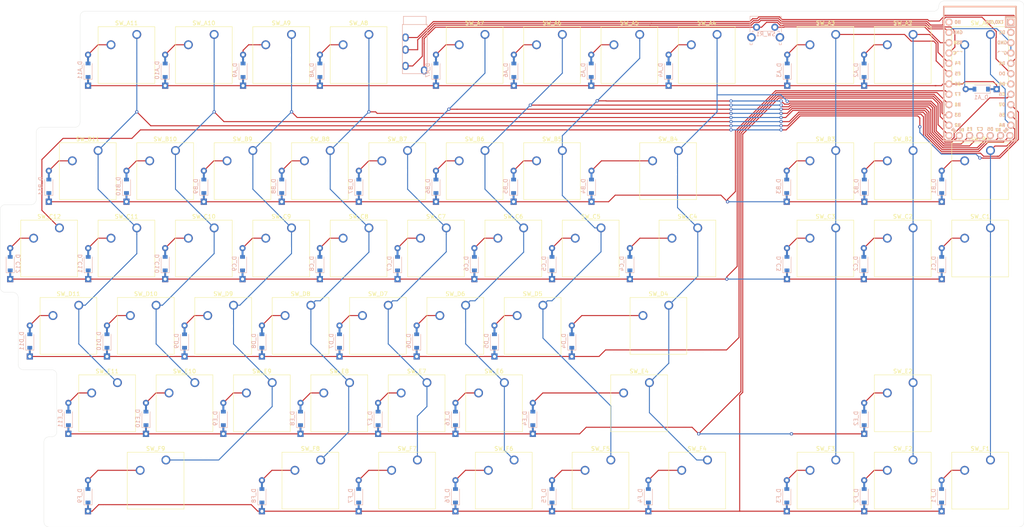
<source format=kicad_pcb>
(kicad_pcb (version 20171130) (host pcbnew "(5.1.4)-1")
  (layers (0 F.Cu signal) (31 B.Cu signal) (34 B.Paste user) (35 F.Paste user) (36 B.SilkS user) (37 F.SilkS user) (38 B.Mask user) (39 F.Mask user) (44 Edge.Cuts user))
  (net 0 "")
  (net 1 "Net-(D_A1-Pad2)")
  (net 2 RowA)
  (net 3 "Net-(D_A2-Pad2)")
  (net 4 "Net-(D_A3-Pad2)")
  (net 5 "Net-(D_A4-Pad2)")
  (net 6 "Net-(D_A5-Pad2)")
  (net 7 "Net-(D_A6-Pad2)")
  (net 8 "Net-(D_A7-Pad2)")
  (net 9 "Net-(D_A8-Pad2)")
  (net 10 "Net-(D_A9-Pad2)")
  (net 11 "Net-(D_A10-Pad2)")
  (net 12 "Net-(D_A11-Pad2)")
  (net 13 "Net-(D_B1-Pad2)")
  (net 14 RowB)
  (net 15 "Net-(D_B2-Pad2)")
  (net 16 "Net-(D_B3-Pad2)")
  (net 17 "Net-(D_B4-Pad2)")
  (net 18 "Net-(D_B5-Pad2)")
  (net 19 "Net-(D_B6-Pad2)")
  (net 20 "Net-(D_B7-Pad2)")
  (net 21 "Net-(D_B8-Pad2)")
  (net 22 "Net-(D_B9-Pad2)")
  (net 23 "Net-(D_B10-Pad2)")
  (net 24 "Net-(D_B11-Pad2)")
  (net 25 "Net-(D_C1-Pad2)")
  (net 26 RowC)
  (net 27 "Net-(D_C2-Pad2)")
  (net 28 "Net-(D_C3-Pad2)")
  (net 29 "Net-(D_C4-Pad2)")
  (net 30 "Net-(D_C5-Pad2)")
  (net 31 "Net-(D_C6-Pad2)")
  (net 32 "Net-(D_C7-Pad2)")
  (net 33 "Net-(D_C8-Pad2)")
  (net 34 "Net-(D_C9-Pad2)")
  (net 35 "Net-(D_C10-Pad2)")
  (net 36 "Net-(D_C11-Pad2)")
  (net 37 "Net-(D_C12-Pad2)")
  (net 38 "Net-(D_D4-Pad2)")
  (net 39 RowD)
  (net 40 "Net-(D_D5-Pad2)")
  (net 41 "Net-(D_D6-Pad2)")
  (net 42 "Net-(D_D7-Pad2)")
  (net 43 "Net-(D_D8-Pad2)")
  (net 44 "Net-(D_D9-Pad2)")
  (net 45 "Net-(D_D10-Pad2)")
  (net 46 "Net-(D_D11-Pad2)")
  (net 47 "Net-(D_E2-Pad2)")
  (net 48 RowE)
  (net 49 "Net-(D_E4-Pad2)")
  (net 50 "Net-(D_E6-Pad2)")
  (net 51 "Net-(D_E7-Pad2)")
  (net 52 "Net-(D_E8-Pad2)")
  (net 53 "Net-(D_E9-Pad2)")
  (net 54 "Net-(D_E10-Pad2)")
  (net 55 "Net-(D_E11-Pad2)")
  (net 56 "Net-(D_F1-Pad2)")
  (net 57 RowF)
  (net 58 "Net-(D_F2-Pad2)")
  (net 59 "Net-(D_F3-Pad2)")
  (net 60 "Net-(D_F4-Pad2)")
  (net 61 "Net-(D_F5-Pad2)")
  (net 62 "Net-(D_F6-Pad2)")
  (net 63 "Net-(D_F7-Pad2)")
  (net 64 "Net-(D_F8-Pad2)")
  (net 65 "Net-(D_F9-Pad2)")
  (net 66 GND)
  (net 67 VCC)
  (net 68 Data1)
  (net 69 Data2)
  (net 70 Col1)
  (net 71 Col2)
  (net 72 Col3)
  (net 73 Col4)
  (net 74 Col5)
  (net 75 Col6)
  (net 76 Col7)
  (net 77 Col8)
  (net 78 Col9)
  (net 79 Col10)
  (net 80 Col11)
  (net 81 Col12)
  (net 82 Reset)
  (net 83 "Net-(U1-Pad1)")
  (net 84 "Net-(U1-Pad2)")
  (net 85 "Net-(U1-Pad24)")
  (net 86 "Net-(U1-Pad7)")
  (module Button_Switch_Keyboard:SW_Cherry_MX_1.25u_PCB (layer F.Cu) (at 185.5978 137.795)
    (fp_text reference SW_F4 (at -2.54 -2.794) (layer F.SilkS))
    (fp_text value SW_PUSH)
    (pad 1 thru_hole circle (at 0 0) (size 2.2 2.2) (drill 1.5) (layers *.Cu *.Mask) (net 73 Col4))
    (pad 2 thru_hole circle (at -6.35 2.54) (size 2.2 2.2) (drill 1.5) (layers *.Cu *.Mask) (net 60 "Net-(D_F4-Pad2)"))
    (pad "" np_thru_hole circle (at -2.54 5.08) (size 4 4) (drill 4) (layers *.Cu *.Mask))
    (pad "" np_thru_hole circle (at -7.62 5.08) (size 1.7 1.7) (drill 1.7) (layers *.Cu *.Mask))
    (pad "" np_thru_hole circle (at 2.54 5.08) (size 1.7 1.7) (drill 1.7) (layers *.Cu *.Mask))
  )
  (module Button_Switch_Keyboard:SW_Cherry_MX_1.00u_PCB (layer F.Cu) (at 255.27 33.02)
    (fp_text reference SW_A1 (at -2.54 -2.794) (layer F.SilkS))
    (fp_text value SW_PUSH)
    (pad 1 thru_hole circle (at 0 0) (size 2.2 2.2) (drill 1.5) (layers *.Cu *.Mask) (net 70 Col1))
    (pad 2 thru_hole circle (at -6.35 2.54) (size 2.2 2.2) (drill 1.5) (layers *.Cu *.Mask) (net 1 "Net-(D_A1-Pad2)"))
    (pad "" np_thru_hole circle (at -2.54 5.08) (size 4 4) (drill 4) (layers *.Cu *.Mask))
    (pad "" np_thru_hole circle (at -7.62 5.08) (size 1.7 1.7) (drill 1.7) (layers *.Cu *.Mask))
    (pad "" np_thru_hole circle (at 2.54 5.08) (size 1.7 1.7) (drill 1.7) (layers *.Cu *.Mask))
  )
  (module Button_Switch_Keyboard:SW_Cherry_MX_1.00u_PCB (layer F.Cu) (at 236.22 33.02)
    (fp_text reference SW_A2 (at -2.54 -2.794) (layer F.SilkS))
    (fp_text value SW_PUSH)
    (pad "" np_thru_hole circle (at 2.54 5.08) (size 1.7 1.7) (drill 1.7) (layers *.Cu *.Mask))
    (pad "" np_thru_hole circle (at -7.62 5.08) (size 1.7 1.7) (drill 1.7) (layers *.Cu *.Mask))
    (pad "" np_thru_hole circle (at -2.54 5.08) (size 4 4) (drill 4) (layers *.Cu *.Mask))
    (pad 2 thru_hole circle (at -6.35 2.54) (size 2.2 2.2) (drill 1.5) (layers *.Cu *.Mask) (net 3 "Net-(D_A2-Pad2)"))
    (pad 1 thru_hole circle (at 0 0) (size 2.2 2.2) (drill 1.5) (layers *.Cu *.Mask) (net 71 Col2))
  )
  (module Button_Switch_Keyboard:SW_Cherry_MX_1.00u_PCB (layer F.Cu) (at 217.17 33.02)
    (fp_text reference SW_A3 (at -2.54 -2.794) (layer F.SilkS))
    (fp_text value SW_PUSH)
    (pad "" np_thru_hole circle (at 2.54 5.08) (size 1.7 1.7) (drill 1.7) (layers *.Cu *.Mask))
    (pad "" np_thru_hole circle (at -7.62 5.08) (size 1.7 1.7) (drill 1.7) (layers *.Cu *.Mask))
    (pad "" np_thru_hole circle (at -2.54 5.08) (size 4 4) (drill 4) (layers *.Cu *.Mask))
    (pad 2 thru_hole circle (at -6.35 2.54) (size 2.2 2.2) (drill 1.5) (layers *.Cu *.Mask) (net 4 "Net-(D_A3-Pad2)"))
    (pad 1 thru_hole circle (at 0 0) (size 2.2 2.2) (drill 1.5) (layers *.Cu *.Mask) (net 72 Col3))
  )
  (module Button_Switch_Keyboard:SW_Cherry_MX_1.00u_PCB (layer F.Cu) (at 187.96 33.02)
    (fp_text reference SW_A4 (at -2.54 -2.794) (layer F.SilkS))
    (fp_text value SW_PUSH)
    (pad 1 thru_hole circle (at 0 0) (size 2.2 2.2) (drill 1.5) (layers *.Cu *.Mask) (net 73 Col4))
    (pad 2 thru_hole circle (at -6.35 2.54) (size 2.2 2.2) (drill 1.5) (layers *.Cu *.Mask) (net 5 "Net-(D_A4-Pad2)"))
    (pad "" np_thru_hole circle (at -2.54 5.08) (size 4 4) (drill 4) (layers *.Cu *.Mask))
    (pad "" np_thru_hole circle (at -7.62 5.08) (size 1.7 1.7) (drill 1.7) (layers *.Cu *.Mask))
    (pad "" np_thru_hole circle (at 2.54 5.08) (size 1.7 1.7) (drill 1.7) (layers *.Cu *.Mask))
  )
  (module Button_Switch_Keyboard:SW_Cherry_MX_1.00u_PCB (layer F.Cu) (at 168.91 33.02)
    (fp_text reference SW_A5 (at -2.54 -2.794) (layer F.SilkS))
    (fp_text value SW_PUSH)
    (pad 1 thru_hole circle (at 0 0) (size 2.2 2.2) (drill 1.5) (layers *.Cu *.Mask) (net 74 Col5))
    (pad 2 thru_hole circle (at -6.35 2.54) (size 2.2 2.2) (drill 1.5) (layers *.Cu *.Mask) (net 6 "Net-(D_A5-Pad2)"))
    (pad "" np_thru_hole circle (at -2.54 5.08) (size 4 4) (drill 4) (layers *.Cu *.Mask))
    (pad "" np_thru_hole circle (at -7.62 5.08) (size 1.7 1.7) (drill 1.7) (layers *.Cu *.Mask))
    (pad "" np_thru_hole circle (at 2.54 5.08) (size 1.7 1.7) (drill 1.7) (layers *.Cu *.Mask))
  )
  (module Button_Switch_Keyboard:SW_Cherry_MX_1.00u_PCB (layer F.Cu) (at 149.86 33.02)
    (fp_text reference SW_A6 (at -2.54 -2.794) (layer F.SilkS))
    (fp_text value SW_PUSH)
    (pad "" np_thru_hole circle (at 2.54 5.08) (size 1.7 1.7) (drill 1.7) (layers *.Cu *.Mask))
    (pad "" np_thru_hole circle (at -7.62 5.08) (size 1.7 1.7) (drill 1.7) (layers *.Cu *.Mask))
    (pad "" np_thru_hole circle (at -2.54 5.08) (size 4 4) (drill 4) (layers *.Cu *.Mask))
    (pad 2 thru_hole circle (at -6.35 2.54) (size 2.2 2.2) (drill 1.5) (layers *.Cu *.Mask) (net 7 "Net-(D_A6-Pad2)"))
    (pad 1 thru_hole circle (at 0 0) (size 2.2 2.2) (drill 1.5) (layers *.Cu *.Mask) (net 75 Col6))
  )
  (module Button_Switch_Keyboard:SW_Cherry_MX_1.00u_PCB (layer F.Cu) (at 130.81 33.02)
    (fp_text reference SW_A7 (at -2.54 -2.794) (layer F.SilkS))
    (fp_text value SW_PUSH)
    (pad 1 thru_hole circle (at 0 0) (size 2.2 2.2) (drill 1.5) (layers *.Cu *.Mask) (net 76 Col7))
    (pad 2 thru_hole circle (at -6.35 2.54) (size 2.2 2.2) (drill 1.5) (layers *.Cu *.Mask) (net 8 "Net-(D_A7-Pad2)"))
    (pad "" np_thru_hole circle (at -2.54 5.08) (size 4 4) (drill 4) (layers *.Cu *.Mask))
    (pad "" np_thru_hole circle (at -7.62 5.08) (size 1.7 1.7) (drill 1.7) (layers *.Cu *.Mask))
    (pad "" np_thru_hole circle (at 2.54 5.08) (size 1.7 1.7) (drill 1.7) (layers *.Cu *.Mask))
  )
  (module Button_Switch_Keyboard:SW_Cherry_MX_1.00u_PCB (layer F.Cu) (at 102.235 33.02)
    (fp_text reference SW_A8 (at -2.54 -2.794) (layer F.SilkS))
    (fp_text value SW_PUSH)
    (pad 1 thru_hole circle (at 0 0) (size 2.2 2.2) (drill 1.5) (layers *.Cu *.Mask) (net 77 Col8))
    (pad 2 thru_hole circle (at -6.35 2.54) (size 2.2 2.2) (drill 1.5) (layers *.Cu *.Mask) (net 9 "Net-(D_A8-Pad2)"))
    (pad "" np_thru_hole circle (at -2.54 5.08) (size 4 4) (drill 4) (layers *.Cu *.Mask))
    (pad "" np_thru_hole circle (at -7.62 5.08) (size 1.7 1.7) (drill 1.7) (layers *.Cu *.Mask))
    (pad "" np_thru_hole circle (at 2.54 5.08) (size 1.7 1.7) (drill 1.7) (layers *.Cu *.Mask))
  )
  (module Button_Switch_Keyboard:SW_Cherry_MX_1.00u_PCB (layer F.Cu) (at 83.185 33.02)
    (fp_text reference SW_A9 (at -2.54 -2.794) (layer F.SilkS))
    (fp_text value SW_PUSH)
    (pad "" np_thru_hole circle (at 2.54 5.08) (size 1.7 1.7) (drill 1.7) (layers *.Cu *.Mask))
    (pad "" np_thru_hole circle (at -7.62 5.08) (size 1.7 1.7) (drill 1.7) (layers *.Cu *.Mask))
    (pad "" np_thru_hole circle (at -2.54 5.08) (size 4 4) (drill 4) (layers *.Cu *.Mask))
    (pad 2 thru_hole circle (at -6.35 2.54) (size 2.2 2.2) (drill 1.5) (layers *.Cu *.Mask) (net 10 "Net-(D_A9-Pad2)"))
    (pad 1 thru_hole circle (at 0 0) (size 2.2 2.2) (drill 1.5) (layers *.Cu *.Mask) (net 78 Col9))
  )
  (module Button_Switch_Keyboard:SW_Cherry_MX_1.00u_PCB (layer F.Cu) (at 64.135 33.02)
    (fp_text reference SW_A10 (at -2.54 -2.794) (layer F.SilkS))
    (fp_text value SW_PUSH)
    (pad 1 thru_hole circle (at 0 0) (size 2.2 2.2) (drill 1.5) (layers *.Cu *.Mask) (net 79 Col10))
    (pad 2 thru_hole circle (at -6.35 2.54) (size 2.2 2.2) (drill 1.5) (layers *.Cu *.Mask) (net 11 "Net-(D_A10-Pad2)"))
    (pad "" np_thru_hole circle (at -2.54 5.08) (size 4 4) (drill 4) (layers *.Cu *.Mask))
    (pad "" np_thru_hole circle (at -7.62 5.08) (size 1.7 1.7) (drill 1.7) (layers *.Cu *.Mask))
    (pad "" np_thru_hole circle (at 2.54 5.08) (size 1.7 1.7) (drill 1.7) (layers *.Cu *.Mask))
  )
  (module Button_Switch_Keyboard:SW_Cherry_MX_1.00u_PCB (layer F.Cu) (at 45.085 33.02)
    (fp_text reference SW_A11 (at -2.54 -2.794) (layer F.SilkS))
    (fp_text value SW_PUSH)
    (pad 1 thru_hole circle (at 0 0) (size 2.2 2.2) (drill 1.5) (layers *.Cu *.Mask) (net 80 Col11))
    (pad 2 thru_hole circle (at -6.35 2.54) (size 2.2 2.2) (drill 1.5) (layers *.Cu *.Mask) (net 12 "Net-(D_A11-Pad2)"))
    (pad "" np_thru_hole circle (at -2.54 5.08) (size 4 4) (drill 4) (layers *.Cu *.Mask))
    (pad "" np_thru_hole circle (at -7.62 5.08) (size 1.7 1.7) (drill 1.7) (layers *.Cu *.Mask))
    (pad "" np_thru_hole circle (at 2.54 5.08) (size 1.7 1.7) (drill 1.7) (layers *.Cu *.Mask))
  )
  (module Button_Switch_Keyboard:SW_Cherry_MX_1.00u_PCB (layer F.Cu) (at 255.27 61.595)
    (fp_text reference SW_B1 (at -2.54 -2.794) (layer F.SilkS))
    (fp_text value SW_PUSH)
    (pad "" np_thru_hole circle (at 2.54 5.08) (size 1.7 1.7) (drill 1.7) (layers *.Cu *.Mask))
    (pad "" np_thru_hole circle (at -7.62 5.08) (size 1.7 1.7) (drill 1.7) (layers *.Cu *.Mask))
    (pad "" np_thru_hole circle (at -2.54 5.08) (size 4 4) (drill 4) (layers *.Cu *.Mask))
    (pad 2 thru_hole circle (at -6.35 2.54) (size 2.2 2.2) (drill 1.5) (layers *.Cu *.Mask) (net 13 "Net-(D_B1-Pad2)"))
    (pad 1 thru_hole circle (at 0 0) (size 2.2 2.2) (drill 1.5) (layers *.Cu *.Mask) (net 70 Col1))
  )
  (module Button_Switch_Keyboard:SW_Cherry_MX_1.00u_PCB (layer F.Cu) (at 236.22 61.595)
    (fp_text reference SW_B2 (at -2.54 -2.794) (layer F.SilkS))
    (fp_text value SW_PUSH)
    (pad 1 thru_hole circle (at 0 0) (size 2.2 2.2) (drill 1.5) (layers *.Cu *.Mask) (net 71 Col2))
    (pad 2 thru_hole circle (at -6.35 2.54) (size 2.2 2.2) (drill 1.5) (layers *.Cu *.Mask) (net 15 "Net-(D_B2-Pad2)"))
    (pad "" np_thru_hole circle (at -2.54 5.08) (size 4 4) (drill 4) (layers *.Cu *.Mask))
    (pad "" np_thru_hole circle (at -7.62 5.08) (size 1.7 1.7) (drill 1.7) (layers *.Cu *.Mask))
    (pad "" np_thru_hole circle (at 2.54 5.08) (size 1.7 1.7) (drill 1.7) (layers *.Cu *.Mask))
  )
  (module Button_Switch_Keyboard:SW_Cherry_MX_1.00u_PCB (layer F.Cu) (at 217.17 61.595)
    (fp_text reference SW_B3 (at -2.54 -2.794) (layer F.SilkS))
    (fp_text value SW_PUSH)
    (pad 1 thru_hole circle (at 0 0) (size 2.2 2.2) (drill 1.5) (layers *.Cu *.Mask) (net 72 Col3))
    (pad 2 thru_hole circle (at -6.35 2.54) (size 2.2 2.2) (drill 1.5) (layers *.Cu *.Mask) (net 16 "Net-(D_B3-Pad2)"))
    (pad "" np_thru_hole circle (at -2.54 5.08) (size 4 4) (drill 4) (layers *.Cu *.Mask))
    (pad "" np_thru_hole circle (at -7.62 5.08) (size 1.7 1.7) (drill 1.7) (layers *.Cu *.Mask))
    (pad "" np_thru_hole circle (at 2.54 5.08) (size 1.7 1.7) (drill 1.7) (layers *.Cu *.Mask))
  )
  (module Button_Switch_Keyboard:SW_Cherry_MX_2.00u_PCB (layer F.Cu) (at 178.435 61.595)
    (fp_text reference SW_B4 (at -2.54 -2.794) (layer F.SilkS))
    (fp_text value SW_PUSH)
    (pad 1 thru_hole circle (at 0 0) (size 2.2 2.2) (drill 1.5) (layers *.Cu *.Mask) (net 73 Col4))
    (pad 2 thru_hole circle (at -6.35 2.54) (size 2.2 2.2) (drill 1.5) (layers *.Cu *.Mask) (net 17 "Net-(D_B4-Pad2)"))
    (pad "" np_thru_hole circle (at -2.54 5.08) (size 4 4) (drill 4) (layers *.Cu *.Mask))
    (pad "" np_thru_hole circle (at -7.62 5.08) (size 1.7 1.7) (drill 1.7) (layers *.Cu *.Mask))
    (pad "" np_thru_hole circle (at 2.54 5.08) (size 1.7 1.7) (drill 1.7) (layers *.Cu *.Mask))
    (pad "" np_thru_hole circle (at 9.36 13.32) (size 4 4) (drill 4) (layers *.Cu *.Mask))
    (pad "" np_thru_hole circle (at -14.44 13.32) (size 4 4) (drill 4) (layers *.Cu *.Mask))
    (pad "" np_thru_hole circle (at -14.44 -1.92) (size 3.05 3.05) (drill 3.05) (layers *.Cu *.Mask))
    (pad "" np_thru_hole circle (at 9.36 -1.92) (size 3.05 3.05) (drill 3.05) (layers *.Cu *.Mask))
  )
  (module Button_Switch_Keyboard:SW_Cherry_MX_1.00u_PCB (layer F.Cu) (at 149.86 61.595)
    (fp_text reference SW_B5 (at -2.54 -2.794) (layer F.SilkS))
    (fp_text value SW_PUSH)
    (pad 1 thru_hole circle (at 0 0) (size 2.2 2.2) (drill 1.5) (layers *.Cu *.Mask) (net 74 Col5))
    (pad 2 thru_hole circle (at -6.35 2.54) (size 2.2 2.2) (drill 1.5) (layers *.Cu *.Mask) (net 18 "Net-(D_B5-Pad2)"))
    (pad "" np_thru_hole circle (at -2.54 5.08) (size 4 4) (drill 4) (layers *.Cu *.Mask))
    (pad "" np_thru_hole circle (at -7.62 5.08) (size 1.7 1.7) (drill 1.7) (layers *.Cu *.Mask))
    (pad "" np_thru_hole circle (at 2.54 5.08) (size 1.7 1.7) (drill 1.7) (layers *.Cu *.Mask))
  )
  (module Button_Switch_Keyboard:SW_Cherry_MX_1.00u_PCB (layer F.Cu) (at 130.81 61.595)
    (fp_text reference SW_B6 (at -2.54 -2.794) (layer F.SilkS))
    (fp_text value SW_PUSH)
    (pad "" np_thru_hole circle (at 2.54 5.08) (size 1.7 1.7) (drill 1.7) (layers *.Cu *.Mask))
    (pad "" np_thru_hole circle (at -7.62 5.08) (size 1.7 1.7) (drill 1.7) (layers *.Cu *.Mask))
    (pad "" np_thru_hole circle (at -2.54 5.08) (size 4 4) (drill 4) (layers *.Cu *.Mask))
    (pad 2 thru_hole circle (at -6.35 2.54) (size 2.2 2.2) (drill 1.5) (layers *.Cu *.Mask) (net 19 "Net-(D_B6-Pad2)"))
    (pad 1 thru_hole circle (at 0 0) (size 2.2 2.2) (drill 1.5) (layers *.Cu *.Mask) (net 75 Col6))
  )
  (module Button_Switch_Keyboard:SW_Cherry_MX_1.00u_PCB (layer F.Cu) (at 111.76 61.595)
    (fp_text reference SW_B7 (at -2.54 -2.794) (layer F.SilkS))
    (fp_text value SW_PUSH)
    (pad 1 thru_hole circle (at 0 0) (size 2.2 2.2) (drill 1.5) (layers *.Cu *.Mask) (net 76 Col7))
    (pad 2 thru_hole circle (at -6.35 2.54) (size 2.2 2.2) (drill 1.5) (layers *.Cu *.Mask) (net 20 "Net-(D_B7-Pad2)"))
    (pad "" np_thru_hole circle (at -2.54 5.08) (size 4 4) (drill 4) (layers *.Cu *.Mask))
    (pad "" np_thru_hole circle (at -7.62 5.08) (size 1.7 1.7) (drill 1.7) (layers *.Cu *.Mask))
    (pad "" np_thru_hole circle (at 2.54 5.08) (size 1.7 1.7) (drill 1.7) (layers *.Cu *.Mask))
  )
  (module Button_Switch_Keyboard:SW_Cherry_MX_1.00u_PCB (layer F.Cu) (at 92.71 61.595)
    (fp_text reference SW_B8 (at -2.54 -2.794) (layer F.SilkS))
    (fp_text value SW_PUSH)
    (pad "" np_thru_hole circle (at 2.54 5.08) (size 1.7 1.7) (drill 1.7) (layers *.Cu *.Mask))
    (pad "" np_thru_hole circle (at -7.62 5.08) (size 1.7 1.7) (drill 1.7) (layers *.Cu *.Mask))
    (pad "" np_thru_hole circle (at -2.54 5.08) (size 4 4) (drill 4) (layers *.Cu *.Mask))
    (pad 2 thru_hole circle (at -6.35 2.54) (size 2.2 2.2) (drill 1.5) (layers *.Cu *.Mask) (net 21 "Net-(D_B8-Pad2)"))
    (pad 1 thru_hole circle (at 0 0) (size 2.2 2.2) (drill 1.5) (layers *.Cu *.Mask) (net 77 Col8))
  )
  (module Button_Switch_Keyboard:SW_Cherry_MX_1.00u_PCB (layer F.Cu) (at 73.66 61.595)
    (fp_text reference SW_B9 (at -2.54 -2.794) (layer F.SilkS))
    (fp_text value SW_PUSH)
    (pad "" np_thru_hole circle (at 2.54 5.08) (size 1.7 1.7) (drill 1.7) (layers *.Cu *.Mask))
    (pad "" np_thru_hole circle (at -7.62 5.08) (size 1.7 1.7) (drill 1.7) (layers *.Cu *.Mask))
    (pad "" np_thru_hole circle (at -2.54 5.08) (size 4 4) (drill 4) (layers *.Cu *.Mask))
    (pad 2 thru_hole circle (at -6.35 2.54) (size 2.2 2.2) (drill 1.5) (layers *.Cu *.Mask) (net 22 "Net-(D_B9-Pad2)"))
    (pad 1 thru_hole circle (at 0 0) (size 2.2 2.2) (drill 1.5) (layers *.Cu *.Mask) (net 78 Col9))
  )
  (module Button_Switch_Keyboard:SW_Cherry_MX_1.00u_PCB (layer F.Cu) (at 54.61 61.595)
    (fp_text reference SW_B10 (at -2.54 -2.794) (layer F.SilkS))
    (fp_text value SW_PUSH)
    (pad 1 thru_hole circle (at 0 0) (size 2.2 2.2) (drill 1.5) (layers *.Cu *.Mask) (net 79 Col10))
    (pad 2 thru_hole circle (at -6.35 2.54) (size 2.2 2.2) (drill 1.5) (layers *.Cu *.Mask) (net 23 "Net-(D_B10-Pad2)"))
    (pad "" np_thru_hole circle (at -2.54 5.08) (size 4 4) (drill 4) (layers *.Cu *.Mask))
    (pad "" np_thru_hole circle (at -7.62 5.08) (size 1.7 1.7) (drill 1.7) (layers *.Cu *.Mask))
    (pad "" np_thru_hole circle (at 2.54 5.08) (size 1.7 1.7) (drill 1.7) (layers *.Cu *.Mask))
  )
  (module Button_Switch_Keyboard:SW_Cherry_MX_1.00u_PCB (layer F.Cu) (at 35.56 61.595)
    (fp_text reference SW_B11 (at -2.54 -2.794) (layer F.SilkS))
    (fp_text value SW_PUSH)
    (pad "" np_thru_hole circle (at 2.54 5.08) (size 1.7 1.7) (drill 1.7) (layers *.Cu *.Mask))
    (pad "" np_thru_hole circle (at -7.62 5.08) (size 1.7 1.7) (drill 1.7) (layers *.Cu *.Mask))
    (pad "" np_thru_hole circle (at -2.54 5.08) (size 4 4) (drill 4) (layers *.Cu *.Mask))
    (pad 2 thru_hole circle (at -6.35 2.54) (size 2.2 2.2) (drill 1.5) (layers *.Cu *.Mask) (net 24 "Net-(D_B11-Pad2)"))
    (pad 1 thru_hole circle (at 0 0) (size 2.2 2.2) (drill 1.5) (layers *.Cu *.Mask) (net 80 Col11))
  )
  (module Button_Switch_Keyboard:SW_Cherry_MX_1.00u_PCB (layer F.Cu) (at 255.27 80.645)
    (fp_text reference SW_C1 (at -2.54 -2.794) (layer F.SilkS))
    (fp_text value SW_PUSH)
    (pad "" np_thru_hole circle (at 2.54 5.08) (size 1.7 1.7) (drill 1.7) (layers *.Cu *.Mask))
    (pad "" np_thru_hole circle (at -7.62 5.08) (size 1.7 1.7) (drill 1.7) (layers *.Cu *.Mask))
    (pad "" np_thru_hole circle (at -2.54 5.08) (size 4 4) (drill 4) (layers *.Cu *.Mask))
    (pad 2 thru_hole circle (at -6.35 2.54) (size 2.2 2.2) (drill 1.5) (layers *.Cu *.Mask) (net 25 "Net-(D_C1-Pad2)"))
    (pad 1 thru_hole circle (at 0 0) (size 2.2 2.2) (drill 1.5) (layers *.Cu *.Mask) (net 70 Col1))
  )
  (module Button_Switch_Keyboard:SW_Cherry_MX_1.00u_PCB (layer F.Cu) (at 236.22 80.645)
    (fp_text reference SW_C2 (at -2.54 -2.794) (layer F.SilkS))
    (fp_text value SW_PUSH)
    (pad 1 thru_hole circle (at 0 0) (size 2.2 2.2) (drill 1.5) (layers *.Cu *.Mask) (net 71 Col2))
    (pad 2 thru_hole circle (at -6.35 2.54) (size 2.2 2.2) (drill 1.5) (layers *.Cu *.Mask) (net 27 "Net-(D_C2-Pad2)"))
    (pad "" np_thru_hole circle (at -2.54 5.08) (size 4 4) (drill 4) (layers *.Cu *.Mask))
    (pad "" np_thru_hole circle (at -7.62 5.08) (size 1.7 1.7) (drill 1.7) (layers *.Cu *.Mask))
    (pad "" np_thru_hole circle (at 2.54 5.08) (size 1.7 1.7) (drill 1.7) (layers *.Cu *.Mask))
  )
  (module Button_Switch_Keyboard:SW_Cherry_MX_1.00u_PCB (layer F.Cu) (at 217.17 80.645)
    (fp_text reference SW_C3 (at -2.54 -2.794) (layer F.SilkS))
    (fp_text value SW_PUSH)
    (pad 1 thru_hole circle (at 0 0) (size 2.2 2.2) (drill 1.5) (layers *.Cu *.Mask) (net 72 Col3))
    (pad 2 thru_hole circle (at -6.35 2.54) (size 2.2 2.2) (drill 1.5) (layers *.Cu *.Mask) (net 28 "Net-(D_C3-Pad2)"))
    (pad "" np_thru_hole circle (at -2.54 5.08) (size 4 4) (drill 4) (layers *.Cu *.Mask))
    (pad "" np_thru_hole circle (at -7.62 5.08) (size 1.7 1.7) (drill 1.7) (layers *.Cu *.Mask))
    (pad "" np_thru_hole circle (at 2.54 5.08) (size 1.7 1.7) (drill 1.7) (layers *.Cu *.Mask))
  )
  (module Button_Switch_Keyboard:SW_Cherry_MX_1.50u_PCB (layer F.Cu) (at 183.1975 80.645)
    (fp_text reference SW_C4 (at -2.54 -2.794) (layer F.SilkS))
    (fp_text value SW_PUSH)
    (pad 1 thru_hole circle (at 0 0) (size 2.2 2.2) (drill 1.5) (layers *.Cu *.Mask) (net 73 Col4))
    (pad 2 thru_hole circle (at -6.35 2.54) (size 2.2 2.2) (drill 1.5) (layers *.Cu *.Mask) (net 29 "Net-(D_C4-Pad2)"))
    (pad "" np_thru_hole circle (at -2.54 5.08) (size 4 4) (drill 4) (layers *.Cu *.Mask))
    (pad "" np_thru_hole circle (at -7.62 5.08) (size 1.7 1.7) (drill 1.7) (layers *.Cu *.Mask))
    (pad "" np_thru_hole circle (at 2.54 5.08) (size 1.7 1.7) (drill 1.7) (layers *.Cu *.Mask))
  )
  (module Button_Switch_Keyboard:SW_Cherry_MX_1.00u_PCB (layer F.Cu) (at 159.385 80.645)
    (fp_text reference SW_C5 (at -2.54 -2.794) (layer F.SilkS))
    (fp_text value SW_PUSH)
    (pad "" np_thru_hole circle (at 2.54 5.08) (size 1.7 1.7) (drill 1.7) (layers *.Cu *.Mask))
    (pad "" np_thru_hole circle (at -7.62 5.08) (size 1.7 1.7) (drill 1.7) (layers *.Cu *.Mask))
    (pad "" np_thru_hole circle (at -2.54 5.08) (size 4 4) (drill 4) (layers *.Cu *.Mask))
    (pad 2 thru_hole circle (at -6.35 2.54) (size 2.2 2.2) (drill 1.5) (layers *.Cu *.Mask) (net 30 "Net-(D_C5-Pad2)"))
    (pad 1 thru_hole circle (at 0 0) (size 2.2 2.2) (drill 1.5) (layers *.Cu *.Mask) (net 74 Col5))
  )
  (module Button_Switch_Keyboard:SW_Cherry_MX_1.00u_PCB (layer F.Cu) (at 140.335 80.645)
    (fp_text reference SW_C6 (at -2.54 -2.794) (layer F.SilkS))
    (fp_text value SW_PUSH)
    (pad 1 thru_hole circle (at 0 0) (size 2.2 2.2) (drill 1.5) (layers *.Cu *.Mask) (net 75 Col6))
    (pad 2 thru_hole circle (at -6.35 2.54) (size 2.2 2.2) (drill 1.5) (layers *.Cu *.Mask) (net 31 "Net-(D_C6-Pad2)"))
    (pad "" np_thru_hole circle (at -2.54 5.08) (size 4 4) (drill 4) (layers *.Cu *.Mask))
    (pad "" np_thru_hole circle (at -7.62 5.08) (size 1.7 1.7) (drill 1.7) (layers *.Cu *.Mask))
    (pad "" np_thru_hole circle (at 2.54 5.08) (size 1.7 1.7) (drill 1.7) (layers *.Cu *.Mask))
  )
  (module Button_Switch_Keyboard:SW_Cherry_MX_1.00u_PCB (layer F.Cu) (at 121.285 80.645)
    (fp_text reference SW_C7 (at -2.54 -2.794) (layer F.SilkS))
    (fp_text value SW_PUSH)
    (pad "" np_thru_hole circle (at 2.54 5.08) (size 1.7 1.7) (drill 1.7) (layers *.Cu *.Mask))
    (pad "" np_thru_hole circle (at -7.62 5.08) (size 1.7 1.7) (drill 1.7) (layers *.Cu *.Mask))
    (pad "" np_thru_hole circle (at -2.54 5.08) (size 4 4) (drill 4) (layers *.Cu *.Mask))
    (pad 2 thru_hole circle (at -6.35 2.54) (size 2.2 2.2) (drill 1.5) (layers *.Cu *.Mask) (net 32 "Net-(D_C7-Pad2)"))
    (pad 1 thru_hole circle (at 0 0) (size 2.2 2.2) (drill 1.5) (layers *.Cu *.Mask) (net 76 Col7))
  )
  (module Button_Switch_Keyboard:SW_Cherry_MX_1.00u_PCB (layer F.Cu) (at 102.235 80.645)
    (fp_text reference SW_C8 (at -2.54 -2.794) (layer F.SilkS))
    (fp_text value SW_PUSH)
    (pad 1 thru_hole circle (at 0 0) (size 2.2 2.2) (drill 1.5) (layers *.Cu *.Mask) (net 77 Col8))
    (pad 2 thru_hole circle (at -6.35 2.54) (size 2.2 2.2) (drill 1.5) (layers *.Cu *.Mask) (net 33 "Net-(D_C8-Pad2)"))
    (pad "" np_thru_hole circle (at -2.54 5.08) (size 4 4) (drill 4) (layers *.Cu *.Mask))
    (pad "" np_thru_hole circle (at -7.62 5.08) (size 1.7 1.7) (drill 1.7) (layers *.Cu *.Mask))
    (pad "" np_thru_hole circle (at 2.54 5.08) (size 1.7 1.7) (drill 1.7) (layers *.Cu *.Mask))
  )
  (module Button_Switch_Keyboard:SW_Cherry_MX_1.00u_PCB (layer F.Cu) (at 83.185 80.645)
    (fp_text reference SW_C9 (at -2.54 -2.794) (layer F.SilkS))
    (fp_text value SW_PUSH)
    (pad "" np_thru_hole circle (at 2.54 5.08) (size 1.7 1.7) (drill 1.7) (layers *.Cu *.Mask))
    (pad "" np_thru_hole circle (at -7.62 5.08) (size 1.7 1.7) (drill 1.7) (layers *.Cu *.Mask))
    (pad "" np_thru_hole circle (at -2.54 5.08) (size 4 4) (drill 4) (layers *.Cu *.Mask))
    (pad 2 thru_hole circle (at -6.35 2.54) (size 2.2 2.2) (drill 1.5) (layers *.Cu *.Mask) (net 34 "Net-(D_C9-Pad2)"))
    (pad 1 thru_hole circle (at 0 0) (size 2.2 2.2) (drill 1.5) (layers *.Cu *.Mask) (net 78 Col9))
  )
  (module Button_Switch_Keyboard:SW_Cherry_MX_1.00u_PCB (layer F.Cu) (at 64.135 80.645)
    (fp_text reference SW_C10 (at -2.54 -2.794) (layer F.SilkS))
    (fp_text value SW_PUSH)
    (pad 1 thru_hole circle (at 0 0) (size 2.2 2.2) (drill 1.5) (layers *.Cu *.Mask) (net 79 Col10))
    (pad 2 thru_hole circle (at -6.35 2.54) (size 2.2 2.2) (drill 1.5) (layers *.Cu *.Mask) (net 35 "Net-(D_C10-Pad2)"))
    (pad "" np_thru_hole circle (at -2.54 5.08) (size 4 4) (drill 4) (layers *.Cu *.Mask))
    (pad "" np_thru_hole circle (at -7.62 5.08) (size 1.7 1.7) (drill 1.7) (layers *.Cu *.Mask))
    (pad "" np_thru_hole circle (at 2.54 5.08) (size 1.7 1.7) (drill 1.7) (layers *.Cu *.Mask))
  )
  (module Button_Switch_Keyboard:SW_Cherry_MX_1.00u_PCB (layer F.Cu) (at 45.085 80.645)
    (fp_text reference SW_C11 (at -2.54 -2.794) (layer F.SilkS))
    (fp_text value SW_PUSH)
    (pad 1 thru_hole circle (at 0 0) (size 2.2 2.2) (drill 1.5) (layers *.Cu *.Mask) (net 80 Col11))
    (pad 2 thru_hole circle (at -6.35 2.54) (size 2.2 2.2) (drill 1.5) (layers *.Cu *.Mask) (net 36 "Net-(D_C11-Pad2)"))
    (pad "" np_thru_hole circle (at -2.54 5.08) (size 4 4) (drill 4) (layers *.Cu *.Mask))
    (pad "" np_thru_hole circle (at -7.62 5.08) (size 1.7 1.7) (drill 1.7) (layers *.Cu *.Mask))
    (pad "" np_thru_hole circle (at 2.54 5.08) (size 1.7 1.7) (drill 1.7) (layers *.Cu *.Mask))
  )
  (module Button_Switch_Keyboard:SW_Cherry_MX_1.00u_PCB (layer F.Cu) (at 26.035 80.645)
    (fp_text reference SW_C12 (at -2.54 -2.794) (layer F.SilkS))
    (fp_text value SW_PUSH)
    (pad "" np_thru_hole circle (at 2.54 5.08) (size 1.7 1.7) (drill 1.7) (layers *.Cu *.Mask))
    (pad "" np_thru_hole circle (at -7.62 5.08) (size 1.7 1.7) (drill 1.7) (layers *.Cu *.Mask))
    (pad "" np_thru_hole circle (at -2.54 5.08) (size 4 4) (drill 4) (layers *.Cu *.Mask))
    (pad 2 thru_hole circle (at -6.35 2.54) (size 2.2 2.2) (drill 1.5) (layers *.Cu *.Mask) (net 37 "Net-(D_C12-Pad2)"))
    (pad 1 thru_hole circle (at 0 0) (size 2.2 2.2) (drill 1.5) (layers *.Cu *.Mask) (net 81 Col12))
  )
  (module Button_Switch_Keyboard:SW_Cherry_MX_2.25u_PCB (layer F.Cu) (at 176.06 99.695)
    (fp_text reference SW_D4 (at -2.54 -2.794) (layer F.SilkS))
    (fp_text value SW_PUSH)
    (pad 1 thru_hole circle (at 0 0) (size 2.2 2.2) (drill 1.5) (layers *.Cu *.Mask) (net 73 Col4))
    (pad 2 thru_hole circle (at -6.35 2.54) (size 2.2 2.2) (drill 1.5) (layers *.Cu *.Mask) (net 38 "Net-(D_D4-Pad2)"))
    (pad "" np_thru_hole circle (at -2.54 5.08) (size 4 4) (drill 4) (layers *.Cu *.Mask))
    (pad "" np_thru_hole circle (at -7.62 5.08) (size 1.7 1.7) (drill 1.7) (layers *.Cu *.Mask))
    (pad "" np_thru_hole circle (at 2.54 5.08) (size 1.7 1.7) (drill 1.7) (layers *.Cu *.Mask))
    (pad "" np_thru_hole circle (at 9.36 13.32) (size 4 4) (drill 4) (layers *.Cu *.Mask))
    (pad "" np_thru_hole circle (at -14.44 13.32) (size 4 4) (drill 4) (layers *.Cu *.Mask))
    (pad "" np_thru_hole circle (at -14.44 -1.92) (size 3.05 3.05) (drill 3.05) (layers *.Cu *.Mask))
    (pad "" np_thru_hole circle (at 9.36 -1.92) (size 3.05 3.05) (drill 3.05) (layers *.Cu *.Mask))
  )
  (module Button_Switch_Keyboard:SW_Cherry_MX_1.00u_PCB (layer F.Cu) (at 145.0848 99.695)
    (fp_text reference SW_D5 (at -2.54 -2.794) (layer F.SilkS))
    (fp_text value SW_PUSH)
    (pad "" np_thru_hole circle (at 2.54 5.08) (size 1.7 1.7) (drill 1.7) (layers *.Cu *.Mask))
    (pad "" np_thru_hole circle (at -7.62 5.08) (size 1.7 1.7) (drill 1.7) (layers *.Cu *.Mask))
    (pad "" np_thru_hole circle (at -2.54 5.08) (size 4 4) (drill 4) (layers *.Cu *.Mask))
    (pad 2 thru_hole circle (at -6.35 2.54) (size 2.2 2.2) (drill 1.5) (layers *.Cu *.Mask) (net 40 "Net-(D_D5-Pad2)"))
    (pad 1 thru_hole circle (at 0 0) (size 2.2 2.2) (drill 1.5) (layers *.Cu *.Mask) (net 74 Col5))
  )
  (module Button_Switch_Keyboard:SW_Cherry_MX_1.00u_PCB (layer F.Cu) (at 126.0475 99.695)
    (fp_text reference SW_D6 (at -2.54 -2.794) (layer F.SilkS))
    (fp_text value SW_PUSH)
    (pad 1 thru_hole circle (at 0 0) (size 2.2 2.2) (drill 1.5) (layers *.Cu *.Mask) (net 75 Col6))
    (pad 2 thru_hole circle (at -6.35 2.54) (size 2.2 2.2) (drill 1.5) (layers *.Cu *.Mask) (net 41 "Net-(D_D6-Pad2)"))
    (pad "" np_thru_hole circle (at -2.54 5.08) (size 4 4) (drill 4) (layers *.Cu *.Mask))
    (pad "" np_thru_hole circle (at -7.62 5.08) (size 1.7 1.7) (drill 1.7) (layers *.Cu *.Mask))
    (pad "" np_thru_hole circle (at 2.54 5.08) (size 1.7 1.7) (drill 1.7) (layers *.Cu *.Mask))
  )
  (module Button_Switch_Keyboard:SW_Cherry_MX_1.00u_PCB (layer F.Cu) (at 106.9975 99.695)
    (fp_text reference SW_D7 (at -2.54 -2.794) (layer F.SilkS))
    (fp_text value SW_PUSH)
    (pad "" np_thru_hole circle (at 2.54 5.08) (size 1.7 1.7) (drill 1.7) (layers *.Cu *.Mask))
    (pad "" np_thru_hole circle (at -7.62 5.08) (size 1.7 1.7) (drill 1.7) (layers *.Cu *.Mask))
    (pad "" np_thru_hole circle (at -2.54 5.08) (size 4 4) (drill 4) (layers *.Cu *.Mask))
    (pad 2 thru_hole circle (at -6.35 2.54) (size 2.2 2.2) (drill 1.5) (layers *.Cu *.Mask) (net 42 "Net-(D_D7-Pad2)"))
    (pad 1 thru_hole circle (at 0 0) (size 2.2 2.2) (drill 1.5) (layers *.Cu *.Mask) (net 76 Col7))
  )
  (module Button_Switch_Keyboard:SW_Cherry_MX_1.00u_PCB (layer F.Cu) (at 87.9475 99.695)
    (fp_text reference SW_D8 (at -2.54 -2.794) (layer F.SilkS))
    (fp_text value SW_PUSH)
    (pad "" np_thru_hole circle (at 2.54 5.08) (size 1.7 1.7) (drill 1.7) (layers *.Cu *.Mask))
    (pad "" np_thru_hole circle (at -7.62 5.08) (size 1.7 1.7) (drill 1.7) (layers *.Cu *.Mask))
    (pad "" np_thru_hole circle (at -2.54 5.08) (size 4 4) (drill 4) (layers *.Cu *.Mask))
    (pad 2 thru_hole circle (at -6.35 2.54) (size 2.2 2.2) (drill 1.5) (layers *.Cu *.Mask) (net 43 "Net-(D_D8-Pad2)"))
    (pad 1 thru_hole circle (at 0 0) (size 2.2 2.2) (drill 1.5) (layers *.Cu *.Mask) (net 77 Col8))
  )
  (module Button_Switch_Keyboard:SW_Cherry_MX_1.00u_PCB (layer F.Cu) (at 68.8975 99.695)
    (fp_text reference SW_D9 (at -2.54 -2.794) (layer F.SilkS))
    (fp_text value SW_PUSH)
    (pad "" np_thru_hole circle (at 2.54 5.08) (size 1.7 1.7) (drill 1.7) (layers *.Cu *.Mask))
    (pad "" np_thru_hole circle (at -7.62 5.08) (size 1.7 1.7) (drill 1.7) (layers *.Cu *.Mask))
    (pad "" np_thru_hole circle (at -2.54 5.08) (size 4 4) (drill 4) (layers *.Cu *.Mask))
    (pad 2 thru_hole circle (at -6.35 2.54) (size 2.2 2.2) (drill 1.5) (layers *.Cu *.Mask) (net 44 "Net-(D_D9-Pad2)"))
    (pad 1 thru_hole circle (at 0 0) (size 2.2 2.2) (drill 1.5) (layers *.Cu *.Mask) (net 78 Col9))
  )
  (module Button_Switch_Keyboard:SW_Cherry_MX_1.00u_PCB (layer F.Cu) (at 49.8475 99.695)
    (fp_text reference SW_D10 (at -2.54 -2.794) (layer F.SilkS))
    (fp_text value SW_PUSH)
    (pad "" np_thru_hole circle (at 2.54 5.08) (size 1.7 1.7) (drill 1.7) (layers *.Cu *.Mask))
    (pad "" np_thru_hole circle (at -7.62 5.08) (size 1.7 1.7) (drill 1.7) (layers *.Cu *.Mask))
    (pad "" np_thru_hole circle (at -2.54 5.08) (size 4 4) (drill 4) (layers *.Cu *.Mask))
    (pad 2 thru_hole circle (at -6.35 2.54) (size 2.2 2.2) (drill 1.5) (layers *.Cu *.Mask) (net 45 "Net-(D_D10-Pad2)"))
    (pad 1 thru_hole circle (at 0 0) (size 2.2 2.2) (drill 1.5) (layers *.Cu *.Mask) (net 79 Col10))
  )
  (module Button_Switch_Keyboard:SW_Cherry_MX_1.00u_PCB (layer F.Cu) (at 30.7975 99.695)
    (fp_text reference SW_D11 (at -2.54 -2.794) (layer F.SilkS))
    (fp_text value SW_PUSH)
    (pad 1 thru_hole circle (at 0 0) (size 2.2 2.2) (drill 1.5) (layers *.Cu *.Mask) (net 80 Col11))
    (pad 2 thru_hole circle (at -6.35 2.54) (size 2.2 2.2) (drill 1.5) (layers *.Cu *.Mask) (net 46 "Net-(D_D11-Pad2)"))
    (pad "" np_thru_hole circle (at -2.54 5.08) (size 4 4) (drill 4) (layers *.Cu *.Mask))
    (pad "" np_thru_hole circle (at -7.62 5.08) (size 1.7 1.7) (drill 1.7) (layers *.Cu *.Mask))
    (pad "" np_thru_hole circle (at 2.54 5.08) (size 1.7 1.7) (drill 1.7) (layers *.Cu *.Mask))
  )
  (module Button_Switch_Keyboard:SW_Cherry_MX_1.00u_PCB (layer F.Cu) (at 236.22 118.745)
    (fp_text reference SW_E2 (at -2.54 -2.794) (layer F.SilkS))
    (fp_text value SW_PUSH)
    (pad 1 thru_hole circle (at 0 0) (size 2.2 2.2) (drill 1.5) (layers *.Cu *.Mask) (net 71 Col2))
    (pad 2 thru_hole circle (at -6.35 2.54) (size 2.2 2.2) (drill 1.5) (layers *.Cu *.Mask) (net 47 "Net-(D_E2-Pad2)"))
    (pad "" np_thru_hole circle (at -2.54 5.08) (size 4 4) (drill 4) (layers *.Cu *.Mask))
    (pad "" np_thru_hole circle (at -7.62 5.08) (size 1.7 1.7) (drill 1.7) (layers *.Cu *.Mask))
    (pad "" np_thru_hole circle (at 2.54 5.08) (size 1.7 1.7) (drill 1.7) (layers *.Cu *.Mask))
  )
  (module Button_Switch_Keyboard:SW_Cherry_MX_2.75u_PCB (layer F.Cu) (at 171.2976 118.745)
    (fp_text reference SW_E4 (at -2.54 -2.794) (layer F.SilkS))
    (fp_text value SW_PUSH)
    (pad "" np_thru_hole circle (at 9.36 -1.92) (size 3.05 3.05) (drill 3.05) (layers *.Cu *.Mask))
    (pad "" np_thru_hole circle (at -14.44 -1.92) (size 3.05 3.05) (drill 3.05) (layers *.Cu *.Mask))
    (pad "" np_thru_hole circle (at -14.44 13.32) (size 4 4) (drill 4) (layers *.Cu *.Mask))
    (pad "" np_thru_hole circle (at 9.36 13.32) (size 4 4) (drill 4) (layers *.Cu *.Mask))
    (pad "" np_thru_hole circle (at 2.54 5.08) (size 1.7 1.7) (drill 1.7) (layers *.Cu *.Mask))
    (pad "" np_thru_hole circle (at -7.62 5.08) (size 1.7 1.7) (drill 1.7) (layers *.Cu *.Mask))
    (pad "" np_thru_hole circle (at -2.54 5.08) (size 4 4) (drill 4) (layers *.Cu *.Mask))
    (pad 2 thru_hole circle (at -6.35 2.54) (size 2.2 2.2) (drill 1.5) (layers *.Cu *.Mask) (net 49 "Net-(D_E4-Pad2)"))
    (pad 1 thru_hole circle (at 0 0) (size 2.2 2.2) (drill 1.5) (layers *.Cu *.Mask) (net 73 Col4))
  )
  (module Button_Switch_Keyboard:SW_Cherry_MX_1.00u_PCB (layer F.Cu) (at 135.5852 118.745)
    (fp_text reference SW_E6 (at -2.54 -2.794) (layer F.SilkS))
    (fp_text value SW_PUSH)
    (pad 1 thru_hole circle (at 0 0) (size 2.2 2.2) (drill 1.5) (layers *.Cu *.Mask) (net 75 Col6))
    (pad 2 thru_hole circle (at -6.35 2.54) (size 2.2 2.2) (drill 1.5) (layers *.Cu *.Mask) (net 50 "Net-(D_E6-Pad2)"))
    (pad "" np_thru_hole circle (at -2.54 5.08) (size 4 4) (drill 4) (layers *.Cu *.Mask))
    (pad "" np_thru_hole circle (at -7.62 5.08) (size 1.7 1.7) (drill 1.7) (layers *.Cu *.Mask))
    (pad "" np_thru_hole circle (at 2.54 5.08) (size 1.7 1.7) (drill 1.7) (layers *.Cu *.Mask))
  )
  (module Button_Switch_Keyboard:SW_Cherry_MX_1.00u_PCB (layer F.Cu) (at 116.5225 118.745)
    (fp_text reference SW_E7 (at -2.54 -2.794) (layer F.SilkS))
    (fp_text value SW_PUSH)
    (pad "" np_thru_hole circle (at 2.54 5.08) (size 1.7 1.7) (drill 1.7) (layers *.Cu *.Mask))
    (pad "" np_thru_hole circle (at -7.62 5.08) (size 1.7 1.7) (drill 1.7) (layers *.Cu *.Mask))
    (pad "" np_thru_hole circle (at -2.54 5.08) (size 4 4) (drill 4) (layers *.Cu *.Mask))
    (pad 2 thru_hole circle (at -6.35 2.54) (size 2.2 2.2) (drill 1.5) (layers *.Cu *.Mask) (net 51 "Net-(D_E7-Pad2)"))
    (pad 1 thru_hole circle (at 0 0) (size 2.2 2.2) (drill 1.5) (layers *.Cu *.Mask) (net 76 Col7))
  )
  (module Button_Switch_Keyboard:SW_Cherry_MX_1.00u_PCB (layer F.Cu) (at 97.4725 118.745)
    (fp_text reference SW_E8 (at -2.54 -2.794) (layer F.SilkS))
    (fp_text value SW_PUSH)
    (pad 1 thru_hole circle (at 0 0) (size 2.2 2.2) (drill 1.5) (layers *.Cu *.Mask) (net 77 Col8))
    (pad 2 thru_hole circle (at -6.35 2.54) (size 2.2 2.2) (drill 1.5) (layers *.Cu *.Mask) (net 52 "Net-(D_E8-Pad2)"))
    (pad "" np_thru_hole circle (at -2.54 5.08) (size 4 4) (drill 4) (layers *.Cu *.Mask))
    (pad "" np_thru_hole circle (at -7.62 5.08) (size 1.7 1.7) (drill 1.7) (layers *.Cu *.Mask))
    (pad "" np_thru_hole circle (at 2.54 5.08) (size 1.7 1.7) (drill 1.7) (layers *.Cu *.Mask))
  )
  (module Button_Switch_Keyboard:SW_Cherry_MX_1.00u_PCB (layer F.Cu) (at 78.4225 118.745)
    (fp_text reference SW_E9 (at -2.54 -2.794) (layer F.SilkS))
    (fp_text value SW_PUSH)
    (pad "" np_thru_hole circle (at 2.54 5.08) (size 1.7 1.7) (drill 1.7) (layers *.Cu *.Mask))
    (pad "" np_thru_hole circle (at -7.62 5.08) (size 1.7 1.7) (drill 1.7) (layers *.Cu *.Mask))
    (pad "" np_thru_hole circle (at -2.54 5.08) (size 4 4) (drill 4) (layers *.Cu *.Mask))
    (pad 2 thru_hole circle (at -6.35 2.54) (size 2.2 2.2) (drill 1.5) (layers *.Cu *.Mask) (net 53 "Net-(D_E9-Pad2)"))
    (pad 1 thru_hole circle (at 0 0) (size 2.2 2.2) (drill 1.5) (layers *.Cu *.Mask) (net 78 Col9))
  )
  (module Button_Switch_Keyboard:SW_Cherry_MX_1.00u_PCB (layer F.Cu) (at 59.3725 118.745)
    (fp_text reference SW_E10 (at -2.54 -2.794) (layer F.SilkS))
    (fp_text value SW_PUSH)
    (pad "" np_thru_hole circle (at 2.54 5.08) (size 1.7 1.7) (drill 1.7) (layers *.Cu *.Mask))
    (pad "" np_thru_hole circle (at -7.62 5.08) (size 1.7 1.7) (drill 1.7) (layers *.Cu *.Mask))
    (pad "" np_thru_hole circle (at -2.54 5.08) (size 4 4) (drill 4) (layers *.Cu *.Mask))
    (pad 2 thru_hole circle (at -6.35 2.54) (size 2.2 2.2) (drill 1.5) (layers *.Cu *.Mask) (net 54 "Net-(D_E10-Pad2)"))
    (pad 1 thru_hole circle (at 0 0) (size 2.2 2.2) (drill 1.5) (layers *.Cu *.Mask) (net 79 Col10))
  )
  (module Button_Switch_Keyboard:SW_Cherry_MX_1.00u_PCB (layer F.Cu) (at 40.3225 118.745)
    (fp_text reference SW_E11 (at -2.54 -2.794) (layer F.SilkS))
    (fp_text value SW_PUSH)
    (pad 1 thru_hole circle (at 0 0) (size 2.2 2.2) (drill 1.5) (layers *.Cu *.Mask) (net 80 Col11))
    (pad 2 thru_hole circle (at -6.35 2.54) (size 2.2 2.2) (drill 1.5) (layers *.Cu *.Mask) (net 55 "Net-(D_E11-Pad2)"))
    (pad "" np_thru_hole circle (at -2.54 5.08) (size 4 4) (drill 4) (layers *.Cu *.Mask))
    (pad "" np_thru_hole circle (at -7.62 5.08) (size 1.7 1.7) (drill 1.7) (layers *.Cu *.Mask))
    (pad "" np_thru_hole circle (at 2.54 5.08) (size 1.7 1.7) (drill 1.7) (layers *.Cu *.Mask))
  )
  (module Button_Switch_Keyboard:SW_Cherry_MX_1.00u_PCB (layer F.Cu) (at 255.27 137.795)
    (fp_text reference SW_F1 (at -2.54 -2.794) (layer F.SilkS))
    (fp_text value SW_PUSH)
    (pad "" np_thru_hole circle (at 2.54 5.08) (size 1.7 1.7) (drill 1.7) (layers *.Cu *.Mask))
    (pad "" np_thru_hole circle (at -7.62 5.08) (size 1.7 1.7) (drill 1.7) (layers *.Cu *.Mask))
    (pad "" np_thru_hole circle (at -2.54 5.08) (size 4 4) (drill 4) (layers *.Cu *.Mask))
    (pad 2 thru_hole circle (at -6.35 2.54) (size 2.2 2.2) (drill 1.5) (layers *.Cu *.Mask) (net 56 "Net-(D_F1-Pad2)"))
    (pad 1 thru_hole circle (at 0 0) (size 2.2 2.2) (drill 1.5) (layers *.Cu *.Mask) (net 70 Col1))
  )
  (module Button_Switch_Keyboard:SW_Cherry_MX_1.00u_PCB (layer F.Cu) (at 236.22 137.795)
    (fp_text reference SW_F2 (at -2.54 -2.794) (layer F.SilkS))
    (fp_text value SW_PUSH)
    (pad 1 thru_hole circle (at 0 0) (size 2.2 2.2) (drill 1.5) (layers *.Cu *.Mask) (net 71 Col2))
    (pad 2 thru_hole circle (at -6.35 2.54) (size 2.2 2.2) (drill 1.5) (layers *.Cu *.Mask) (net 58 "Net-(D_F2-Pad2)"))
    (pad "" np_thru_hole circle (at -2.54 5.08) (size 4 4) (drill 4) (layers *.Cu *.Mask))
    (pad "" np_thru_hole circle (at -7.62 5.08) (size 1.7 1.7) (drill 1.7) (layers *.Cu *.Mask))
    (pad "" np_thru_hole circle (at 2.54 5.08) (size 1.7 1.7) (drill 1.7) (layers *.Cu *.Mask))
  )
  (module Button_Switch_Keyboard:SW_Cherry_MX_1.00u_PCB (layer F.Cu) (at 217.189 137.795)
    (fp_text reference SW_F3 (at -2.54 -2.794) (layer F.SilkS))
    (fp_text value SW_PUSH)
    (pad "" np_thru_hole circle (at 2.54 5.08) (size 1.7 1.7) (drill 1.7) (layers *.Cu *.Mask))
    (pad "" np_thru_hole circle (at -7.62 5.08) (size 1.7 1.7) (drill 1.7) (layers *.Cu *.Mask))
    (pad "" np_thru_hole circle (at -2.54 5.08) (size 4 4) (drill 4) (layers *.Cu *.Mask))
    (pad 2 thru_hole circle (at -6.35 2.54) (size 2.2 2.2) (drill 1.5) (layers *.Cu *.Mask) (net 59 "Net-(D_F3-Pad2)"))
    (pad 1 thru_hole circle (at 0 0) (size 2.2 2.2) (drill 1.5) (layers *.Cu *.Mask) (net 72 Col3))
  )
  (module Button_Switch_Keyboard:SW_Cherry_MX_1.25u_PCB (layer F.Cu) (at 161.798 137.795)
    (fp_text reference SW_F5 (at -2.54 -2.794) (layer F.SilkS))
    (fp_text value SW_PUSH)
    (pad "" np_thru_hole circle (at 2.54 5.08) (size 1.7 1.7) (drill 1.7) (layers *.Cu *.Mask))
    (pad "" np_thru_hole circle (at -7.62 5.08) (size 1.7 1.7) (drill 1.7) (layers *.Cu *.Mask))
    (pad "" np_thru_hole circle (at -2.54 5.08) (size 4 4) (drill 4) (layers *.Cu *.Mask))
    (pad 2 thru_hole circle (at -6.35 2.54) (size 2.2 2.2) (drill 1.5) (layers *.Cu *.Mask) (net 61 "Net-(D_F5-Pad2)"))
    (pad 1 thru_hole circle (at 0 0) (size 2.2 2.2) (drill 1.5) (layers *.Cu *.Mask) (net 74 Col5))
  )
  (module Button_Switch_Keyboard:SW_Cherry_MX_1.25u_PCB (layer F.Cu) (at 137.9855 137.795)
    (fp_text reference SW_F6 (at -2.54 -2.794) (layer F.SilkS))
    (fp_text value SW_PUSH)
    (pad "" np_thru_hole circle (at 2.54 5.08) (size 1.7 1.7) (drill 1.7) (layers *.Cu *.Mask))
    (pad "" np_thru_hole circle (at -7.62 5.08) (size 1.7 1.7) (drill 1.7) (layers *.Cu *.Mask))
    (pad "" np_thru_hole circle (at -2.54 5.08) (size 4 4) (drill 4) (layers *.Cu *.Mask))
    (pad 2 thru_hole circle (at -6.35 2.54) (size 2.2 2.2) (drill 1.5) (layers *.Cu *.Mask) (net 62 "Net-(D_F6-Pad2)"))
    (pad 1 thru_hole circle (at 0 0) (size 2.2 2.2) (drill 1.5) (layers *.Cu *.Mask) (net 75 Col6))
  )
  (module Button_Switch_Keyboard:SW_Cherry_MX_1.25u_PCB (layer F.Cu) (at 114.173 137.795)
    (fp_text reference SW_F7 (at -2.54 -2.794) (layer F.SilkS))
    (fp_text value SW_PUSH)
    (pad 1 thru_hole circle (at 0 0) (size 2.2 2.2) (drill 1.5) (layers *.Cu *.Mask) (net 76 Col7))
    (pad 2 thru_hole circle (at -6.35 2.54) (size 2.2 2.2) (drill 1.5) (layers *.Cu *.Mask) (net 63 "Net-(D_F7-Pad2)"))
    (pad "" np_thru_hole circle (at -2.54 5.08) (size 4 4) (drill 4) (layers *.Cu *.Mask))
    (pad "" np_thru_hole circle (at -7.62 5.08) (size 1.7 1.7) (drill 1.7) (layers *.Cu *.Mask))
    (pad "" np_thru_hole circle (at 2.54 5.08) (size 1.7 1.7) (drill 1.7) (layers *.Cu *.Mask))
  )
  (module Button_Switch_Keyboard:SW_Cherry_MX_1.25u_PCB (layer F.Cu) (at 90.3605 137.795)
    (fp_text reference SW_F8 (at -2.54 -2.794) (layer F.SilkS))
    (fp_text value SW_PUSH)
    (pad 1 thru_hole circle (at 0 0) (size 2.2 2.2) (drill 1.5) (layers *.Cu *.Mask) (net 77 Col8))
    (pad 2 thru_hole circle (at -6.35 2.54) (size 2.2 2.2) (drill 1.5) (layers *.Cu *.Mask) (net 64 "Net-(D_F8-Pad2)"))
    (pad "" np_thru_hole circle (at -2.54 5.08) (size 4 4) (drill 4) (layers *.Cu *.Mask))
    (pad "" np_thru_hole circle (at -7.62 5.08) (size 1.7 1.7) (drill 1.7) (layers *.Cu *.Mask))
    (pad "" np_thru_hole circle (at 2.54 5.08) (size 1.7 1.7) (drill 1.7) (layers *.Cu *.Mask))
  )
  (module Button_Switch_Keyboard:SW_Cherry_MX_2.75u_PCB (layer F.Cu) (at 52.2605 137.795)
    (fp_text reference SW_F9 (at -2.54 -2.794) (layer F.SilkS))
    (fp_text value SW_PUSH)
    (pad 1 thru_hole circle (at 0 0) (size 2.2 2.2) (drill 1.5) (layers *.Cu *.Mask) (net 78 Col9))
    (pad 2 thru_hole circle (at -6.35 2.54) (size 2.2 2.2) (drill 1.5) (layers *.Cu *.Mask) (net 65 "Net-(D_F9-Pad2)"))
    (pad "" np_thru_hole circle (at -2.54 5.08) (size 4 4) (drill 4) (layers *.Cu *.Mask))
    (pad "" np_thru_hole circle (at -7.62 5.08) (size 1.7 1.7) (drill 1.7) (layers *.Cu *.Mask))
    (pad "" np_thru_hole circle (at 2.54 5.08) (size 1.7 1.7) (drill 1.7) (layers *.Cu *.Mask))
    (pad "" np_thru_hole circle (at 9.36 13.32) (size 4 4) (drill 4) (layers *.Cu *.Mask))
    (pad "" np_thru_hole circle (at -14.44 13.32) (size 4 4) (drill 4) (layers *.Cu *.Mask))
    (pad "" np_thru_hole circle (at -14.44 -1.92) (size 3.05 3.05) (drill 3.05) (layers *.Cu *.Mask))
    (pad "" np_thru_hole circle (at 9.36 -1.92) (size 3.05 3.05) (drill 3.05) (layers *.Cu *.Mask))
  )
  (module Button_Switch_THT:SW_Tactile_SPST_Angled_PTS645Vx39-2LFS (layer B.Cu) (at 202.184 31.242 180)
    (fp_text reference SW_R1 (at 2.25 -1.68) (layer B.SilkS) (effects (justify mirror)))
    (fp_text value SW_PUSH)
    (pad "" thru_hole circle (at 5.76 -2.49 180) (size 2.1 2.1) (drill 1.3) (layers *.Cu *.Mask))
    (pad 2 thru_hole circle (at 4.5 0 180) (size 1.75 1.75) (drill 0.99) (layers *.Cu *.Mask) (net 66 GND))
    (pad 1 thru_hole circle (at 0 0 180) (size 1.75 1.75) (drill 0.99) (layers *.Cu *.Mask) (net 82 Reset))
    (pad "" thru_hole circle (at -1.25 -2.49 180) (size 2.1 2.1) (drill 1.3) (layers *.Cu *.Mask))
  )
  (module Keebio-Pretty:Elite-C (layer B.Cu) (at 252.6665 43.942 270)
    (fp_text reference U1 hide)
    (fp_text value ProMicroEliteC hide)
    (fp_text user D2 (at -11.43 -5.461 180) (layer F.SilkS) (effects (font (size 0.8 0.8))))
    (fp_text user D0 (at -1.27 -5.461 180) (layer F.SilkS) (effects (font (size 0.8 0.8))))
    (fp_text user D1 (at -3.81 -5.461 180) (layer F.SilkS) (effects (font (size 0.8 0.8))))
    (fp_text user GND (at -6.35 -5.461 180) (layer F.SilkS) (effects (font (size 0.8 0.8))))
    (fp_text user GND (at -8.89 -5.461 180) (layer F.SilkS) (effects (font (size 0.8 0.8))))
    (fp_text user D4 (at 1.27 -5.461 180) (layer F.SilkS) (effects (font (size 0.8 0.8))))
    (fp_text user C6 (at 3.81 -5.461 180) (layer F.SilkS) (effects (font (size 0.8 0.8))))
    (fp_text user D7 (at 6.35 -5.461 180) (layer F.SilkS) (effects (font (size 0.8 0.8))))
    (fp_text user E6 (at 8.89 -5.461 180) (layer F.SilkS) (effects (font (size 0.8 0.8))))
    (fp_text user B4 (at 11.43 -5.461 180) (layer F.SilkS) (effects (font (size 0.8 0.8))))
    (fp_text user B5 (at 12.7 -6.4 225) (layer F.SilkS) (effects (font (size 0.7 0.7))))
    (fp_text user B2 (at 11.43 5.461 180) (layer B.SilkS) (effects (font (size 0.8 0.8)) (justify mirror)))
    (fp_text user B3 (at 8.89 5.461 180) (layer F.SilkS) (effects (font (size 0.8 0.8))))
    (fp_text user B1 (at 6.35 5.461 180) (layer F.SilkS) (effects (font (size 0.8 0.8))))
    (fp_text user F7 (at 3.81 5.461 180) (layer B.SilkS) (effects (font (size 0.8 0.8)) (justify mirror)))
    (fp_text user F6 (at 1.27 5.461 180) (layer B.SilkS) (effects (font (size 0.8 0.8)) (justify mirror)))
    (fp_text user F5 (at -1.27 5.461 180) (layer B.SilkS) (effects (font (size 0.8 0.8)) (justify mirror)))
    (fp_text user F4 (at -3.81 5.461 180) (layer F.SilkS) (effects (font (size 0.8 0.8))))
    (fp_text user VCC (at -6.35 5.461 180) (layer F.SilkS) (effects (font (size 0.8 0.8))))
    (fp_text user GND (at -11.43 5.461 180) (layer F.SilkS) (effects (font (size 0.8 0.8))))
    (fp_text user B0 (at -13.97 5.461 180) (layer F.SilkS) (effects (font (size 0.8 0.8))))
    (fp_text user B0 (at -13.97 5.461 180) (layer B.SilkS) (effects (font (size 0.8 0.8)) (justify mirror)))
    (fp_text user GND (at -11.43 5.461 180) (layer B.SilkS) (effects (font (size 0.8 0.8)) (justify mirror)))
    (fp_text user ST (at -8.92 5.73312 180) (layer B.SilkS) (effects (font (size 0.8 0.8)) (justify mirror)))
    (fp_text user VCC (at -6.35 5.461 180) (layer B.SilkS) (effects (font (size 0.8 0.8)) (justify mirror)))
    (fp_text user F4 (at -3.81 5.461 180) (layer B.SilkS) (effects (font (size 0.8 0.8)) (justify mirror)))
    (fp_text user F5 (at -1.27 5.461 180) (layer F.SilkS) (effects (font (size 0.8 0.8))))
    (fp_text user F6 (at 1.27 5.461 180) (layer F.SilkS) (effects (font (size 0.8 0.8))))
    (fp_text user F7 (at 3.81 5.461 180) (layer F.SilkS) (effects (font (size 0.8 0.8))))
    (fp_text user B1 (at 6.35 5.461 180) (layer B.SilkS) (effects (font (size 0.8 0.8)) (justify mirror)))
    (fp_text user B3 (at 8.89 5.461 180) (layer B.SilkS) (effects (font (size 0.8 0.8)) (justify mirror)))
    (fp_text user B2 (at 11.43 5.461 180) (layer F.SilkS) (effects (font (size 0.8 0.8))))
    (fp_text user B5 (at 12.7 -6.4 225) (layer B.SilkS) (effects (font (size 0.7 0.7)) (justify mirror)))
    (fp_text user B4 (at 11.43 -5.461 180) (layer B.SilkS) (effects (font (size 0.8 0.8)) (justify mirror)))
    (fp_text user E6 (at 8.89 -5.461 180) (layer B.SilkS) (effects (font (size 0.8 0.8)) (justify mirror)))
    (fp_text user D7 (at 6.35 -5.461 180) (layer B.SilkS) (effects (font (size 0.8 0.8)) (justify mirror)))
    (fp_text user C6 (at 3.81 -5.461 180) (layer B.SilkS) (effects (font (size 0.8 0.8)) (justify mirror)))
    (fp_text user D4 (at 1.27 -5.461 180) (layer B.SilkS) (effects (font (size 0.8 0.8)) (justify mirror)))
    (fp_text user GND (at -8.89 -5.461 180) (layer B.SilkS) (effects (font (size 0.8 0.8)) (justify mirror)))
    (fp_text user GND (at -6.35 -5.461 180) (layer B.SilkS) (effects (font (size 0.8 0.8)) (justify mirror)))
    (fp_text user D1 (at -3.81 -5.461 180) (layer B.SilkS) (effects (font (size 0.8 0.8)) (justify mirror)))
    (fp_text user D0 (at -1.27 -5.461 180) (layer B.SilkS) (effects (font (size 0.8 0.8)) (justify mirror)))
    (fp_text user D2 (at -11.43 -5.461 180) (layer B.SilkS) (effects (font (size 0.8 0.8)) (justify mirror)))
    (fp_text user TX0/D3 (at -13.97 -3.571872 180) (layer F.SilkS) (effects (font (size 0.8 0.8))))
    (fp_text user TX0/D3 (at -13.97 -3.571872 180) (layer B.SilkS) (effects (font (size 0.8 0.8)) (justify mirror)))
    (fp_text user ST (at -8.91 5.04 180) (layer F.SilkS) (effects (font (size 0.8 0.8))))
    (fp_text user B7 (at 12.6 -4.5 180) (layer B.SilkS) (effects (font (size 0.7 0.7)) (justify mirror)))
    (fp_text user B7 (at 12.6 -4.5 180) (layer F.SilkS) (effects (font (size 0.7 0.7))))
    (fp_text user F0 (at 12.6 4.5 180) (layer F.SilkS) (effects (font (size 0.7 0.7))))
    (fp_text user F0 (at 12.6 4.5 180) (layer B.SilkS) (effects (font (size 0.7 0.7)) (justify mirror)))
    (fp_text user B6 (at 12.7 6.4 135 unlocked) (layer B.SilkS) (effects (font (size 0.7 0.7)) (justify mirror)))
    (fp_text user B6 (at 12.7 6.4 135 unlocked) (layer F.SilkS) (effects (font (size 0.7 0.7))))
    (fp_text user C7 (at 12.4 0 180) (layer B.SilkS) (effects (font (size 0.8 0.8)) (justify mirror)))
    (fp_text user C7 (at 12.4 0 180) (layer F.SilkS) (effects (font (size 0.8 0.8))))
    (fp_text user F1 (at 12.4 2.54 180) (layer F.SilkS) (effects (font (size 0.8 0.8))))
    (fp_text user F1 (at 12.4 2.54 180) (layer B.SilkS) (effects (font (size 0.8 0.8)) (justify mirror)))
    (fp_text user D5 (at 12.4 -2.54 180) (layer B.SilkS) (effects (font (size 0.8 0.8)) (justify mirror)))
    (fp_text user D5 (at 12.4 -2.54 180) (layer F.SilkS) (effects (font (size 0.8 0.8))))
    (pad 1 thru_hole rect (at -13.97 -7.62 270) (size 1.7526 1.7526) (drill 1.0922) (layers *.Cu *.SilkS *.Mask) (net 83 "Net-(U1-Pad1)"))
    (pad 2 thru_hole circle (at -11.43 -7.62 270) (size 1.7526 1.7526) (drill 1.0922) (layers *.Cu *.SilkS *.Mask) (net 84 "Net-(U1-Pad2)"))
    (pad 3 thru_hole circle (at -8.89 -7.62 270) (size 1.7526 1.7526) (drill 1.0922) (layers *.Cu *.SilkS *.Mask) (net 66 GND))
    (pad 4 thru_hole circle (at -6.35 -7.62 270) (size 1.7526 1.7526) (drill 1.0922) (layers *.Cu *.SilkS *.Mask) (net 66 GND))
    (pad 5 thru_hole circle (at -3.81 -7.62 270) (size 1.7526 1.7526) (drill 1.0922) (layers *.Cu *.SilkS *.Mask) (net 69 Data2))
    (pad 6 thru_hole circle (at -1.27 -7.62 270) (size 1.7526 1.7526) (drill 1.0922) (layers *.Cu *.SilkS *.Mask) (net 68 Data1))
    (pad 7 thru_hole circle (at 1.27 -7.62 270) (size 1.7526 1.7526) (drill 1.0922) (layers *.Cu *.SilkS *.Mask) (net 86 "Net-(U1-Pad7)"))
    (pad 8 thru_hole circle (at 3.81 -7.62 270) (size 1.7526 1.7526) (drill 1.0922) (layers *.Cu *.SilkS *.Mask) (net 73 Col4))
    (pad 9 thru_hole circle (at 6.35 -7.62 270) (size 1.7526 1.7526) (drill 1.0922) (layers *.Cu *.SilkS *.Mask) (net 81 Col12))
    (pad 10 thru_hole circle (at 8.89 -7.62 270) (size 1.7526 1.7526) (drill 1.0922) (layers *.Cu *.SilkS *.Mask) (net 80 Col11))
    (pad 11 thru_hole circle (at 11.43 -7.62 270) (size 1.7526 1.7526) (drill 1.0922) (layers *.Cu *.SilkS *.Mask) (net 70 Col1))
    (pad 13 thru_hole circle (at 13.97 7.62 270) (size 1.7526 1.7526) (drill 1.0922) (layers *.Cu *.SilkS *.Mask) (net 57 RowF))
    (pad 14 thru_hole circle (at 11.43 7.62 270) (size 1.7526 1.7526) (drill 1.0922) (layers *.Cu *.SilkS *.Mask) (net 48 RowE))
    (pad 15 thru_hole circle (at 8.89 7.62 270) (size 1.7526 1.7526) (drill 1.0922) (layers *.Cu *.SilkS *.Mask) (net 39 RowD))
    (pad 16 thru_hole circle (at 6.35 7.62 270) (size 1.7526 1.7526) (drill 1.0922) (layers *.Cu *.SilkS *.Mask) (net 26 RowC))
    (pad 17 thru_hole circle (at 3.81 7.62 270) (size 1.7526 1.7526) (drill 1.0922) (layers *.Cu *.SilkS *.Mask) (net 14 RowB))
    (pad 18 thru_hole circle (at 1.27 7.62 270) (size 1.7526 1.7526) (drill 1.0922) (layers *.Cu *.SilkS *.Mask) (net 2 RowA))
    (pad 19 thru_hole circle (at -1.27 7.62 270) (size 1.7526 1.7526) (drill 1.0922) (layers *.Cu *.SilkS *.Mask) (net 72 Col3))
    (pad 20 thru_hole circle (at -3.81 7.62 270) (size 1.7526 1.7526) (drill 1.0922) (layers *.Cu *.SilkS *.Mask) (net 71 Col2))
    (pad 21 thru_hole circle (at -6.35 7.62 270) (size 1.7526 1.7526) (drill 1.0922) (layers *.Cu *.SilkS *.Mask) (net 67 VCC))
    (pad 22 thru_hole circle (at -8.89 7.62 270) (size 1.7526 1.7526) (drill 1.0922) (layers *.Cu *.SilkS *.Mask) (net 82 Reset))
    (pad 23 thru_hole circle (at -11.43 7.62 270) (size 1.7526 1.7526) (drill 1.0922) (layers *.Cu *.SilkS *.Mask) (net 66 GND))
    (pad 12 thru_hole circle (at 13.97 -7.3914 270) (size 1.7526 1.7526) (drill 1.0922) (layers *.Cu *.SilkS *.Mask) (net 79 Col10))
    (pad 24 thru_hole circle (at -13.97 7.62 270) (size 1.7526 1.7526) (drill 1.0922) (layers *.Cu *.SilkS *.Mask) (net 85 "Net-(U1-Pad24)"))
    (pad 29 thru_hole circle (at 13.97 5.08 270) (size 1.7526 1.7526) (drill 1.0922) (layers *.Cu *.SilkS *.Mask) (net 74 Col5))
    (pad 28 thru_hole circle (at 13.97 2.54 270) (size 1.7526 1.7526) (drill 1.0922) (layers *.Cu *.SilkS *.Mask) (net 75 Col6))
    (pad 27 thru_hole circle (at 13.97 0 270) (size 1.7526 1.7526) (drill 1.0922) (layers *.Cu *.SilkS *.Mask) (net 76 Col7))
    (pad 26 thru_hole circle (at 13.97 -2.54 270) (size 1.7526 1.7526) (drill 1.0922) (layers *.Cu *.SilkS *.Mask) (net 77 Col8))
    (pad 25 thru_hole circle (at 13.97 -5.08 270) (size 1.7526 1.7526) (drill 1.0922) (layers *.Cu *.SilkS *.Mask) (net 78 Col9))
  )
  (module combodiode:ComboDiode (layer F.Cu) (at 252.984 46.482 180)
    (fp_text reference D_A1 (at 0 -2) (layer B.SilkS) (effects (justify mirror)))
    (fp_text value D)
    (pad "" connect rect (at -2.54 0 180) (size 1.524 0.5) (layers B.Cu))
    (pad "" connect rect (at 2.54 0 180) (size 1.524 0.5) (layers B.Cu))
    (pad 2 thru_hole circle (at 3.81 0 180) (size 1.524 1.524) (drill 0.762) (layers *.Cu *.Mask) (net 1 "Net-(D_A1-Pad2)"))
    (pad 1 thru_hole rect (at -3.81 0 180) (size 1.524 1.524) (drill 0.762) (layers *.Cu *.Mask) (net 2 RowA))
    (pad "" smd rect (at 1.65 0 180) (size 0.9 1.2) (layers B.Cu B.Paste B.Mask))
    (pad "" smd rect (at -1.65 0 180) (size 0.9 1.2) (layers B.Cu B.Paste B.Mask))
  )
  (module combodiode:ComboDiode (layer F.Cu) (at 224.155 41.822 90)
    (fp_text reference D_A2 (at 0 -2 90) (layer B.SilkS) (effects (justify mirror)))
    (fp_text value D)
    (pad "" connect rect (at -2.54 0 90) (size 1.524 0.5) (layers B.Cu))
    (pad "" connect rect (at 2.54 0 90) (size 1.524 0.5) (layers B.Cu))
    (pad 2 thru_hole circle (at 3.81 0 90) (size 1.524 1.524) (drill 0.762) (layers *.Cu *.Mask) (net 3 "Net-(D_A2-Pad2)"))
    (pad 1 thru_hole rect (at -3.81 0 90) (size 1.524 1.524) (drill 0.762) (layers *.Cu *.Mask) (net 2 RowA))
    (pad "" smd rect (at 1.65 0 90) (size 0.9 1.2) (layers B.Cu B.Paste B.Mask))
    (pad "" smd rect (at -1.65 0 90) (size 0.9 1.2) (layers B.Cu B.Paste B.Mask))
  )
  (module combodiode:ComboDiode (layer F.Cu) (at 205.232 41.822 90)
    (fp_text reference D_A3 (at 0 -2 90) (layer B.SilkS) (effects (justify mirror)))
    (fp_text value D)
    (pad "" connect rect (at -2.54 0 90) (size 1.524 0.5) (layers B.Cu))
    (pad "" connect rect (at 2.54 0 90) (size 1.524 0.5) (layers B.Cu))
    (pad 2 thru_hole circle (at 3.81 0 90) (size 1.524 1.524) (drill 0.762) (layers *.Cu *.Mask) (net 4 "Net-(D_A3-Pad2)"))
    (pad 1 thru_hole rect (at -3.81 0 90) (size 1.524 1.524) (drill 0.762) (layers *.Cu *.Mask) (net 2 RowA))
    (pad "" smd rect (at 1.65 0 90) (size 0.9 1.2) (layers B.Cu B.Paste B.Mask))
    (pad "" smd rect (at -1.65 0 90) (size 0.9 1.2) (layers B.Cu B.Paste B.Mask))
  )
  (module combodiode:ComboDiode (layer F.Cu) (at 176.022 41.822 90)
    (fp_text reference D_A4 (at 0 -2 90) (layer B.SilkS) (effects (justify mirror)))
    (fp_text value D)
    (pad "" connect rect (at -2.54 0 90) (size 1.524 0.5) (layers B.Cu))
    (pad "" connect rect (at 2.54 0 90) (size 1.524 0.5) (layers B.Cu))
    (pad 2 thru_hole circle (at 3.81 0 90) (size 1.524 1.524) (drill 0.762) (layers *.Cu *.Mask) (net 5 "Net-(D_A4-Pad2)"))
    (pad 1 thru_hole rect (at -3.81 0 90) (size 1.524 1.524) (drill 0.762) (layers *.Cu *.Mask) (net 2 RowA))
    (pad "" smd rect (at 1.65 0 90) (size 0.9 1.2) (layers B.Cu B.Paste B.Mask))
    (pad "" smd rect (at -1.65 0 90) (size 0.9 1.2) (layers B.Cu B.Paste B.Mask))
  )
  (module combodiode:ComboDiode (layer F.Cu) (at 156.972 41.822 90)
    (fp_text reference D_A5 (at 0 -2 90) (layer B.SilkS) (effects (justify mirror)))
    (fp_text value D)
    (pad "" connect rect (at -2.54 0 90) (size 1.524 0.5) (layers B.Cu))
    (pad "" connect rect (at 2.54 0 90) (size 1.524 0.5) (layers B.Cu))
    (pad 2 thru_hole circle (at 3.81 0 90) (size 1.524 1.524) (drill 0.762) (layers *.Cu *.Mask) (net 6 "Net-(D_A5-Pad2)"))
    (pad 1 thru_hole rect (at -3.81 0 90) (size 1.524 1.524) (drill 0.762) (layers *.Cu *.Mask) (net 2 RowA))
    (pad "" smd rect (at 1.65 0 90) (size 0.9 1.2) (layers B.Cu B.Paste B.Mask))
    (pad "" smd rect (at -1.65 0 90) (size 0.9 1.2) (layers B.Cu B.Paste B.Mask))
  )
  (module combodiode:ComboDiode (layer F.Cu) (at 137.922 41.822 90)
    (fp_text reference D_A6 (at 0 -2 90) (layer B.SilkS) (effects (justify mirror)))
    (fp_text value D)
    (pad "" smd rect (at -1.65 0 90) (size 0.9 1.2) (layers B.Cu B.Paste B.Mask))
    (pad "" smd rect (at 1.65 0 90) (size 0.9 1.2) (layers B.Cu B.Paste B.Mask))
    (pad 1 thru_hole rect (at -3.81 0 90) (size 1.524 1.524) (drill 0.762) (layers *.Cu *.Mask) (net 2 RowA))
    (pad 2 thru_hole circle (at 3.81 0 90) (size 1.524 1.524) (drill 0.762) (layers *.Cu *.Mask) (net 7 "Net-(D_A6-Pad2)"))
    (pad "" connect rect (at 2.54 0 90) (size 1.524 0.5) (layers B.Cu))
    (pad "" connect rect (at -2.54 0 90) (size 1.524 0.5) (layers B.Cu))
  )
  (module combodiode:ComboDiode (layer F.Cu) (at 118.745 41.822 90)
    (fp_text reference D_A7 (at 0 -2 90) (layer B.SilkS) (effects (justify mirror)))
    (fp_text value D)
    (pad "" smd rect (at -1.65 0 90) (size 0.9 1.2) (layers B.Cu B.Paste B.Mask))
    (pad "" smd rect (at 1.65 0 90) (size 0.9 1.2) (layers B.Cu B.Paste B.Mask))
    (pad 1 thru_hole rect (at -3.81 0 90) (size 1.524 1.524) (drill 0.762) (layers *.Cu *.Mask) (net 2 RowA))
    (pad 2 thru_hole circle (at 3.81 0 90) (size 1.524 1.524) (drill 0.762) (layers *.Cu *.Mask) (net 8 "Net-(D_A7-Pad2)"))
    (pad "" connect rect (at 2.54 0 90) (size 1.524 0.5) (layers B.Cu))
    (pad "" connect rect (at -2.54 0 90) (size 1.524 0.5) (layers B.Cu))
  )
  (module combodiode:ComboDiode (layer F.Cu) (at 90.17 41.822 90)
    (fp_text reference D_A8 (at 0 -2 90) (layer B.SilkS) (effects (justify mirror)))
    (fp_text value D)
    (pad "" smd rect (at -1.65 0 90) (size 0.9 1.2) (layers B.Cu B.Paste B.Mask))
    (pad "" smd rect (at 1.65 0 90) (size 0.9 1.2) (layers B.Cu B.Paste B.Mask))
    (pad 1 thru_hole rect (at -3.81 0 90) (size 1.524 1.524) (drill 0.762) (layers *.Cu *.Mask) (net 2 RowA))
    (pad 2 thru_hole circle (at 3.81 0 90) (size 1.524 1.524) (drill 0.762) (layers *.Cu *.Mask) (net 9 "Net-(D_A8-Pad2)"))
    (pad "" connect rect (at 2.54 0 90) (size 1.524 0.5) (layers B.Cu))
    (pad "" connect rect (at -2.54 0 90) (size 1.524 0.5) (layers B.Cu))
  )
  (module combodiode:ComboDiode (layer F.Cu) (at 71.247 41.822 90)
    (fp_text reference D_A9 (at 0 -2 90) (layer B.SilkS) (effects (justify mirror)))
    (fp_text value D)
    (pad "" smd rect (at -1.65 0 90) (size 0.9 1.2) (layers B.Cu B.Paste B.Mask))
    (pad "" smd rect (at 1.65 0 90) (size 0.9 1.2) (layers B.Cu B.Paste B.Mask))
    (pad 1 thru_hole rect (at -3.81 0 90) (size 1.524 1.524) (drill 0.762) (layers *.Cu *.Mask) (net 2 RowA))
    (pad 2 thru_hole circle (at 3.81 0 90) (size 1.524 1.524) (drill 0.762) (layers *.Cu *.Mask) (net 10 "Net-(D_A9-Pad2)"))
    (pad "" connect rect (at 2.54 0 90) (size 1.524 0.5) (layers B.Cu))
    (pad "" connect rect (at -2.54 0 90) (size 1.524 0.5) (layers B.Cu))
  )
  (module combodiode:ComboDiode (layer F.Cu) (at 52.07 41.822 90)
    (fp_text reference D_A10 (at 0 -2 90) (layer B.SilkS) (effects (justify mirror)))
    (fp_text value D)
    (pad "" smd rect (at -1.65 0 90) (size 0.9 1.2) (layers B.Cu B.Paste B.Mask))
    (pad "" smd rect (at 1.65 0 90) (size 0.9 1.2) (layers B.Cu B.Paste B.Mask))
    (pad 1 thru_hole rect (at -3.81 0 90) (size 1.524 1.524) (drill 0.762) (layers *.Cu *.Mask) (net 2 RowA))
    (pad 2 thru_hole circle (at 3.81 0 90) (size 1.524 1.524) (drill 0.762) (layers *.Cu *.Mask) (net 11 "Net-(D_A10-Pad2)"))
    (pad "" connect rect (at 2.54 0 90) (size 1.524 0.5) (layers B.Cu))
    (pad "" connect rect (at -2.54 0 90) (size 1.524 0.5) (layers B.Cu))
  )
  (module combodiode:ComboDiode (layer F.Cu) (at 33.0835 41.822 90)
    (fp_text reference D_A11 (at 0 -2 90) (layer B.SilkS) (effects (justify mirror)))
    (fp_text value D)
    (pad "" smd rect (at -1.65 0 90) (size 0.9 1.2) (layers B.Cu B.Paste B.Mask))
    (pad "" smd rect (at 1.65 0 90) (size 0.9 1.2) (layers B.Cu B.Paste B.Mask))
    (pad 1 thru_hole rect (at -3.81 0 90) (size 1.524 1.524) (drill 0.762) (layers *.Cu *.Mask) (net 2 RowA))
    (pad 2 thru_hole circle (at 3.81 0 90) (size 1.524 1.524) (drill 0.762) (layers *.Cu *.Mask) (net 12 "Net-(D_A11-Pad2)"))
    (pad "" connect rect (at 2.54 0 90) (size 1.524 0.5) (layers B.Cu))
    (pad "" connect rect (at -2.54 0 90) (size 1.524 0.5) (layers B.Cu))
  )
  (module combodiode:ComboDiode (layer F.Cu) (at 243.2685 70.397 90)
    (fp_text reference D_B1 (at 0 -2 90) (layer B.SilkS) (effects (justify mirror)))
    (fp_text value D)
    (pad "" connect rect (at -2.54 0 90) (size 1.524 0.5) (layers B.Cu))
    (pad "" connect rect (at 2.54 0 90) (size 1.524 0.5) (layers B.Cu))
    (pad 2 thru_hole circle (at 3.81 0 90) (size 1.524 1.524) (drill 0.762) (layers *.Cu *.Mask) (net 13 "Net-(D_B1-Pad2)"))
    (pad 1 thru_hole rect (at -3.81 0 90) (size 1.524 1.524) (drill 0.762) (layers *.Cu *.Mask) (net 14 RowB))
    (pad "" smd rect (at 1.65 0 90) (size 0.9 1.2) (layers B.Cu B.Paste B.Mask))
    (pad "" smd rect (at -1.65 0 90) (size 0.9 1.2) (layers B.Cu B.Paste B.Mask))
  )
  (module combodiode:ComboDiode (layer F.Cu) (at 224.2185 70.397 90)
    (fp_text reference D_B2 (at 0 -2 90) (layer B.SilkS) (effects (justify mirror)))
    (fp_text value D)
    (pad "" connect rect (at -2.54 0 90) (size 1.524 0.5) (layers B.Cu))
    (pad "" connect rect (at 2.54 0 90) (size 1.524 0.5) (layers B.Cu))
    (pad 2 thru_hole circle (at 3.81 0 90) (size 1.524 1.524) (drill 0.762) (layers *.Cu *.Mask) (net 15 "Net-(D_B2-Pad2)"))
    (pad 1 thru_hole rect (at -3.81 0 90) (size 1.524 1.524) (drill 0.762) (layers *.Cu *.Mask) (net 14 RowB))
    (pad "" smd rect (at 1.65 0 90) (size 0.9 1.2) (layers B.Cu B.Paste B.Mask))
    (pad "" smd rect (at -1.65 0 90) (size 0.9 1.2) (layers B.Cu B.Paste B.Mask))
  )
  (module combodiode:ComboDiode (layer F.Cu) (at 205.105 70.397 90)
    (fp_text reference D_B3 (at 0 -2 90) (layer B.SilkS) (effects (justify mirror)))
    (fp_text value D)
    (pad "" connect rect (at -2.54 0 90) (size 1.524 0.5) (layers B.Cu))
    (pad "" connect rect (at 2.54 0 90) (size 1.524 0.5) (layers B.Cu))
    (pad 2 thru_hole circle (at 3.81 0 90) (size 1.524 1.524) (drill 0.762) (layers *.Cu *.Mask) (net 16 "Net-(D_B3-Pad2)"))
    (pad 1 thru_hole rect (at -3.81 0 90) (size 1.524 1.524) (drill 0.762) (layers *.Cu *.Mask) (net 14 RowB))
    (pad "" smd rect (at 1.65 0 90) (size 0.9 1.2) (layers B.Cu B.Paste B.Mask))
    (pad "" smd rect (at -1.65 0 90) (size 0.9 1.2) (layers B.Cu B.Paste B.Mask))
  )
  (module combodiode:ComboDiode (layer F.Cu) (at 157.0355 70.397 90)
    (fp_text reference D_B4 (at 0 -2 90) (layer B.SilkS) (effects (justify mirror)))
    (fp_text value D)
    (pad "" connect rect (at -2.54 0 90) (size 1.524 0.5) (layers B.Cu))
    (pad "" connect rect (at 2.54 0 90) (size 1.524 0.5) (layers B.Cu))
    (pad 2 thru_hole circle (at 3.81 0 90) (size 1.524 1.524) (drill 0.762) (layers *.Cu *.Mask) (net 17 "Net-(D_B4-Pad2)"))
    (pad 1 thru_hole rect (at -3.81 0 90) (size 1.524 1.524) (drill 0.762) (layers *.Cu *.Mask) (net 14 RowB))
    (pad "" smd rect (at 1.65 0 90) (size 0.9 1.2) (layers B.Cu B.Paste B.Mask))
    (pad "" smd rect (at -1.65 0 90) (size 0.9 1.2) (layers B.Cu B.Paste B.Mask))
  )
  (module combodiode:ComboDiode (layer F.Cu) (at 137.8585 70.397 90)
    (fp_text reference D_B5 (at 0 -2 90) (layer B.SilkS) (effects (justify mirror)))
    (fp_text value D)
    (pad "" connect rect (at -2.54 0 90) (size 1.524 0.5) (layers B.Cu))
    (pad "" connect rect (at 2.54 0 90) (size 1.524 0.5) (layers B.Cu))
    (pad 2 thru_hole circle (at 3.81 0 90) (size 1.524 1.524) (drill 0.762) (layers *.Cu *.Mask) (net 18 "Net-(D_B5-Pad2)"))
    (pad 1 thru_hole rect (at -3.81 0 90) (size 1.524 1.524) (drill 0.762) (layers *.Cu *.Mask) (net 14 RowB))
    (pad "" smd rect (at 1.65 0 90) (size 0.9 1.2) (layers B.Cu B.Paste B.Mask))
    (pad "" smd rect (at -1.65 0 90) (size 0.9 1.2) (layers B.Cu B.Paste B.Mask))
  )
  (module combodiode:ComboDiode (layer F.Cu) (at 118.745 70.397 90)
    (fp_text reference D_B6 (at 0 -2 90) (layer B.SilkS) (effects (justify mirror)))
    (fp_text value D)
    (pad "" smd rect (at -1.65 0 90) (size 0.9 1.2) (layers B.Cu B.Paste B.Mask))
    (pad "" smd rect (at 1.65 0 90) (size 0.9 1.2) (layers B.Cu B.Paste B.Mask))
    (pad 1 thru_hole rect (at -3.81 0 90) (size 1.524 1.524) (drill 0.762) (layers *.Cu *.Mask) (net 14 RowB))
    (pad 2 thru_hole circle (at 3.81 0 90) (size 1.524 1.524) (drill 0.762) (layers *.Cu *.Mask) (net 19 "Net-(D_B6-Pad2)"))
    (pad "" connect rect (at 2.54 0 90) (size 1.524 0.5) (layers B.Cu))
    (pad "" connect rect (at -2.54 0 90) (size 1.524 0.5) (layers B.Cu))
  )
  (module combodiode:ComboDiode (layer F.Cu) (at 99.7585 70.397 90)
    (fp_text reference D_B7 (at 0 -2 90) (layer B.SilkS) (effects (justify mirror)))
    (fp_text value D)
    (pad "" smd rect (at -1.65 0 90) (size 0.9 1.2) (layers B.Cu B.Paste B.Mask))
    (pad "" smd rect (at 1.65 0 90) (size 0.9 1.2) (layers B.Cu B.Paste B.Mask))
    (pad 1 thru_hole rect (at -3.81 0 90) (size 1.524 1.524) (drill 0.762) (layers *.Cu *.Mask) (net 14 RowB))
    (pad 2 thru_hole circle (at 3.81 0 90) (size 1.524 1.524) (drill 0.762) (layers *.Cu *.Mask) (net 20 "Net-(D_B7-Pad2)"))
    (pad "" connect rect (at 2.54 0 90) (size 1.524 0.5) (layers B.Cu))
    (pad "" connect rect (at -2.54 0 90) (size 1.524 0.5) (layers B.Cu))
  )
  (module combodiode:ComboDiode (layer F.Cu) (at 80.772 70.397 90)
    (fp_text reference D_B8 (at 0 -2 90) (layer B.SilkS) (effects (justify mirror)))
    (fp_text value D)
    (pad "" smd rect (at -1.65 0 90) (size 0.9 1.2) (layers B.Cu B.Paste B.Mask))
    (pad "" smd rect (at 1.65 0 90) (size 0.9 1.2) (layers B.Cu B.Paste B.Mask))
    (pad 1 thru_hole rect (at -3.81 0 90) (size 1.524 1.524) (drill 0.762) (layers *.Cu *.Mask) (net 14 RowB))
    (pad 2 thru_hole circle (at 3.81 0 90) (size 1.524 1.524) (drill 0.762) (layers *.Cu *.Mask) (net 21 "Net-(D_B8-Pad2)"))
    (pad "" connect rect (at 2.54 0 90) (size 1.524 0.5) (layers B.Cu))
    (pad "" connect rect (at -2.54 0 90) (size 1.524 0.5) (layers B.Cu))
  )
  (module combodiode:ComboDiode (layer F.Cu) (at 61.595 70.397 90)
    (fp_text reference D_B9 (at 0 -2 90) (layer B.SilkS) (effects (justify mirror)))
    (fp_text value D)
    (pad "" smd rect (at -1.65 0 90) (size 0.9 1.2) (layers B.Cu B.Paste B.Mask))
    (pad "" smd rect (at 1.65 0 90) (size 0.9 1.2) (layers B.Cu B.Paste B.Mask))
    (pad 1 thru_hole rect (at -3.81 0 90) (size 1.524 1.524) (drill 0.762) (layers *.Cu *.Mask) (net 14 RowB))
    (pad 2 thru_hole circle (at 3.81 0 90) (size 1.524 1.524) (drill 0.762) (layers *.Cu *.Mask) (net 22 "Net-(D_B9-Pad2)"))
    (pad "" connect rect (at 2.54 0 90) (size 1.524 0.5) (layers B.Cu))
    (pad "" connect rect (at -2.54 0 90) (size 1.524 0.5) (layers B.Cu))
  )
  (module combodiode:ComboDiode (layer F.Cu) (at 42.545 70.397 90)
    (fp_text reference D_B10 (at 0 -2 90) (layer B.SilkS) (effects (justify mirror)))
    (fp_text value D)
    (pad "" smd rect (at -1.65 0 90) (size 0.9 1.2) (layers B.Cu B.Paste B.Mask))
    (pad "" smd rect (at 1.65 0 90) (size 0.9 1.2) (layers B.Cu B.Paste B.Mask))
    (pad 1 thru_hole rect (at -3.81 0 90) (size 1.524 1.524) (drill 0.762) (layers *.Cu *.Mask) (net 14 RowB))
    (pad 2 thru_hole circle (at 3.81 0 90) (size 1.524 1.524) (drill 0.762) (layers *.Cu *.Mask) (net 23 "Net-(D_B10-Pad2)"))
    (pad "" connect rect (at 2.54 0 90) (size 1.524 0.5) (layers B.Cu))
    (pad "" connect rect (at -2.54 0 90) (size 1.524 0.5) (layers B.Cu))
  )
  (module combodiode:ComboDiode (layer F.Cu) (at 23.4315 70.397 90)
    (fp_text reference D_B11 (at 0 -2 90) (layer B.SilkS) (effects (justify mirror)))
    (fp_text value D)
    (pad "" smd rect (at -1.65 0 90) (size 0.9 1.2) (layers B.Cu B.Paste B.Mask))
    (pad "" smd rect (at 1.65 0 90) (size 0.9 1.2) (layers B.Cu B.Paste B.Mask))
    (pad 1 thru_hole rect (at -3.81 0 90) (size 1.524 1.524) (drill 0.762) (layers *.Cu *.Mask) (net 14 RowB))
    (pad 2 thru_hole circle (at 3.81 0 90) (size 1.524 1.524) (drill 0.762) (layers *.Cu *.Mask) (net 24 "Net-(D_B11-Pad2)"))
    (pad "" connect rect (at 2.54 0 90) (size 1.524 0.5) (layers B.Cu))
    (pad "" connect rect (at -2.54 0 90) (size 1.524 0.5) (layers B.Cu))
  )
  (module combodiode:ComboDiode (layer F.Cu) (at 243.2685 89.447 90)
    (fp_text reference D_C1 (at 0 -2 90) (layer B.SilkS) (effects (justify mirror)))
    (fp_text value D)
    (pad "" connect rect (at -2.54 0 90) (size 1.524 0.5) (layers B.Cu))
    (pad "" connect rect (at 2.54 0 90) (size 1.524 0.5) (layers B.Cu))
    (pad 2 thru_hole circle (at 3.81 0 90) (size 1.524 1.524) (drill 0.762) (layers *.Cu *.Mask) (net 25 "Net-(D_C1-Pad2)"))
    (pad 1 thru_hole rect (at -3.81 0 90) (size 1.524 1.524) (drill 0.762) (layers *.Cu *.Mask) (net 26 RowC))
    (pad "" smd rect (at 1.65 0 90) (size 0.9 1.2) (layers B.Cu B.Paste B.Mask))
    (pad "" smd rect (at -1.65 0 90) (size 0.9 1.2) (layers B.Cu B.Paste B.Mask))
  )
  (module combodiode:ComboDiode (layer F.Cu) (at 224.0915 89.447 90)
    (fp_text reference D_C2 (at 0 -2 90) (layer B.SilkS) (effects (justify mirror)))
    (fp_text value D)
    (pad "" connect rect (at -2.54 0 90) (size 1.524 0.5) (layers B.Cu))
    (pad "" connect rect (at 2.54 0 90) (size 1.524 0.5) (layers B.Cu))
    (pad 2 thru_hole circle (at 3.81 0 90) (size 1.524 1.524) (drill 0.762) (layers *.Cu *.Mask) (net 27 "Net-(D_C2-Pad2)"))
    (pad 1 thru_hole rect (at -3.81 0 90) (size 1.524 1.524) (drill 0.762) (layers *.Cu *.Mask) (net 26 RowC))
    (pad "" smd rect (at 1.65 0 90) (size 0.9 1.2) (layers B.Cu B.Paste B.Mask))
    (pad "" smd rect (at -1.65 0 90) (size 0.9 1.2) (layers B.Cu B.Paste B.Mask))
  )
  (module combodiode:ComboDiode (layer F.Cu) (at 205.1685 89.447 90)
    (fp_text reference D_C3 (at 0 -2 90) (layer B.SilkS) (effects (justify mirror)))
    (fp_text value D)
    (pad "" connect rect (at -2.54 0 90) (size 1.524 0.5) (layers B.Cu))
    (pad "" connect rect (at 2.54 0 90) (size 1.524 0.5) (layers B.Cu))
    (pad 2 thru_hole circle (at 3.81 0 90) (size 1.524 1.524) (drill 0.762) (layers *.Cu *.Mask) (net 28 "Net-(D_C3-Pad2)"))
    (pad 1 thru_hole rect (at -3.81 0 90) (size 1.524 1.524) (drill 0.762) (layers *.Cu *.Mask) (net 26 RowC))
    (pad "" smd rect (at 1.65 0 90) (size 0.9 1.2) (layers B.Cu B.Paste B.Mask))
    (pad "" smd rect (at -1.65 0 90) (size 0.9 1.2) (layers B.Cu B.Paste B.Mask))
  )
  (module combodiode:ComboDiode (layer F.Cu) (at 166.497 89.447 90)
    (fp_text reference D_C4 (at 0 -2 90) (layer B.SilkS) (effects (justify mirror)))
    (fp_text value D)
    (pad "" connect rect (at -2.54 0 90) (size 1.524 0.5) (layers B.Cu))
    (pad "" connect rect (at 2.54 0 90) (size 1.524 0.5) (layers B.Cu))
    (pad 2 thru_hole circle (at 3.81 0 90) (size 1.524 1.524) (drill 0.762) (layers *.Cu *.Mask) (net 29 "Net-(D_C4-Pad2)"))
    (pad 1 thru_hole rect (at -3.81 0 90) (size 1.524 1.524) (drill 0.762) (layers *.Cu *.Mask) (net 26 RowC))
    (pad "" smd rect (at 1.65 0 90) (size 0.9 1.2) (layers B.Cu B.Paste B.Mask))
    (pad "" smd rect (at -1.65 0 90) (size 0.9 1.2) (layers B.Cu B.Paste B.Mask))
  )
  (module combodiode:ComboDiode (layer F.Cu) (at 147.32 89.447 90)
    (fp_text reference D_C5 (at 0 -2 90) (layer B.SilkS) (effects (justify mirror)))
    (fp_text value D)
    (pad "" connect rect (at -2.54 0 90) (size 1.524 0.5) (layers B.Cu))
    (pad "" connect rect (at 2.54 0 90) (size 1.524 0.5) (layers B.Cu))
    (pad 2 thru_hole circle (at 3.81 0 90) (size 1.524 1.524) (drill 0.762) (layers *.Cu *.Mask) (net 30 "Net-(D_C5-Pad2)"))
    (pad 1 thru_hole rect (at -3.81 0 90) (size 1.524 1.524) (drill 0.762) (layers *.Cu *.Mask) (net 26 RowC))
    (pad "" smd rect (at 1.65 0 90) (size 0.9 1.2) (layers B.Cu B.Paste B.Mask))
    (pad "" smd rect (at -1.65 0 90) (size 0.9 1.2) (layers B.Cu B.Paste B.Mask))
  )
  (module combodiode:ComboDiode (layer F.Cu) (at 128.2065 89.447 90)
    (fp_text reference D_C6 (at 0 -2 90) (layer B.SilkS) (effects (justify mirror)))
    (fp_text value D)
    (pad "" connect rect (at -2.54 0 90) (size 1.524 0.5) (layers B.Cu))
    (pad "" connect rect (at 2.54 0 90) (size 1.524 0.5) (layers B.Cu))
    (pad 2 thru_hole circle (at 3.81 0 90) (size 1.524 1.524) (drill 0.762) (layers *.Cu *.Mask) (net 31 "Net-(D_C6-Pad2)"))
    (pad 1 thru_hole rect (at -3.81 0 90) (size 1.524 1.524) (drill 0.762) (layers *.Cu *.Mask) (net 26 RowC))
    (pad "" smd rect (at 1.65 0 90) (size 0.9 1.2) (layers B.Cu B.Paste B.Mask))
    (pad "" smd rect (at -1.65 0 90) (size 0.9 1.2) (layers B.Cu B.Paste B.Mask))
  )
  (module combodiode:ComboDiode (layer F.Cu) (at 109.2835 89.447 90)
    (fp_text reference D_C7 (at 0 -2 90) (layer B.SilkS) (effects (justify mirror)))
    (fp_text value D)
    (pad "" smd rect (at -1.65 0 90) (size 0.9 1.2) (layers B.Cu B.Paste B.Mask))
    (pad "" smd rect (at 1.65 0 90) (size 0.9 1.2) (layers B.Cu B.Paste B.Mask))
    (pad 1 thru_hole rect (at -3.81 0 90) (size 1.524 1.524) (drill 0.762) (layers *.Cu *.Mask) (net 26 RowC))
    (pad 2 thru_hole circle (at 3.81 0 90) (size 1.524 1.524) (drill 0.762) (layers *.Cu *.Mask) (net 32 "Net-(D_C7-Pad2)"))
    (pad "" connect rect (at 2.54 0 90) (size 1.524 0.5) (layers B.Cu))
    (pad "" connect rect (at -2.54 0 90) (size 1.524 0.5) (layers B.Cu))
  )
  (module combodiode:ComboDiode (layer F.Cu) (at 90.17 89.447 90)
    (fp_text reference D_C8 (at 0 -2 90) (layer B.SilkS) (effects (justify mirror)))
    (fp_text value D)
    (pad "" smd rect (at -1.65 0 90) (size 0.9 1.2) (layers B.Cu B.Paste B.Mask))
    (pad "" smd rect (at 1.65 0 90) (size 0.9 1.2) (layers B.Cu B.Paste B.Mask))
    (pad 1 thru_hole rect (at -3.81 0 90) (size 1.524 1.524) (drill 0.762) (layers *.Cu *.Mask) (net 26 RowC))
    (pad 2 thru_hole circle (at 3.81 0 90) (size 1.524 1.524) (drill 0.762) (layers *.Cu *.Mask) (net 33 "Net-(D_C8-Pad2)"))
    (pad "" connect rect (at 2.54 0 90) (size 1.524 0.5) (layers B.Cu))
    (pad "" connect rect (at -2.54 0 90) (size 1.524 0.5) (layers B.Cu))
  )
  (module combodiode:ComboDiode (layer F.Cu) (at 71.12 89.447 90)
    (fp_text reference D_C9 (at 0 -2 90) (layer B.SilkS) (effects (justify mirror)))
    (fp_text value D)
    (pad "" smd rect (at -1.65 0 90) (size 0.9 1.2) (layers B.Cu B.Paste B.Mask))
    (pad "" smd rect (at 1.65 0 90) (size 0.9 1.2) (layers B.Cu B.Paste B.Mask))
    (pad 1 thru_hole rect (at -3.81 0 90) (size 1.524 1.524) (drill 0.762) (layers *.Cu *.Mask) (net 26 RowC))
    (pad 2 thru_hole circle (at 3.81 0 90) (size 1.524 1.524) (drill 0.762) (layers *.Cu *.Mask) (net 34 "Net-(D_C9-Pad2)"))
    (pad "" connect rect (at 2.54 0 90) (size 1.524 0.5) (layers B.Cu))
    (pad "" connect rect (at -2.54 0 90) (size 1.524 0.5) (layers B.Cu))
  )
  (module combodiode:ComboDiode (layer F.Cu) (at 52.07 89.447 90)
    (fp_text reference D_C10 (at 0 -2 90) (layer B.SilkS) (effects (justify mirror)))
    (fp_text value D)
    (pad "" smd rect (at -1.65 0 90) (size 0.9 1.2) (layers B.Cu B.Paste B.Mask))
    (pad "" smd rect (at 1.65 0 90) (size 0.9 1.2) (layers B.Cu B.Paste B.Mask))
    (pad 1 thru_hole rect (at -3.81 0 90) (size 1.524 1.524) (drill 0.762) (layers *.Cu *.Mask) (net 26 RowC))
    (pad 2 thru_hole circle (at 3.81 0 90) (size 1.524 1.524) (drill 0.762) (layers *.Cu *.Mask) (net 35 "Net-(D_C10-Pad2)"))
    (pad "" connect rect (at 2.54 0 90) (size 1.524 0.5) (layers B.Cu))
    (pad "" connect rect (at -2.54 0 90) (size 1.524 0.5) (layers B.Cu))
  )
  (module combodiode:ComboDiode (layer F.Cu) (at 33.1216 89.447 90)
    (fp_text reference D_C11 (at 0 -2 90) (layer B.SilkS) (effects (justify mirror)))
    (fp_text value D)
    (pad "" smd rect (at -1.65 0 90) (size 0.9 1.2) (layers B.Cu B.Paste B.Mask))
    (pad "" smd rect (at 1.65 0 90) (size 0.9 1.2) (layers B.Cu B.Paste B.Mask))
    (pad 1 thru_hole rect (at -3.81 0 90) (size 1.524 1.524) (drill 0.762) (layers *.Cu *.Mask) (net 26 RowC))
    (pad 2 thru_hole circle (at 3.81 0 90) (size 1.524 1.524) (drill 0.762) (layers *.Cu *.Mask) (net 36 "Net-(D_C11-Pad2)"))
    (pad "" connect rect (at 2.54 0 90) (size 1.524 0.5) (layers B.Cu))
    (pad "" connect rect (at -2.54 0 90) (size 1.524 0.5) (layers B.Cu))
  )
  (module combodiode:ComboDiode (layer F.Cu) (at 13.9192 89.447 90)
    (fp_text reference D_C12 (at 0 1.9558 90) (layer B.SilkS) (effects (justify mirror)))
    (fp_text value D)
    (pad "" connect rect (at -2.54 0 90) (size 1.524 0.5) (layers B.Cu))
    (pad "" connect rect (at 2.54 0 90) (size 1.524 0.5) (layers B.Cu))
    (pad 2 thru_hole circle (at 3.81 0 90) (size 1.524 1.524) (drill 0.762) (layers *.Cu *.Mask) (net 37 "Net-(D_C12-Pad2)"))
    (pad 1 thru_hole rect (at -3.81 0 90) (size 1.524 1.524) (drill 0.762) (layers *.Cu *.Mask) (net 26 RowC))
    (pad "" smd rect (at 1.65 0 90) (size 0.9 1.2) (layers B.Cu B.Paste B.Mask))
    (pad "" smd rect (at -1.65 0 90) (size 0.9 1.2) (layers B.Cu B.Paste B.Mask))
  )
  (module combodiode:ComboDiode (layer F.Cu) (at 152.1968 108.497 90)
    (fp_text reference D_D4 (at 0 -2 90) (layer B.SilkS) (effects (justify mirror)))
    (fp_text value D)
    (pad "" connect rect (at -2.54 0 90) (size 1.524 0.5) (layers B.Cu))
    (pad "" connect rect (at 2.54 0 90) (size 1.524 0.5) (layers B.Cu))
    (pad 2 thru_hole circle (at 3.81 0 90) (size 1.524 1.524) (drill 0.762) (layers *.Cu *.Mask) (net 38 "Net-(D_D4-Pad2)"))
    (pad 1 thru_hole rect (at -3.81 0 90) (size 1.524 1.524) (drill 0.762) (layers *.Cu *.Mask) (net 39 RowD))
    (pad "" smd rect (at 1.65 0 90) (size 0.9 1.2) (layers B.Cu B.Paste B.Mask))
    (pad "" smd rect (at -1.65 0 90) (size 0.9 1.2) (layers B.Cu B.Paste B.Mask))
  )
  (module combodiode:ComboDiode (layer F.Cu) (at 133.1468 108.497 90)
    (fp_text reference D_D5 (at 0 -2 90) (layer B.SilkS) (effects (justify mirror)))
    (fp_text value D)
    (pad "" connect rect (at -2.54 0 90) (size 1.524 0.5) (layers B.Cu))
    (pad "" connect rect (at 2.54 0 90) (size 1.524 0.5) (layers B.Cu))
    (pad 2 thru_hole circle (at 3.81 0 90) (size 1.524 1.524) (drill 0.762) (layers *.Cu *.Mask) (net 40 "Net-(D_D5-Pad2)"))
    (pad 1 thru_hole rect (at -3.81 0 90) (size 1.524 1.524) (drill 0.762) (layers *.Cu *.Mask) (net 39 RowD))
    (pad "" smd rect (at 1.65 0 90) (size 0.9 1.2) (layers B.Cu B.Paste B.Mask))
    (pad "" smd rect (at -1.65 0 90) (size 0.9 1.2) (layers B.Cu B.Paste B.Mask))
  )
  (module combodiode:ComboDiode (layer F.Cu) (at 113.9952 108.497 90)
    (fp_text reference D_D6 (at 0 -2 90) (layer B.SilkS) (effects (justify mirror)))
    (fp_text value D)
    (pad "" connect rect (at -2.54 0 90) (size 1.524 0.5) (layers B.Cu))
    (pad "" connect rect (at 2.54 0 90) (size 1.524 0.5) (layers B.Cu))
    (pad 2 thru_hole circle (at 3.81 0 90) (size 1.524 1.524) (drill 0.762) (layers *.Cu *.Mask) (net 41 "Net-(D_D6-Pad2)"))
    (pad 1 thru_hole rect (at -3.81 0 90) (size 1.524 1.524) (drill 0.762) (layers *.Cu *.Mask) (net 39 RowD))
    (pad "" smd rect (at 1.65 0 90) (size 0.9 1.2) (layers B.Cu B.Paste B.Mask))
    (pad "" smd rect (at -1.65 0 90) (size 0.9 1.2) (layers B.Cu B.Paste B.Mask))
  )
  (module combodiode:ComboDiode (layer F.Cu) (at 94.996 108.497 90)
    (fp_text reference D_D7 (at 0 -2 90) (layer B.SilkS) (effects (justify mirror)))
    (fp_text value D)
    (pad "" smd rect (at -1.65 0 90) (size 0.9 1.2) (layers B.Cu B.Paste B.Mask))
    (pad "" smd rect (at 1.65 0 90) (size 0.9 1.2) (layers B.Cu B.Paste B.Mask))
    (pad 1 thru_hole rect (at -3.81 0 90) (size 1.524 1.524) (drill 0.762) (layers *.Cu *.Mask) (net 39 RowD))
    (pad 2 thru_hole circle (at 3.81 0 90) (size 1.524 1.524) (drill 0.762) (layers *.Cu *.Mask) (net 42 "Net-(D_D7-Pad2)"))
    (pad "" connect rect (at 2.54 0 90) (size 1.524 0.5) (layers B.Cu))
    (pad "" connect rect (at -2.54 0 90) (size 1.524 0.5) (layers B.Cu))
  )
  (module combodiode:ComboDiode (layer F.Cu) (at 75.8952 108.497 90)
    (fp_text reference D_D8 (at 0 -2 90) (layer B.SilkS) (effects (justify mirror)))
    (fp_text value D)
    (pad "" smd rect (at -1.65 0 90) (size 0.9 1.2) (layers B.Cu B.Paste B.Mask))
    (pad "" smd rect (at 1.65 0 90) (size 0.9 1.2) (layers B.Cu B.Paste B.Mask))
    (pad 1 thru_hole rect (at -3.81 0 90) (size 1.524 1.524) (drill 0.762) (layers *.Cu *.Mask) (net 39 RowD))
    (pad 2 thru_hole circle (at 3.81 0 90) (size 1.524 1.524) (drill 0.762) (layers *.Cu *.Mask) (net 43 "Net-(D_D8-Pad2)"))
    (pad "" connect rect (at 2.54 0 90) (size 1.524 0.5) (layers B.Cu))
    (pad "" connect rect (at -2.54 0 90) (size 1.524 0.5) (layers B.Cu))
  )
  (module combodiode:ComboDiode (layer F.Cu) (at 56.8452 108.497 90)
    (fp_text reference D_D9 (at 0 -2 90) (layer B.SilkS) (effects (justify mirror)))
    (fp_text value D)
    (pad "" smd rect (at -1.65 0 90) (size 0.9 1.2) (layers B.Cu B.Paste B.Mask))
    (pad "" smd rect (at 1.65 0 90) (size 0.9 1.2) (layers B.Cu B.Paste B.Mask))
    (pad 1 thru_hole rect (at -3.81 0 90) (size 1.524 1.524) (drill 0.762) (layers *.Cu *.Mask) (net 39 RowD))
    (pad 2 thru_hole circle (at 3.81 0 90) (size 1.524 1.524) (drill 0.762) (layers *.Cu *.Mask) (net 44 "Net-(D_D9-Pad2)"))
    (pad "" connect rect (at 2.54 0 90) (size 1.524 0.5) (layers B.Cu))
    (pad "" connect rect (at -2.54 0 90) (size 1.524 0.5) (layers B.Cu))
  )
  (module combodiode:ComboDiode (layer F.Cu) (at 37.7444 108.497 90)
    (fp_text reference D_D10 (at 0 -2 90) (layer B.SilkS) (effects (justify mirror)))
    (fp_text value D)
    (pad "" smd rect (at -1.65 0 90) (size 0.9 1.2) (layers B.Cu B.Paste B.Mask))
    (pad "" smd rect (at 1.65 0 90) (size 0.9 1.2) (layers B.Cu B.Paste B.Mask))
    (pad 1 thru_hole rect (at -3.81 0 90) (size 1.524 1.524) (drill 0.762) (layers *.Cu *.Mask) (net 39 RowD))
    (pad 2 thru_hole circle (at 3.81 0 90) (size 1.524 1.524) (drill 0.762) (layers *.Cu *.Mask) (net 45 "Net-(D_D10-Pad2)"))
    (pad "" connect rect (at 2.54 0 90) (size 1.524 0.5) (layers B.Cu))
    (pad "" connect rect (at -2.54 0 90) (size 1.524 0.5) (layers B.Cu))
  )
  (module combodiode:ComboDiode (layer F.Cu) (at 18.7452 108.497 90)
    (fp_text reference D_D11 (at 0 -2 90) (layer B.SilkS) (effects (justify mirror)))
    (fp_text value D)
    (pad "" smd rect (at -1.65 0 90) (size 0.9 1.2) (layers B.Cu B.Paste B.Mask))
    (pad "" smd rect (at 1.65 0 90) (size 0.9 1.2) (layers B.Cu B.Paste B.Mask))
    (pad 1 thru_hole rect (at -3.81 0 90) (size 1.524 1.524) (drill 0.762) (layers *.Cu *.Mask) (net 39 RowD))
    (pad 2 thru_hole circle (at 3.81 0 90) (size 1.524 1.524) (drill 0.762) (layers *.Cu *.Mask) (net 46 "Net-(D_D11-Pad2)"))
    (pad "" connect rect (at 2.54 0 90) (size 1.524 0.5) (layers B.Cu))
    (pad "" connect rect (at -2.54 0 90) (size 1.524 0.5) (layers B.Cu))
  )
  (module combodiode:ComboDiode (layer F.Cu) (at 224.1804 127.547 90)
    (fp_text reference D_E2 (at 0 -2 90) (layer B.SilkS) (effects (justify mirror)))
    (fp_text value D)
    (pad "" connect rect (at -2.54 0 90) (size 1.524 0.5) (layers B.Cu))
    (pad "" connect rect (at 2.54 0 90) (size 1.524 0.5) (layers B.Cu))
    (pad 2 thru_hole circle (at 3.81 0 90) (size 1.524 1.524) (drill 0.762) (layers *.Cu *.Mask) (net 47 "Net-(D_E2-Pad2)"))
    (pad 1 thru_hole rect (at -3.81 0 90) (size 1.524 1.524) (drill 0.762) (layers *.Cu *.Mask) (net 48 RowE))
    (pad "" smd rect (at 1.65 0 90) (size 0.9 1.2) (layers B.Cu B.Paste B.Mask))
    (pad "" smd rect (at -1.65 0 90) (size 0.9 1.2) (layers B.Cu B.Paste B.Mask))
  )
  (module combodiode:ComboDiode (layer F.Cu) (at 142.5956 127.547 90)
    (fp_text reference D_E4 (at 0 -2 90) (layer B.SilkS) (effects (justify mirror)))
    (fp_text value D)
    (pad "" connect rect (at -2.54 0 90) (size 1.524 0.5) (layers B.Cu))
    (pad "" connect rect (at 2.54 0 90) (size 1.524 0.5) (layers B.Cu))
    (pad 2 thru_hole circle (at 3.81 0 90) (size 1.524 1.524) (drill 0.762) (layers *.Cu *.Mask) (net 49 "Net-(D_E4-Pad2)"))
    (pad 1 thru_hole rect (at -3.81 0 90) (size 1.524 1.524) (drill 0.762) (layers *.Cu *.Mask) (net 48 RowE))
    (pad "" smd rect (at 1.65 0 90) (size 0.9 1.2) (layers B.Cu B.Paste B.Mask))
    (pad "" smd rect (at -1.65 0 90) (size 0.9 1.2) (layers B.Cu B.Paste B.Mask))
  )
  (module combodiode:ComboDiode (layer F.Cu) (at 123.5456 127.547 90)
    (fp_text reference D_E6 (at 0 -2 90) (layer B.SilkS) (effects (justify mirror)))
    (fp_text value D)
    (pad "" connect rect (at -2.54 0 90) (size 1.524 0.5) (layers B.Cu))
    (pad "" connect rect (at 2.54 0 90) (size 1.524 0.5) (layers B.Cu))
    (pad 2 thru_hole circle (at 3.81 0 90) (size 1.524 1.524) (drill 0.762) (layers *.Cu *.Mask) (net 50 "Net-(D_E6-Pad2)"))
    (pad 1 thru_hole rect (at -3.81 0 90) (size 1.524 1.524) (drill 0.762) (layers *.Cu *.Mask) (net 48 RowE))
    (pad "" smd rect (at 1.65 0 90) (size 0.9 1.2) (layers B.Cu B.Paste B.Mask))
    (pad "" smd rect (at -1.65 0 90) (size 0.9 1.2) (layers B.Cu B.Paste B.Mask))
  )
  (module combodiode:ComboDiode (layer F.Cu) (at 104.4956 127.547 90)
    (fp_text reference D_E7 (at 0 -2 90) (layer B.SilkS) (effects (justify mirror)))
    (fp_text value D)
    (pad "" smd rect (at -1.65 0 90) (size 0.9 1.2) (layers B.Cu B.Paste B.Mask))
    (pad "" smd rect (at 1.65 0 90) (size 0.9 1.2) (layers B.Cu B.Paste B.Mask))
    (pad 1 thru_hole rect (at -3.81 0 90) (size 1.524 1.524) (drill 0.762) (layers *.Cu *.Mask) (net 48 RowE))
    (pad 2 thru_hole circle (at 3.81 0 90) (size 1.524 1.524) (drill 0.762) (layers *.Cu *.Mask) (net 51 "Net-(D_E7-Pad2)"))
    (pad "" connect rect (at 2.54 0 90) (size 1.524 0.5) (layers B.Cu))
    (pad "" connect rect (at -2.54 0 90) (size 1.524 0.5) (layers B.Cu))
  )
  (module combodiode:ComboDiode (layer F.Cu) (at 85.3948 127.547 90)
    (fp_text reference D_E8 (at 0 -2 90) (layer B.SilkS) (effects (justify mirror)))
    (fp_text value D)
    (pad "" smd rect (at -1.65 0 90) (size 0.9 1.2) (layers B.Cu B.Paste B.Mask))
    (pad "" smd rect (at 1.65 0 90) (size 0.9 1.2) (layers B.Cu B.Paste B.Mask))
    (pad 1 thru_hole rect (at -3.81 0 90) (size 1.524 1.524) (drill 0.762) (layers *.Cu *.Mask) (net 48 RowE))
    (pad 2 thru_hole circle (at 3.81 0 90) (size 1.524 1.524) (drill 0.762) (layers *.Cu *.Mask) (net 52 "Net-(D_E8-Pad2)"))
    (pad "" connect rect (at 2.54 0 90) (size 1.524 0.5) (layers B.Cu))
    (pad "" connect rect (at -2.54 0 90) (size 1.524 0.5) (layers B.Cu))
  )
  (module combodiode:ComboDiode (layer F.Cu) (at 66.3956 127.547 90)
    (fp_text reference D_E9 (at 0 -2 90) (layer B.SilkS) (effects (justify mirror)))
    (fp_text value D)
    (pad "" smd rect (at -1.65 0 90) (size 0.9 1.2) (layers B.Cu B.Paste B.Mask))
    (pad "" smd rect (at 1.65 0 90) (size 0.9 1.2) (layers B.Cu B.Paste B.Mask))
    (pad 1 thru_hole rect (at -3.81 0 90) (size 1.524 1.524) (drill 0.762) (layers *.Cu *.Mask) (net 48 RowE))
    (pad 2 thru_hole circle (at 3.81 0 90) (size 1.524 1.524) (drill 0.762) (layers *.Cu *.Mask) (net 53 "Net-(D_E9-Pad2)"))
    (pad "" connect rect (at 2.54 0 90) (size 1.524 0.5) (layers B.Cu))
    (pad "" connect rect (at -2.54 0 90) (size 1.524 0.5) (layers B.Cu))
  )
  (module combodiode:ComboDiode (layer F.Cu) (at 47.3456 127.547 90)
    (fp_text reference D_E10 (at 0 -2 90) (layer B.SilkS) (effects (justify mirror)))
    (fp_text value D)
    (pad "" smd rect (at -1.65 0 90) (size 0.9 1.2) (layers B.Cu B.Paste B.Mask))
    (pad "" smd rect (at 1.65 0 90) (size 0.9 1.2) (layers B.Cu B.Paste B.Mask))
    (pad 1 thru_hole rect (at -3.81 0 90) (size 1.524 1.524) (drill 0.762) (layers *.Cu *.Mask) (net 48 RowE))
    (pad 2 thru_hole circle (at 3.81 0 90) (size 1.524 1.524) (drill 0.762) (layers *.Cu *.Mask) (net 54 "Net-(D_E10-Pad2)"))
    (pad "" connect rect (at 2.54 0 90) (size 1.524 0.5) (layers B.Cu))
    (pad "" connect rect (at -2.54 0 90) (size 1.524 0.5) (layers B.Cu))
  )
  (module combodiode:ComboDiode (layer F.Cu) (at 28.2448 127.547 90)
    (fp_text reference D_E11 (at 0 -2 90) (layer B.SilkS) (effects (justify mirror)))
    (fp_text value D)
    (pad "" smd rect (at -1.65 0 90) (size 0.9 1.2) (layers B.Cu B.Paste B.Mask))
    (pad "" smd rect (at 1.65 0 90) (size 0.9 1.2) (layers B.Cu B.Paste B.Mask))
    (pad 1 thru_hole rect (at -3.81 0 90) (size 1.524 1.524) (drill 0.762) (layers *.Cu *.Mask) (net 48 RowE))
    (pad 2 thru_hole circle (at 3.81 0 90) (size 1.524 1.524) (drill 0.762) (layers *.Cu *.Mask) (net 55 "Net-(D_E11-Pad2)"))
    (pad "" connect rect (at 2.54 0 90) (size 1.524 0.5) (layers B.Cu))
    (pad "" connect rect (at -2.54 0 90) (size 1.524 0.5) (layers B.Cu))
  )
  (module combodiode:ComboDiode (layer F.Cu) (at 243.2304 146.597 90)
    (fp_text reference D_F1 (at 0 -2 90) (layer B.SilkS) (effects (justify mirror)))
    (fp_text value D)
    (pad "" connect rect (at -2.54 0 90) (size 1.524 0.5) (layers B.Cu))
    (pad "" connect rect (at 2.54 0 90) (size 1.524 0.5) (layers B.Cu))
    (pad 2 thru_hole circle (at 3.81 0 90) (size 1.524 1.524) (drill 0.762) (layers *.Cu *.Mask) (net 56 "Net-(D_F1-Pad2)"))
    (pad 1 thru_hole rect (at -3.81 0 90) (size 1.524 1.524) (drill 0.762) (layers *.Cu *.Mask) (net 57 RowF))
    (pad "" smd rect (at 1.65 0 90) (size 0.9 1.2) (layers B.Cu B.Paste B.Mask))
    (pad "" smd rect (at -1.65 0 90) (size 0.9 1.2) (layers B.Cu B.Paste B.Mask))
  )
  (module combodiode:ComboDiode (layer F.Cu) (at 224.1804 146.597 90)
    (fp_text reference D_F2 (at 0 -2 90) (layer B.SilkS) (effects (justify mirror)))
    (fp_text value D)
    (pad "" connect rect (at -2.54 0 90) (size 1.524 0.5) (layers B.Cu))
    (pad "" connect rect (at 2.54 0 90) (size 1.524 0.5) (layers B.Cu))
    (pad 2 thru_hole circle (at 3.81 0 90) (size 1.524 1.524) (drill 0.762) (layers *.Cu *.Mask) (net 58 "Net-(D_F2-Pad2)"))
    (pad 1 thru_hole rect (at -3.81 0 90) (size 1.524 1.524) (drill 0.762) (layers *.Cu *.Mask) (net 57 RowF))
    (pad "" smd rect (at 1.65 0 90) (size 0.9 1.2) (layers B.Cu B.Paste B.Mask))
    (pad "" smd rect (at -1.65 0 90) (size 0.9 1.2) (layers B.Cu B.Paste B.Mask))
  )
  (module combodiode:ComboDiode (layer F.Cu) (at 205.1304 146.597 90)
    (fp_text reference D_F3 (at 0 -2 90) (layer B.SilkS) (effects (justify mirror)))
    (fp_text value D)
    (pad "" connect rect (at -2.54 0 90) (size 1.524 0.5) (layers B.Cu))
    (pad "" connect rect (at 2.54 0 90) (size 1.524 0.5) (layers B.Cu))
    (pad 2 thru_hole circle (at 3.81 0 90) (size 1.524 1.524) (drill 0.762) (layers *.Cu *.Mask) (net 59 "Net-(D_F3-Pad2)"))
    (pad 1 thru_hole rect (at -3.81 0 90) (size 1.524 1.524) (drill 0.762) (layers *.Cu *.Mask) (net 57 RowF))
    (pad "" smd rect (at 1.65 0 90) (size 0.9 1.2) (layers B.Cu B.Paste B.Mask))
    (pad "" smd rect (at -1.65 0 90) (size 0.9 1.2) (layers B.Cu B.Paste B.Mask))
  )
  (module combodiode:ComboDiode (layer F.Cu) (at 171.0436 146.597 90)
    (fp_text reference D_F4 (at 0 -2 90) (layer B.SilkS) (effects (justify mirror)))
    (fp_text value D)
    (pad "" connect rect (at -2.54 0 90) (size 1.524 0.5) (layers B.Cu))
    (pad "" connect rect (at 2.54 0 90) (size 1.524 0.5) (layers B.Cu))
    (pad 2 thru_hole circle (at 3.81 0 90) (size 1.524 1.524) (drill 0.762) (layers *.Cu *.Mask) (net 60 "Net-(D_F4-Pad2)"))
    (pad 1 thru_hole rect (at -3.81 0 90) (size 1.524 1.524) (drill 0.762) (layers *.Cu *.Mask) (net 57 RowF))
    (pad "" smd rect (at 1.65 0 90) (size 0.9 1.2) (layers B.Cu B.Paste B.Mask))
    (pad "" smd rect (at -1.65 0 90) (size 0.9 1.2) (layers B.Cu B.Paste B.Mask))
  )
  (module combodiode:ComboDiode (layer F.Cu) (at 147.32 146.597 90)
    (fp_text reference D_F5 (at 0 -2 90) (layer B.SilkS) (effects (justify mirror)))
    (fp_text value D)
    (pad "" connect rect (at -2.54 0 90) (size 1.524 0.5) (layers B.Cu))
    (pad "" connect rect (at 2.54 0 90) (size 1.524 0.5) (layers B.Cu))
    (pad 2 thru_hole circle (at 3.81 0 90) (size 1.524 1.524) (drill 0.762) (layers *.Cu *.Mask) (net 61 "Net-(D_F5-Pad2)"))
    (pad 1 thru_hole rect (at -3.81 0 90) (size 1.524 1.524) (drill 0.762) (layers *.Cu *.Mask) (net 57 RowF))
    (pad "" smd rect (at 1.65 0 90) (size 0.9 1.2) (layers B.Cu B.Paste B.Mask))
    (pad "" smd rect (at -1.65 0 90) (size 0.9 1.2) (layers B.Cu B.Paste B.Mask))
  )
  (module combodiode:ComboDiode (layer F.Cu) (at 123.5456 146.597 90)
    (fp_text reference D_F6 (at 0 -2 90) (layer B.SilkS) (effects (justify mirror)))
    (fp_text value D)
    (pad "" connect rect (at -2.54 0 90) (size 1.524 0.5) (layers B.Cu))
    (pad "" connect rect (at 2.54 0 90) (size 1.524 0.5) (layers B.Cu))
    (pad 2 thru_hole circle (at 3.81 0 90) (size 1.524 1.524) (drill 0.762) (layers *.Cu *.Mask) (net 62 "Net-(D_F6-Pad2)"))
    (pad 1 thru_hole rect (at -3.81 0 90) (size 1.524 1.524) (drill 0.762) (layers *.Cu *.Mask) (net 57 RowF))
    (pad "" smd rect (at 1.65 0 90) (size 0.9 1.2) (layers B.Cu B.Paste B.Mask))
    (pad "" smd rect (at -1.65 0 90) (size 0.9 1.2) (layers B.Cu B.Paste B.Mask))
  )
  (module combodiode:ComboDiode (layer F.Cu) (at 99.7204 146.597 90)
    (fp_text reference D_F7 (at 0 -2 90) (layer B.SilkS) (effects (justify mirror)))
    (fp_text value D)
    (pad "" smd rect (at -1.65 0 90) (size 0.9 1.2) (layers B.Cu B.Paste B.Mask))
    (pad "" smd rect (at 1.65 0 90) (size 0.9 1.2) (layers B.Cu B.Paste B.Mask))
    (pad 1 thru_hole rect (at -3.81 0 90) (size 1.524 1.524) (drill 0.762) (layers *.Cu *.Mask) (net 57 RowF))
    (pad 2 thru_hole circle (at 3.81 0 90) (size 1.524 1.524) (drill 0.762) (layers *.Cu *.Mask) (net 63 "Net-(D_F7-Pad2)"))
    (pad "" connect rect (at 2.54 0 90) (size 1.524 0.5) (layers B.Cu))
    (pad "" connect rect (at -2.54 0 90) (size 1.524 0.5) (layers B.Cu))
  )
  (module combodiode:ComboDiode (layer F.Cu) (at 75.8952 146.597 90)
    (fp_text reference D_F8 (at 0 -2 90) (layer B.SilkS) (effects (justify mirror)))
    (fp_text value D)
    (pad "" smd rect (at -1.65 0 90) (size 0.9 1.2) (layers B.Cu B.Paste B.Mask))
    (pad "" smd rect (at 1.65 0 90) (size 0.9 1.2) (layers B.Cu B.Paste B.Mask))
    (pad 1 thru_hole rect (at -3.81 0 90) (size 1.524 1.524) (drill 0.762) (layers *.Cu *.Mask) (net 57 RowF))
    (pad 2 thru_hole circle (at 3.81 0 90) (size 1.524 1.524) (drill 0.762) (layers *.Cu *.Mask) (net 64 "Net-(D_F8-Pad2)"))
    (pad "" connect rect (at 2.54 0 90) (size 1.524 0.5) (layers B.Cu))
    (pad "" connect rect (at -2.54 0 90) (size 1.524 0.5) (layers B.Cu))
  )
  (module combodiode:ComboDiode (layer F.Cu) (at 33.0708 146.597 90)
    (fp_text reference D_F9 (at 0 -2 90) (layer B.SilkS) (effects (justify mirror)))
    (fp_text value D)
    (pad "" smd rect (at -1.65 0 90) (size 0.9 1.2) (layers B.Cu B.Paste B.Mask))
    (pad "" smd rect (at 1.65 0 90) (size 0.9 1.2) (layers B.Cu B.Paste B.Mask))
    (pad 1 thru_hole rect (at -3.81 0 90) (size 1.524 1.524) (drill 0.762) (layers *.Cu *.Mask) (net 57 RowF))
    (pad 2 thru_hole circle (at 3.81 0 90) (size 1.524 1.524) (drill 0.762) (layers *.Cu *.Mask) (net 65 "Net-(D_F9-Pad2)"))
    (pad "" connect rect (at 2.54 0 90) (size 1.524 0.5) (layers B.Cu))
    (pad "" connect rect (at -2.54 0 90) (size 1.524 0.5) (layers B.Cu))
  )
  (module Keebio-Parts:TRRS-PJ-320A (layer B.Cu) (at 113.538 30.575 180)
    (fp_text reference J1)
    (fp_text value AudioJack4)
    (pad S thru_hole oval (at -2.3 -11.3 180) (size 1.6 2) (drill oval 0.9 1.3) (layers *.Cu *.Mask) (net 66 GND))
    (pad T thru_hole oval (at 2.3 -10.2 180) (size 1.6 2) (drill oval 0.9 1.3) (layers *.Cu *.Mask) (net 67 VCC))
    (pad R2 thru_hole oval (at 2.3 -3.2 180) (size 1.6 2) (drill oval 0.9 1.3) (layers *.Cu *.Mask) (net 69 Data2))
    (pad "" np_thru_hole circle (at 0 -8.6 180) (size 0.8 0.8) (drill 0.8) (layers *.Cu *.Mask))
    (pad "" np_thru_hole circle (at 0 -1.6 180) (size 0.8 0.8) (drill 0.8) (layers *.Cu *.Mask))
    (pad R1 thru_hole oval (at 2.3 -6.2 180) (size 1.6 2) (drill oval 0.9 1.3) (layers *.Cu *.Mask) (net 68 Data1))
  )
  (gr_arc (start 262.255 153.035) (end 262.255 154.305) (angle -90) (layer Edge.Cuts) (width 0.05))
  (gr_arc (start 23.495 153.035) (end 22.225 153.035) (angle -90) (layer Edge.Cuts) (width 0.05))
  (gr_arc (start 23.495 133.35) (end 23.495 132.08) (angle -90) (layer Edge.Cuts) (width 0.05))
  (gr_arc (start 24.13 130.81) (end 24.13 132.08) (angle -90) (layer Edge.Cuts) (width 0.05))
  (gr_arc (start 24.13 116.84) (end 25.4 116.84) (angle -90) (layer Edge.Cuts) (width 0.05))
  (gr_arc (start 17.145 114.3) (end 15.875 114.3) (angle -90) (layer Edge.Cuts) (width 0.05))
  (gr_arc (start 14.605 97.79) (end 15.875 97.79) (angle -90) (layer Edge.Cuts) (width 0.05))
  (gr_arc (start 12.7 95.25) (end 11.43 95.25) (angle -90) (layer Edge.Cuts) (width 0.05))
  (gr_arc (start 12.7 76.2) (end 12.7 74.93) (angle -90) (layer Edge.Cuts) (width 0.05))
  (gr_arc (start 19.05 73.66) (end 19.05 74.93) (angle -90) (layer Edge.Cuts) (width 0.05))
  (gr_arc (start 21.59 57.15) (end 21.59 55.88) (angle -90) (layer Edge.Cuts) (width 0.05))
  (gr_line (start 20.32 73.66) (end 20.32 57.15) (layer Edge.Cuts) (width 0.05))
  (gr_arc (start 29.845 54.61) (end 29.845 55.88) (angle -90) (layer Edge.Cuts) (width 0.05))
  (gr_arc (start 32.385 28.575) (end 32.385 27.305) (angle -90) (layer Edge.Cuts) (width 0.05))
  (gr_arc (start 241.3 26.035) (end 241.3 27.305) (angle -90) (layer Edge.Cuts) (width 0.05))
  (gr_arc (start 243.84 26.035) (end 243.84 24.765) (angle -90) (layer Edge.Cuts) (width 0.05))
  (gr_arc (start 262.255 26.035) (end 263.525 26.035) (angle -90) (layer Edge.Cuts) (width 0.05))
  (gr_line (start 263.525 153.035) (end 263.525 57.15) (layer Edge.Cuts) (width 0.05))
  (gr_line (start 233.045 154.305) (end 262.255 154.305) (layer Edge.Cuts) (width 0.05))
  (gr_line (start 121.92 154.305) (end 233.045 154.305) (layer Edge.Cuts) (width 0.05))
  (gr_line (start 23.495 154.305) (end 121.92 154.305) (layer Edge.Cuts) (width 0.05))
  (gr_line (start 22.225 133.35) (end 22.225 153.035) (layer Edge.Cuts) (width 0.05))
  (gr_line (start 24.13 132.08) (end 23.495 132.08) (layer Edge.Cuts) (width 0.05))
  (gr_line (start 25.4 116.84) (end 25.4 130.81) (layer Edge.Cuts) (width 0.05))
  (gr_line (start 17.145 115.57) (end 24.13 115.57) (layer Edge.Cuts) (width 0.05))
  (gr_line (start 15.875 97.79) (end 15.875 114.3) (layer Edge.Cuts) (width 0.05))
  (gr_line (start 12.7 96.52) (end 14.605 96.52) (layer Edge.Cuts) (width 0.05))
  (gr_line (start 11.43 76.2) (end 11.43 95.25) (layer Edge.Cuts) (width 0.05))
  (gr_line (start 19.05 74.93) (end 12.7 74.93) (layer Edge.Cuts) (width 0.05))
  (gr_line (start 29.845 55.88) (end 21.59 55.88) (layer Edge.Cuts) (width 0.05))
  (gr_line (start 31.115 28.575) (end 31.115 54.61) (layer Edge.Cuts) (width 0.05))
  (gr_line (start 48.26 27.305) (end 32.385 27.305) (layer Edge.Cuts) (width 0.05))
  (gr_line (start 84.455 27.305) (end 48.26 27.305) (layer Edge.Cuts) (width 0.05))
  (gr_line (start 113.665 27.305) (end 84.455 27.305) (layer Edge.Cuts) (width 0.05))
  (gr_line (start 143.51 27.305) (end 113.665 27.305) (layer Edge.Cuts) (width 0.05))
  (gr_line (start 191.135 27.305) (end 143.51 27.305) (layer Edge.Cuts) (width 0.05))
  (gr_line (start 241.3 27.305) (end 191.135 27.305) (layer Edge.Cuts) (width 0.05))
  (gr_line (start 262.255 24.765) (end 243.84 24.765) (layer Edge.Cuts) (width 0.05))
  (gr_line (start 263.525 57.15) (end 263.525 26.035) (layer Edge.Cuts) (width 0.05))
  (segment (start 248.92 46.228) (end 249.174 46.482) (width 0.25) (layer B.Cu) (net 1))
  (segment (start 248.92 35.56) (end 248.92 46.228) (width 0.25) (layer B.Cu) (net 1))
  (via (at 191.389 50.419) (size 0.8) (drill 0.4) (layers F.Cu B.Cu) (net 75))
  (via (at 191.389 51.435) (size 0.8) (drill 0.4) (layers F.Cu B.Cu) (net 76))
  (via (at 191.389 52.451) (size 0.8) (drill 0.4) (layers F.Cu B.Cu) (net 77))
  (via (at 191.389 53.467) (size 0.8) (drill 0.4) (layers F.Cu B.Cu) (net 78))
  (via (at 191.389 54.483) (size 0.8) (drill 0.4) (layers F.Cu B.Cu) (net 79))
  (via (at 237.871 55.753) (size 0.8) (drill 0.4) (layers F.Cu B.Cu) (net 81))
  (via (at 252.6665 63.4365) (size 0.8) (drill 0.4) (layers F.Cu B.Cu) (net 81))
  (via (at 191.389 56.515) (size 0.8) (drill 0.4) (layers F.Cu B.Cu) (net 81))
  (via (at 203.708 50.419) (size 0.8) (drill 0.4) (layers F.Cu B.Cu) (net 75))
  (via (at 203.708 51.435) (size 0.8) (drill 0.4) (layers F.Cu B.Cu) (net 76))
  (via (at 203.708 52.451) (size 0.8) (drill 0.4) (layers F.Cu B.Cu) (net 77))
  (via (at 203.708 53.467) (size 0.8) (drill 0.4) (layers F.Cu B.Cu) (net 78))
  (via (at 203.708 54.483) (size 0.8) (drill 0.4) (layers F.Cu B.Cu) (net 79))
  (via (at 203.708 55.499) (size 0.8) (drill 0.4) (layers F.Cu B.Cu) (net 80))
  (via (at 203.708 56.515) (size 0.8) (drill 0.4) (layers F.Cu B.Cu) (net 81))
  (via (at 191.389 55.499) (size 0.8) (drill 0.4) (layers F.Cu B.Cu) (net 80))
  (segment (start 33.0835 45.632) (end 52.07 45.632) (width 0.25) (layer F.Cu) (net 2))
  (segment (start 52.07 45.632) (end 71.247 45.632) (width 0.25) (layer F.Cu) (net 2))
  (segment (start 71.247 45.632) (end 90.17 45.632) (width 0.25) (layer F.Cu) (net 2))
  (segment (start 90.17 45.632) (end 118.745 45.632) (width 0.25) (layer F.Cu) (net 2))
  (segment (start 118.745 45.632) (end 137.922 45.632) (width 0.25) (layer F.Cu) (net 2))
  (segment (start 137.922 45.632) (end 156.972 45.632) (width 0.25) (layer F.Cu) (net 2))
  (segment (start 156.972 45.632) (end 176.022 45.632) (width 0.25) (layer F.Cu) (net 2))
  (segment (start 176.022 45.632) (end 205.232 45.632) (width 0.25) (layer F.Cu) (net 2))
  (segment (start 205.232 45.632) (end 224.155 45.632) (width 0.25) (layer F.Cu) (net 2))
  (segment (start 224.155 45.632) (end 241.6565 45.632) (width 0.25) (layer F.Cu) (net 2))
  (segment (start 241.6565 45.632) (end 241.896 45.632) (width 0.25) (layer F.Cu) (net 2))
  (segment (start 243.196725 45.632) (end 241.6565 45.632) (width 0.25) (layer F.Cu) (net 2))
  (segment (start 245.0465 45.212) (end 243.616725 45.212) (width 0.25) (layer F.Cu) (net 2))
  (segment (start 243.616725 45.212) (end 243.196725 45.632) (width 0.25) (layer F.Cu) (net 2))
  (segment (start 256.794 45.47) (end 256.794 46.482) (width 0.25) (layer F.Cu) (net 2))
  (segment (start 255.9645 44.6405) (end 256.794 45.47) (width 0.25) (layer F.Cu) (net 2))
  (segment (start 248.9835 44.6405) (end 255.9645 44.6405) (width 0.25) (layer F.Cu) (net 2))
  (segment (start 245.0465 45.212) (end 248.412 45.212) (width 0.25) (layer F.Cu) (net 2))
  (segment (start 248.412 45.212) (end 248.9835 44.6405) (width 0.25) (layer F.Cu) (net 2))
  (segment (start 226.607 35.56) (end 229.87 35.56) (width 0.25) (layer F.Cu) (net 3))
  (segment (start 224.155 38.012) (end 226.607 35.56) (width 0.25) (layer F.Cu) (net 3))
  (segment (start 207.684 35.56) (end 210.82 35.56) (width 0.25) (layer F.Cu) (net 4))
  (segment (start 205.232 38.012) (end 207.684 35.56) (width 0.25) (layer F.Cu) (net 4))
  (segment (start 178.474 35.56) (end 181.61 35.56) (width 0.25) (layer F.Cu) (net 5))
  (segment (start 176.022 38.012) (end 178.474 35.56) (width 0.25) (layer F.Cu) (net 5))
  (segment (start 159.424 35.56) (end 162.56 35.56) (width 0.25) (layer F.Cu) (net 6))
  (segment (start 156.972 38.012) (end 159.424 35.56) (width 0.25) (layer F.Cu) (net 6))
  (segment (start 140.374 35.56) (end 143.51 35.56) (width 0.25) (layer F.Cu) (net 7))
  (segment (start 137.922 38.012) (end 140.374 35.56) (width 0.25) (layer F.Cu) (net 7))
  (segment (start 121.197 35.56) (end 124.46 35.56) (width 0.25) (layer F.Cu) (net 8))
  (segment (start 118.745 38.012) (end 121.197 35.56) (width 0.25) (layer F.Cu) (net 8))
  (segment (start 92.622 35.56) (end 95.885 35.56) (width 0.25) (layer F.Cu) (net 9))
  (segment (start 90.17 38.012) (end 92.622 35.56) (width 0.25) (layer F.Cu) (net 9))
  (segment (start 75.279366 35.56) (end 76.835 35.56) (width 0.25) (layer F.Cu) (net 10))
  (segment (start 72.62137 35.56) (end 75.279366 35.56) (width 0.25) (layer F.Cu) (net 10))
  (segment (start 71.247 36.93437) (end 72.62137 35.56) (width 0.25) (layer F.Cu) (net 10))
  (segment (start 71.247 38.012) (end 71.247 36.93437) (width 0.25) (layer F.Cu) (net 10))
  (segment (start 54.522 35.56) (end 57.785 35.56) (width 0.25) (layer F.Cu) (net 11))
  (segment (start 52.07 38.012) (end 54.522 35.56) (width 0.25) (layer F.Cu) (net 11))
  (segment (start 35.5355 35.56) (end 38.735 35.56) (width 0.25) (layer F.Cu) (net 12))
  (segment (start 33.0835 38.012) (end 35.5355 35.56) (width 0.25) (layer F.Cu) (net 12))
  (segment (start 245.7205 64.135) (end 248.92 64.135) (width 0.25) (layer F.Cu) (net 13))
  (segment (start 243.2685 66.587) (end 245.7205 64.135) (width 0.25) (layer F.Cu) (net 13))
  (segment (start 23.4315 74.207) (end 42.545 74.207) (width 0.25) (layer F.Cu) (net 14))
  (segment (start 42.545 74.207) (end 61.595 74.207) (width 0.25) (layer F.Cu) (net 14))
  (segment (start 61.595 74.207) (end 80.772 74.207) (width 0.25) (layer F.Cu) (net 14))
  (segment (start 80.772 74.207) (end 99.7585 74.207) (width 0.25) (layer F.Cu) (net 14))
  (segment (start 99.7585 74.207) (end 118.745 74.207) (width 0.25) (layer F.Cu) (net 14))
  (segment (start 118.745 74.207) (end 137.8585 74.207) (width 0.25) (layer F.Cu) (net 14))
  (segment (start 137.8585 74.207) (end 157.0355 74.207) (width 0.25) (layer F.Cu) (net 14))
  (segment (start 157.0355 74.207) (end 161.261998 74.207) (width 0.25) (layer F.Cu) (net 14))
  (segment (start 162.878999 72.589999) (end 188.911001 72.589999) (width 0.25) (layer F.Cu) (net 14))
  (segment (start 161.261998 74.207) (end 162.878999 72.589999) (width 0.25) (layer F.Cu) (net 14))
  (segment (start 188.911001 72.589999) (end 190.528002 74.207) (width 0.25) (layer F.Cu) (net 14))
  (segment (start 205.105 74.207) (end 224.2185 74.207) (width 0.25) (layer F.Cu) (net 14))
  (segment (start 224.2185 74.207) (end 243.2685 74.207) (width 0.25) (layer F.Cu) (net 14))
  (segment (start 190.528002 74.207) (end 190.528002 74.207) (width 0.25) (layer F.Cu) (net 14))
  (via (at 190.528002 74.207) (size 0.8) (drill 0.4) (layers F.Cu B.Cu) (net 14))
  (segment (start 191.093687 74.207) (end 205.105 74.207) (width 0.25) (layer B.Cu) (net 14))
  (segment (start 190.528002 74.207) (end 191.093687 74.207) (width 0.25) (layer B.Cu) (net 14))
  (segment (start 190.528002 73.641315) (end 190.528002 74.207) (width 0.25) (layer F.Cu) (net 14))
  (segment (start 192.4685 71.700817) (end 190.528002 73.641315) (width 0.25) (layer F.Cu) (net 14))
  (segment (start 192.4685 56.769) (end 192.4685 71.700817) (width 0.25) (layer F.Cu) (net 14))
  (segment (start 202.361799 46.875701) (end 192.4685 56.769) (width 0.25) (layer F.Cu) (net 14))
  (segment (start 245.0465 47.752) (end 244.170201 46.875701) (width 0.25) (layer F.Cu) (net 14))
  (segment (start 244.170201 46.875701) (end 202.361799 46.875701) (width 0.25) (layer F.Cu) (net 14))
  (segment (start 226.6705 64.135) (end 229.87 64.135) (width 0.25) (layer F.Cu) (net 15))
  (segment (start 224.2185 66.587) (end 226.6705 64.135) (width 0.25) (layer F.Cu) (net 15))
  (segment (start 207.557 64.135) (end 210.82 64.135) (width 0.25) (layer F.Cu) (net 16))
  (segment (start 205.105 66.587) (end 207.557 64.135) (width 0.25) (layer F.Cu) (net 16))
  (segment (start 159.4875 64.135) (end 172.085 64.135) (width 0.25) (layer F.Cu) (net 17))
  (segment (start 157.0355 66.587) (end 159.4875 64.135) (width 0.25) (layer F.Cu) (net 17))
  (segment (start 140.3105 64.135) (end 143.51 64.135) (width 0.25) (layer F.Cu) (net 18))
  (segment (start 137.8585 66.587) (end 140.3105 64.135) (width 0.25) (layer F.Cu) (net 18))
  (segment (start 121.197 64.135) (end 124.46 64.135) (width 0.25) (layer F.Cu) (net 19))
  (segment (start 118.745 66.587) (end 121.197 64.135) (width 0.25) (layer F.Cu) (net 19))
  (segment (start 102.2105 64.135) (end 105.41 64.135) (width 0.25) (layer F.Cu) (net 20))
  (segment (start 99.7585 66.587) (end 102.2105 64.135) (width 0.25) (layer F.Cu) (net 20))
  (segment (start 83.224 64.135) (end 86.36 64.135) (width 0.25) (layer F.Cu) (net 21))
  (segment (start 80.772 66.587) (end 83.224 64.135) (width 0.25) (layer F.Cu) (net 21))
  (segment (start 64.047 64.135) (end 67.31 64.135) (width 0.25) (layer F.Cu) (net 22))
  (segment (start 61.595 66.587) (end 64.047 64.135) (width 0.25) (layer F.Cu) (net 22))
  (segment (start 44.997 64.135) (end 48.26 64.135) (width 0.25) (layer F.Cu) (net 23))
  (segment (start 42.545 66.587) (end 44.997 64.135) (width 0.25) (layer F.Cu) (net 23))
  (segment (start 25.8835 64.135) (end 29.21 64.135) (width 0.25) (layer F.Cu) (net 24))
  (segment (start 23.4315 66.587) (end 25.8835 64.135) (width 0.25) (layer F.Cu) (net 24))
  (segment (start 245.7205 83.185) (end 248.92 83.185) (width 0.25) (layer F.Cu) (net 25))
  (segment (start 243.2685 85.637) (end 245.7205 83.185) (width 0.25) (layer F.Cu) (net 25))
  (segment (start 14.9312 93.257) (end 33.1216 93.257) (width 0.25) (layer F.Cu) (net 26))
  (segment (start 13.9192 93.257) (end 14.9312 93.257) (width 0.25) (layer F.Cu) (net 26))
  (segment (start 34.1336 93.257) (end 52.07 93.257) (width 0.25) (layer F.Cu) (net 26))
  (segment (start 33.1216 93.257) (end 34.1336 93.257) (width 0.25) (layer F.Cu) (net 26))
  (segment (start 53.082 93.257) (end 71.12 93.257) (width 0.25) (layer F.Cu) (net 26))
  (segment (start 52.07 93.257) (end 53.082 93.257) (width 0.25) (layer F.Cu) (net 26))
  (segment (start 72.132 93.257) (end 90.17 93.257) (width 0.25) (layer F.Cu) (net 26))
  (segment (start 71.12 93.257) (end 72.132 93.257) (width 0.25) (layer F.Cu) (net 26))
  (segment (start 91.182 93.257) (end 109.2835 93.257) (width 0.25) (layer F.Cu) (net 26))
  (segment (start 90.17 93.257) (end 91.182 93.257) (width 0.25) (layer F.Cu) (net 26))
  (segment (start 110.2955 93.257) (end 128.2065 93.257) (width 0.25) (layer F.Cu) (net 26))
  (segment (start 109.2835 93.257) (end 110.2955 93.257) (width 0.25) (layer F.Cu) (net 26))
  (segment (start 129.2185 93.257) (end 147.32 93.257) (width 0.25) (layer F.Cu) (net 26))
  (segment (start 128.2065 93.257) (end 129.2185 93.257) (width 0.25) (layer F.Cu) (net 26))
  (segment (start 148.332 93.257) (end 166.497 93.257) (width 0.25) (layer F.Cu) (net 26))
  (segment (start 147.32 93.257) (end 148.332 93.257) (width 0.25) (layer F.Cu) (net 26))
  (segment (start 205.1685 93.257) (end 224.0915 93.257) (width 0.25) (layer F.Cu) (net 26))
  (segment (start 224.0915 93.257) (end 243.2685 93.257) (width 0.25) (layer F.Cu) (net 26))
  (segment (start 166.497 93.257) (end 190.3485 93.257) (width 0.25) (layer F.Cu) (net 26))
  (segment (start 190.3485 93.257) (end 190.3485 93.257) (width 0.25) (layer F.Cu) (net 26))
  (via (at 190.3485 93.257) (size 0.8) (drill 0.4) (layers F.Cu B.Cu) (net 26))
  (segment (start 190.3485 93.257) (end 205.1685 93.257) (width 0.25) (layer B.Cu) (net 26))
  (segment (start 190.3485 92.691315) (end 190.3485 93.257) (width 0.25) (layer F.Cu) (net 26))
  (segment (start 192.91851 90.121305) (end 190.3485 92.691315) (width 0.25) (layer F.Cu) (net 26))
  (segment (start 192.91851 56.9554) (end 192.91851 90.121305) (width 0.25) (layer F.Cu) (net 26))
  (segment (start 202.548199 47.325711) (end 192.91851 56.9554) (width 0.25) (layer F.Cu) (net 26))
  (segment (start 245.0465 50.292) (end 242.080211 47.325711) (width 0.25) (layer F.Cu) (net 26))
  (segment (start 242.080211 47.325711) (end 202.548199 47.325711) (width 0.25) (layer F.Cu) (net 26))
  (segment (start 226.5435 83.185) (end 229.87 83.185) (width 0.25) (layer F.Cu) (net 27))
  (segment (start 224.0915 85.637) (end 226.5435 83.185) (width 0.25) (layer F.Cu) (net 27))
  (segment (start 207.6205 83.185) (end 210.82 83.185) (width 0.25) (layer F.Cu) (net 28))
  (segment (start 205.1685 85.637) (end 207.6205 83.185) (width 0.25) (layer F.Cu) (net 28))
  (segment (start 168.949 83.185) (end 176.8475 83.185) (width 0.25) (layer F.Cu) (net 29))
  (segment (start 166.497 85.637) (end 168.949 83.185) (width 0.25) (layer F.Cu) (net 29))
  (segment (start 149.772 83.185) (end 153.035 83.185) (width 0.25) (layer F.Cu) (net 30))
  (segment (start 147.32 85.637) (end 149.772 83.185) (width 0.25) (layer F.Cu) (net 30))
  (segment (start 130.6585 83.185) (end 133.985 83.185) (width 0.25) (layer F.Cu) (net 31))
  (segment (start 128.2065 85.637) (end 130.6585 83.185) (width 0.25) (layer F.Cu) (net 31))
  (segment (start 111.7355 83.185) (end 114.935 83.185) (width 0.25) (layer F.Cu) (net 32))
  (segment (start 109.2835 85.637) (end 111.7355 83.185) (width 0.25) (layer F.Cu) (net 32))
  (segment (start 92.622 83.185) (end 95.885 83.185) (width 0.25) (layer F.Cu) (net 33))
  (segment (start 90.17 85.637) (end 92.622 83.185) (width 0.25) (layer F.Cu) (net 33))
  (segment (start 73.572 83.185) (end 76.835 83.185) (width 0.25) (layer F.Cu) (net 34))
  (segment (start 71.12 85.637) (end 73.572 83.185) (width 0.25) (layer F.Cu) (net 34))
  (segment (start 54.522 83.185) (end 57.785 83.185) (width 0.25) (layer F.Cu) (net 35))
  (segment (start 52.07 85.637) (end 54.522 83.185) (width 0.25) (layer F.Cu) (net 35))
  (segment (start 35.5736 83.185) (end 38.735 83.185) (width 0.25) (layer F.Cu) (net 36))
  (segment (start 33.1216 85.637) (end 35.5736 83.185) (width 0.25) (layer F.Cu) (net 36))
  (segment (start 16.3712 83.185) (end 19.685 83.185) (width 0.25) (layer F.Cu) (net 37))
  (segment (start 13.9192 85.637) (end 16.3712 83.185) (width 0.25) (layer F.Cu) (net 37))
  (segment (start 154.6488 102.235) (end 169.71 102.235) (width 0.25) (layer F.Cu) (net 38))
  (segment (start 152.1968 104.687) (end 154.6488 102.235) (width 0.25) (layer F.Cu) (net 38))
  (segment (start 18.7452 112.307) (end 37.7444 112.307) (width 0.25) (layer F.Cu) (net 39))
  (segment (start 37.7444 112.307) (end 56.8452 112.307) (width 0.25) (layer F.Cu) (net 39))
  (segment (start 57.8572 112.307) (end 75.8952 112.307) (width 0.25) (layer F.Cu) (net 39))
  (segment (start 56.8452 112.307) (end 57.8572 112.307) (width 0.25) (layer F.Cu) (net 39))
  (segment (start 75.8952 112.307) (end 94.996 112.307) (width 0.25) (layer F.Cu) (net 39))
  (segment (start 96.008 112.307) (end 113.9952 112.307) (width 0.25) (layer F.Cu) (net 39))
  (segment (start 94.996 112.307) (end 96.008 112.307) (width 0.25) (layer F.Cu) (net 39))
  (segment (start 113.9952 112.307) (end 133.1468 112.307) (width 0.25) (layer F.Cu) (net 39))
  (segment (start 134.1588 112.307) (end 152.1968 112.307) (width 0.25) (layer F.Cu) (net 39))
  (segment (start 133.1468 112.307) (end 134.1588 112.307) (width 0.25) (layer F.Cu) (net 39))
  (segment (start 158.886998 112.307) (end 152.1968 112.307) (width 0.25) (layer F.Cu) (net 39))
  (segment (start 160.503999 110.689999) (end 158.886998 112.307) (width 0.25) (layer F.Cu) (net 39))
  (segment (start 193.36852 107.62148) (end 190.300001 110.689999) (width 0.25) (layer F.Cu) (net 39))
  (segment (start 193.36852 57.1418) (end 193.36852 107.62148) (width 0.25) (layer F.Cu) (net 39))
  (segment (start 245.0465 52.832) (end 243.807225 52.832) (width 0.25) (layer F.Cu) (net 39))
  (segment (start 243.807225 52.832) (end 243.332 52.356775) (width 0.25) (layer F.Cu) (net 39))
  (segment (start 243.332 52.356775) (end 243.332 49.7205) (width 0.25) (layer F.Cu) (net 39))
  (segment (start 243.332 49.7205) (end 241.387221 47.775721) (width 0.25) (layer F.Cu) (net 39))
  (segment (start 190.300001 110.689999) (end 160.503999 110.689999) (width 0.25) (layer F.Cu) (net 39))
  (segment (start 241.387221 47.775721) (end 202.734599 47.775721) (width 0.25) (layer F.Cu) (net 39))
  (segment (start 202.734599 47.775721) (end 193.36852 57.1418) (width 0.25) (layer F.Cu) (net 39))
  (segment (start 135.5988 102.235) (end 138.7348 102.235) (width 0.25) (layer F.Cu) (net 40))
  (segment (start 133.1468 104.687) (end 135.5988 102.235) (width 0.25) (layer F.Cu) (net 40))
  (segment (start 116.4472 102.235) (end 119.6975 102.235) (width 0.25) (layer F.Cu) (net 41))
  (segment (start 113.9952 104.687) (end 116.4472 102.235) (width 0.25) (layer F.Cu) (net 41))
  (segment (start 97.448 102.235) (end 100.6475 102.235) (width 0.25) (layer F.Cu) (net 42))
  (segment (start 94.996 104.687) (end 97.448 102.235) (width 0.25) (layer F.Cu) (net 42))
  (segment (start 78.3472 102.235) (end 81.5975 102.235) (width 0.25) (layer F.Cu) (net 43))
  (segment (start 75.8952 104.687) (end 78.3472 102.235) (width 0.25) (layer F.Cu) (net 43))
  (segment (start 59.2972 102.235) (end 62.5475 102.235) (width 0.25) (layer F.Cu) (net 44))
  (segment (start 56.8452 104.687) (end 59.2972 102.235) (width 0.25) (layer F.Cu) (net 44))
  (segment (start 40.1964 102.235) (end 43.4975 102.235) (width 0.25) (layer F.Cu) (net 45))
  (segment (start 37.7444 104.687) (end 40.1964 102.235) (width 0.25) (layer F.Cu) (net 45))
  (segment (start 21.1972 102.235) (end 24.4475 102.235) (width 0.25) (layer F.Cu) (net 46))
  (segment (start 18.7452 104.687) (end 21.1972 102.235) (width 0.25) (layer F.Cu) (net 46))
  (segment (start 226.6324 121.285) (end 229.87 121.285) (width 0.25) (layer F.Cu) (net 47))
  (segment (start 224.1804 123.737) (end 226.6324 121.285) (width 0.25) (layer F.Cu) (net 47))
  (segment (start 28.2448 131.357) (end 47.3456 131.357) (width 0.25) (layer F.Cu) (net 48))
  (segment (start 47.3456 131.357) (end 66.3956 131.357) (width 0.25) (layer F.Cu) (net 48))
  (segment (start 66.3956 131.357) (end 85.3948 131.357) (width 0.25) (layer F.Cu) (net 48))
  (segment (start 85.3948 131.357) (end 104.4956 131.357) (width 0.25) (layer F.Cu) (net 48))
  (segment (start 104.4956 131.357) (end 123.5456 131.357) (width 0.25) (layer F.Cu) (net 48))
  (segment (start 123.5456 131.357) (end 142.5956 131.357) (width 0.25) (layer F.Cu) (net 48))
  (segment (start 142.5956 131.357) (end 143.6076 131.357) (width 0.25) (layer F.Cu) (net 48))
  (segment (start 183.427 131.357) (end 183.427 131.357) (width 0.25) (layer F.Cu) (net 48))
  (segment (start 142.5956 131.357) (end 154.124598 131.357) (width 0.25) (layer F.Cu) (net 48))
  (segment (start 155.741599 129.739999) (end 154.124598 131.357) (width 0.25) (layer F.Cu) (net 48))
  (segment (start 181.809999 129.739999) (end 155.741599 129.739999) (width 0.25) (layer F.Cu) (net 48))
  (segment (start 183.427 131.357) (end 181.809999 129.739999) (width 0.25) (layer F.Cu) (net 48))
  (via (at 183.427 131.357) (size 0.8) (drill 0.4) (layers F.Cu B.Cu) (net 48))
  (segment (start 183.427 131.357) (end 206.2725 131.357) (width 0.25) (layer B.Cu) (net 48))
  (segment (start 206.2725 131.357) (end 206.2725 131.357) (width 0.25) (layer B.Cu) (net 48))
  (via (at 206.2725 131.357) (size 0.8) (drill 0.4) (layers F.Cu B.Cu) (net 48))
  (segment (start 206.2725 131.357) (end 224.1804 131.357) (width 0.25) (layer F.Cu) (net 48))
  (segment (start 183.826999 130.942501) (end 193.81853 120.95097) (width 0.25) (layer F.Cu) (net 48))
  (segment (start 183.826999 130.957001) (end 183.826999 130.942501) (width 0.25) (layer F.Cu) (net 48))
  (segment (start 193.81853 120.95097) (end 193.81853 57.3282) (width 0.25) (layer F.Cu) (net 48))
  (segment (start 183.427 131.357) (end 183.826999 130.957001) (width 0.25) (layer F.Cu) (net 48))
  (segment (start 193.81853 57.3282) (end 202.920999 48.225731) (width 0.25) (layer F.Cu) (net 48))
  (segment (start 241.200821 48.225731) (end 242.88199 49.9069) (width 0.25) (layer F.Cu) (net 48))
  (segment (start 202.920999 48.225731) (end 241.200821 48.225731) (width 0.25) (layer F.Cu) (net 48))
  (segment (start 242.88199 53.20749) (end 242.88199 49.9069) (width 0.25) (layer F.Cu) (net 48))
  (segment (start 245.0465 55.372) (end 242.88199 53.20749) (width 0.25) (layer F.Cu) (net 48))
  (segment (start 145.0476 121.285) (end 164.9476 121.285) (width 0.25) (layer F.Cu) (net 49))
  (segment (start 142.5956 123.737) (end 145.0476 121.285) (width 0.25) (layer F.Cu) (net 49))
  (segment (start 125.9976 121.285) (end 129.2352 121.285) (width 0.25) (layer F.Cu) (net 50))
  (segment (start 123.5456 123.737) (end 125.9976 121.285) (width 0.25) (layer F.Cu) (net 50))
  (segment (start 106.9476 121.285) (end 110.1725 121.285) (width 0.25) (layer F.Cu) (net 51))
  (segment (start 104.4956 123.737) (end 106.9476 121.285) (width 0.25) (layer F.Cu) (net 51))
  (segment (start 87.8468 121.285) (end 91.1225 121.285) (width 0.25) (layer F.Cu) (net 52))
  (segment (start 85.3948 123.737) (end 87.8468 121.285) (width 0.25) (layer F.Cu) (net 52))
  (segment (start 68.8476 121.285) (end 72.0725 121.285) (width 0.25) (layer F.Cu) (net 53))
  (segment (start 66.3956 123.737) (end 68.8476 121.285) (width 0.25) (layer F.Cu) (net 53))
  (segment (start 49.7976 121.285) (end 53.0225 121.285) (width 0.25) (layer F.Cu) (net 54))
  (segment (start 47.3456 123.737) (end 49.7976 121.285) (width 0.25) (layer F.Cu) (net 54))
  (segment (start 30.6968 121.285) (end 33.9725 121.285) (width 0.25) (layer F.Cu) (net 55))
  (segment (start 28.2448 123.737) (end 30.6968 121.285) (width 0.25) (layer F.Cu) (net 55))
  (segment (start 245.6824 140.335) (end 248.92 140.335) (width 0.25) (layer F.Cu) (net 56))
  (segment (start 243.2304 142.787) (end 245.6824 140.335) (width 0.25) (layer F.Cu) (net 56))
  (segment (start 74.8832 150.407) (end 75.8952 150.407) (width 0.25) (layer F.Cu) (net 57))
  (segment (start 73.266199 148.789999) (end 74.8832 150.407) (width 0.25) (layer F.Cu) (net 57))
  (segment (start 35.699801 148.789999) (end 73.266199 148.789999) (width 0.25) (layer F.Cu) (net 57))
  (segment (start 34.0828 150.407) (end 35.699801 148.789999) (width 0.25) (layer F.Cu) (net 57))
  (segment (start 33.0708 150.407) (end 34.0828 150.407) (width 0.25) (layer F.Cu) (net 57))
  (segment (start 75.8952 150.407) (end 99.7204 150.407) (width 0.25) (layer F.Cu) (net 57))
  (segment (start 99.7204 150.407) (end 123.5456 150.407) (width 0.25) (layer F.Cu) (net 57))
  (segment (start 123.5456 150.407) (end 147.32 150.407) (width 0.25) (layer F.Cu) (net 57))
  (segment (start 148.332 150.407) (end 171.0436 150.407) (width 0.25) (layer F.Cu) (net 57))
  (segment (start 147.32 150.407) (end 148.332 150.407) (width 0.25) (layer F.Cu) (net 57))
  (segment (start 171.0436 150.407) (end 172.0556 150.407) (width 0.25) (layer F.Cu) (net 57))
  (segment (start 205.1304 150.407) (end 224.1804 150.407) (width 0.25) (layer F.Cu) (net 57))
  (segment (start 224.1804 150.407) (end 243.2304 150.407) (width 0.25) (layer F.Cu) (net 57))
  (segment (start 193.5235 150.407) (end 205.1304 150.407) (width 0.25) (layer F.Cu) (net 57))
  (segment (start 172.0556 150.407) (end 193.5235 150.407) (width 0.25) (layer F.Cu) (net 57))
  (segment (start 194.26854 121.13737) (end 193.5235 121.88241) (width 0.25) (layer F.Cu) (net 57))
  (segment (start 194.26854 57.5146) (end 194.26854 121.13737) (width 0.25) (layer F.Cu) (net 57))
  (segment (start 242.36848 50.0298) (end 241.014421 48.675741) (width 0.25) (layer F.Cu) (net 57))
  (segment (start 193.5235 121.88241) (end 193.5235 150.407) (width 0.25) (layer F.Cu) (net 57))
  (segment (start 241.014421 48.675741) (end 203.165259 48.675741) (width 0.25) (layer F.Cu) (net 57))
  (segment (start 203.165259 48.675741) (end 194.3264 57.5146) (width 0.25) (layer F.Cu) (net 57))
  (segment (start 194.3264 57.5146) (end 194.26854 57.5146) (width 0.25) (layer F.Cu) (net 57))
  (segment (start 242.36848 55.23398) (end 242.36848 50.0298) (width 0.25) (layer F.Cu) (net 57))
  (segment (start 245.0465 57.912) (end 242.36848 55.23398) (width 0.25) (layer F.Cu) (net 57))
  (segment (start 226.6324 140.335) (end 229.87 140.335) (width 0.25) (layer F.Cu) (net 58))
  (segment (start 224.1804 142.787) (end 226.6324 140.335) (width 0.25) (layer F.Cu) (net 58))
  (segment (start 207.5824 140.335) (end 210.839 140.335) (width 0.25) (layer F.Cu) (net 59))
  (segment (start 205.1304 142.787) (end 207.5824 140.335) (width 0.25) (layer F.Cu) (net 59))
  (segment (start 173.4956 140.335) (end 179.2478 140.335) (width 0.25) (layer F.Cu) (net 60))
  (segment (start 171.0436 142.787) (end 173.4956 140.335) (width 0.25) (layer F.Cu) (net 60))
  (segment (start 149.772 140.335) (end 155.448 140.335) (width 0.25) (layer F.Cu) (net 61))
  (segment (start 147.32 142.787) (end 149.772 140.335) (width 0.25) (layer F.Cu) (net 61))
  (segment (start 125.9976 140.335) (end 131.6355 140.335) (width 0.25) (layer F.Cu) (net 62))
  (segment (start 123.5456 142.787) (end 125.9976 140.335) (width 0.25) (layer F.Cu) (net 62))
  (segment (start 102.1724 140.335) (end 107.823 140.335) (width 0.25) (layer F.Cu) (net 63))
  (segment (start 99.7204 142.787) (end 102.1724 140.335) (width 0.25) (layer F.Cu) (net 63))
  (segment (start 78.3472 140.335) (end 84.0105 140.335) (width 0.25) (layer F.Cu) (net 64))
  (segment (start 75.8952 142.787) (end 78.3472 140.335) (width 0.25) (layer F.Cu) (net 64))
  (segment (start 35.5228 140.335) (end 45.9105 140.335) (width 0.25) (layer F.Cu) (net 65))
  (segment (start 33.0708 142.787) (end 35.5228 140.335) (width 0.25) (layer F.Cu) (net 65))
  (segment (start 115.838 35.292) (end 115.838 41.875) (width 0.25) (layer F.Cu) (net 66))
  (segment (start 197.684 31.242) (end 118.618 31.242) (width 0.25) (layer F.Cu) (net 66))
  (segment (start 115.838 34.022) (end 115.838 35.292) (width 0.25) (layer F.Cu) (net 66))
  (segment (start 118.618 31.242) (end 115.838 34.022) (width 0.25) (layer F.Cu) (net 66))
  (segment (start 244.170201 31.635701) (end 245.0465 32.512) (width 0.25) (layer F.Cu) (net 66))
  (segment (start 240.172521 31.635701) (end 244.170201 31.635701) (width 0.25) (layer F.Cu) (net 66))
  (segment (start 204.31711 30.69498) (end 239.231799 30.694979) (width 0.25) (layer F.Cu) (net 66))
  (segment (start 198.921436 31.242) (end 200.121437 30.041999) (width 0.25) (layer F.Cu) (net 66))
  (segment (start 239.231799 30.694979) (end 240.172521 31.635701) (width 0.25) (layer F.Cu) (net 66))
  (segment (start 197.684 31.242) (end 198.921436 31.242) (width 0.25) (layer F.Cu) (net 66))
  (segment (start 200.121437 30.041999) (end 202.760001 30.041999) (width 0.25) (layer F.Cu) (net 66))
  (segment (start 202.760001 30.041999) (end 203.509992 30.79199) (width 0.25) (layer F.Cu) (net 66))
  (segment (start 203.509992 30.79199) (end 204.2201 30.79199) (width 0.25) (layer F.Cu) (net 66))
  (segment (start 204.2201 30.79199) (end 204.31711 30.69498) (width 0.25) (layer F.Cu) (net 66))
  (segment (start 245.732299 31.635701) (end 244.856 32.512) (width 0.25) (layer B.Cu) (net 66))
  (segment (start 245.773001 31.594999) (end 245.732299 31.635701) (width 0.25) (layer B.Cu) (net 66))
  (segment (start 260.2865 35.052) (end 256.829499 31.594999) (width 0.25) (layer B.Cu) (net 66))
  (segment (start 256.829499 31.594999) (end 245.773001 31.594999) (width 0.25) (layer B.Cu) (net 66))
  (segment (start 260.2865 36.291275) (end 260.2865 37.592) (width 0.25) (layer B.Cu) (net 66))
  (segment (start 260.2865 35.052) (end 260.2865 36.291275) (width 0.25) (layer B.Cu) (net 66))
  (segment (start 115.38799 38.398012) (end 113.011002 40.775) (width 0.25) (layer F.Cu) (net 67))
  (segment (start 245.485727 31.173301) (end 240.346531 31.173301) (width 0.25) (layer F.Cu) (net 67))
  (segment (start 239.418198 30.24497) (end 203.599383 30.244971) (width 0.25) (layer F.Cu) (net 67))
  (segment (start 171.439502 30.744498) (end 171.429004 30.734) (width 0.25) (layer F.Cu) (net 67))
  (segment (start 246.507 36.1315) (end 246.507 32.194574) (width 0.25) (layer F.Cu) (net 67))
  (segment (start 245.0465 37.592) (end 246.507 36.1315) (width 0.25) (layer F.Cu) (net 67))
  (segment (start 203.599383 30.244971) (end 202.946401 29.591989) (width 0.25) (layer F.Cu) (net 67))
  (segment (start 113.011002 40.775) (end 111.238 40.775) (width 0.25) (layer F.Cu) (net 67))
  (segment (start 246.507 32.194574) (end 245.485727 31.173301) (width 0.25) (layer F.Cu) (net 67))
  (segment (start 196.4055 30.744498) (end 171.439502 30.744498) (width 0.25) (layer F.Cu) (net 67))
  (segment (start 198.260001 30.041999) (end 197.107999 30.041999) (width 0.25) (layer F.Cu) (net 67))
  (segment (start 202.946401 29.591989) (end 198.710011 29.591989) (width 0.25) (layer F.Cu) (net 67))
  (segment (start 197.107999 30.041999) (end 196.4055 30.744498) (width 0.25) (layer F.Cu) (net 67))
  (segment (start 171.429004 30.734) (end 118.48959 30.734) (width 0.25) (layer F.Cu) (net 67))
  (segment (start 198.710011 29.591989) (end 198.260001 30.041999) (width 0.25) (layer F.Cu) (net 67))
  (segment (start 118.48959 30.734) (end 115.38799 33.8356) (width 0.25) (layer F.Cu) (net 67))
  (segment (start 240.346531 31.173301) (end 239.418198 30.24497) (width 0.25) (layer F.Cu) (net 67))
  (segment (start 115.38799 33.8356) (end 115.38799 38.398012) (width 0.25) (layer F.Cu) (net 67))
  (segment (start 171.772488 30.294488) (end 171.76199 30.28399) (width 0.25) (layer F.Cu) (net 68))
  (segment (start 196.921599 29.591989) (end 196.2191 30.294488) (width 0.25) (layer F.Cu) (net 68))
  (segment (start 253.179699 28.770699) (end 244.279375 28.770699) (width 0.25) (layer F.Cu) (net 68))
  (segment (start 256.695001 33.704001) (end 256.695001 32.286001) (width 0.25) (layer F.Cu) (net 68))
  (segment (start 203.785783 29.794961) (end 203.132801 29.141979) (width 0.25) (layer F.Cu) (net 68))
  (segment (start 198.073601 29.591989) (end 196.921599 29.591989) (width 0.25) (layer F.Cu) (net 68))
  (segment (start 114.245 34.34218) (end 114.245 36.775) (width 0.25) (layer F.Cu) (net 68))
  (segment (start 171.76199 30.28399) (end 118.30319 30.28399) (width 0.25) (layer F.Cu) (net 68))
  (segment (start 198.52361 29.14198) (end 198.073601 29.591989) (width 0.25) (layer F.Cu) (net 68))
  (segment (start 244.279375 28.770699) (end 243.586 29.464074) (width 0.25) (layer F.Cu) (net 68))
  (segment (start 118.30319 30.28399) (end 114.245 34.34218) (width 0.25) (layer F.Cu) (net 68))
  (segment (start 239.604597 29.794961) (end 203.785783 29.794961) (width 0.25) (layer F.Cu) (net 68))
  (segment (start 243.586 29.464074) (end 243.586 30.607) (width 0.25) (layer F.Cu) (net 68))
  (segment (start 243.586 30.607) (end 243.469709 30.723291) (width 0.25) (layer F.Cu) (net 68))
  (segment (start 256.695001 32.286001) (end 253.179699 28.770699) (width 0.25) (layer F.Cu) (net 68))
  (segment (start 243.469709 30.723291) (end 240.532929 30.723291) (width 0.25) (layer F.Cu) (net 68))
  (segment (start 114.245 36.775) (end 111.238 36.775) (width 0.25) (layer F.Cu) (net 68))
  (segment (start 196.2191 30.294488) (end 171.772488 30.294488) (width 0.25) (layer F.Cu) (net 68))
  (segment (start 240.532929 30.723291) (end 239.604597 29.794961) (width 0.25) (layer F.Cu) (net 68))
  (segment (start 203.132801 29.141979) (end 198.52361 29.14198) (width 0.25) (layer F.Cu) (net 68))
  (segment (start 256.634999 33.764003) (end 256.695001 33.704001) (width 0.25) (layer F.Cu) (net 68))
  (segment (start 256.634999 39.020499) (end 256.634999 33.764003) (width 0.25) (layer F.Cu) (net 68))
  (segment (start 260.2865 42.672) (end 256.634999 39.020499) (width 0.25) (layer F.Cu) (net 68))
  (segment (start 114.17577 33.775) (end 111.238 33.775) (width 0.25) (layer F.Cu) (net 69))
  (segment (start 118.116789 29.833981) (end 114.17577 33.775) (width 0.25) (layer F.Cu) (net 69))
  (segment (start 261.62 38.7985) (end 261.62 28.967898) (width 0.25) (layer F.Cu) (net 69))
  (segment (start 244.092974 28.32069) (end 242.695664 29.718) (width 0.25) (layer F.Cu) (net 69))
  (segment (start 260.972792 28.32069) (end 244.092974 28.32069) (width 0.25) (layer F.Cu) (net 69))
  (segment (start 171.958888 29.844478) (end 171.94839 29.83398) (width 0.25) (layer F.Cu) (net 69))
  (segment (start 261.62 28.967898) (end 260.972792 28.32069) (width 0.25) (layer F.Cu) (net 69))
  (segment (start 260.2865 40.132) (end 261.62 38.7985) (width 0.25) (layer F.Cu) (net 69))
  (segment (start 197.807021 29.141979) (end 196.727521 29.141979) (width 0.25) (layer F.Cu) (net 69))
  (segment (start 242.695664 29.718) (end 240.164045 29.718) (width 0.25) (layer F.Cu) (net 69))
  (segment (start 240.164045 29.718) (end 239.790997 29.344951) (width 0.25) (layer F.Cu) (net 69))
  (segment (start 239.790997 29.344951) (end 203.972183 29.344951) (width 0.25) (layer F.Cu) (net 69))
  (segment (start 203.972183 29.344951) (end 203.3192 28.69197) (width 0.25) (layer F.Cu) (net 69))
  (segment (start 196.025022 29.844478) (end 171.958888 29.844478) (width 0.25) (layer F.Cu) (net 69))
  (segment (start 203.3192 28.69197) (end 198.25703 28.69197) (width 0.25) (layer F.Cu) (net 69))
  (segment (start 171.94839 29.83398) (end 118.116789 29.833981) (width 0.25) (layer F.Cu) (net 69))
  (segment (start 198.25703 28.69197) (end 197.807021 29.141979) (width 0.25) (layer F.Cu) (net 69))
  (segment (start 196.727521 29.141979) (end 196.025022 29.844478) (width 0.25) (layer F.Cu) (net 69))
  (segment (start 255.27 61.595) (end 255.27 80.645) (width 0.25) (layer B.Cu) (net 70))
  (segment (start 255.27 84.823998) (end 255.27 80.645) (width 0.25) (layer B.Cu) (net 70))
  (segment (start 255.27 137.795) (end 255.27 84.823998) (width 0.25) (layer B.Cu) (net 70))
  (segment (start 255.27 42.848998) (end 258.894699 46.473697) (width 0.25) (layer B.Cu) (net 70))
  (segment (start 255.27 33.02) (end 255.27 42.848998) (width 0.25) (layer B.Cu) (net 70))
  (segment (start 258.894699 53.980199) (end 260.2865 55.372) (width 0.25) (layer B.Cu) (net 70))
  (segment (start 258.894699 46.473697) (end 258.894699 53.980199) (width 0.25) (layer B.Cu) (net 70))
  (segment (start 261.162799 56.248299) (end 260.2865 55.372) (width 0.25) (layer F.Cu) (net 70))
  (segment (start 261.259201 56.344701) (end 261.162799 56.248299) (width 0.25) (layer F.Cu) (net 70))
  (segment (start 261.259201 58.488625) (end 261.259201 56.344701) (width 0.25) (layer F.Cu) (net 70))
  (segment (start 259.252825 60.495001) (end 261.259201 58.488625) (width 0.25) (layer F.Cu) (net 70))
  (segment (start 256.369999 60.495001) (end 259.252825 60.495001) (width 0.25) (layer F.Cu) (net 70))
  (segment (start 255.27 61.595) (end 256.369999 60.495001) (width 0.25) (layer F.Cu) (net 70))
  (segment (start 236.22 137.795) (end 236.22 118.745) (width 0.25) (layer B.Cu) (net 71))
  (segment (start 236.22 118.745) (end 236.22 80.645) (width 0.25) (layer B.Cu) (net 71))
  (segment (start 236.22 80.645) (end 236.22 61.595) (width 0.25) (layer B.Cu) (net 71))
  (segment (start 236.22 61.595) (end 236.22 33.02) (width 0.25) (layer B.Cu) (net 71))
  (segment (start 236.22 33.02) (end 240.284 33.02) (width 0.25) (layer F.Cu) (net 71))
  (segment (start 240.284 33.02) (end 242.34775 35.08375) (width 0.25) (layer F.Cu) (net 71))
  (segment (start 242.34775 37.43325) (end 242.34775 35.08375) (width 0.25) (layer F.Cu) (net 71))
  (segment (start 245.0465 40.132) (end 242.34775 37.43325) (width 0.25) (layer F.Cu) (net 71))
  (segment (start 217.189 80.664) (end 217.17 80.645) (width 0.25) (layer B.Cu) (net 72))
  (segment (start 217.189 137.795) (end 217.189 80.664) (width 0.25) (layer B.Cu) (net 72))
  (segment (start 217.17 80.645) (end 217.17 61.595) (width 0.25) (layer B.Cu) (net 72))
  (segment (start 217.17 61.595) (end 217.17 33.02) (width 0.25) (layer B.Cu) (net 72))
  (segment (start 182.097501 79.545001) (end 183.1975 80.645) (width 0.25) (layer B.Cu) (net 73))
  (segment (start 178.220001 75.667501) (end 182.097501 79.545001) (width 0.25) (layer B.Cu) (net 73))
  (segment (start 178.220001 61.809999) (end 178.220001 75.667501) (width 0.25) (layer B.Cu) (net 73))
  (segment (start 178.435 61.595) (end 178.220001 61.809999) (width 0.25) (layer B.Cu) (net 73))
  (segment (start 183.1975 92.5575) (end 176.06 99.695) (width 0.25) (layer B.Cu) (net 73))
  (segment (start 183.1975 80.645) (end 183.1975 92.5575) (width 0.25) (layer B.Cu) (net 73))
  (segment (start 176.06 113.9826) (end 171.2976 118.745) (width 0.25) (layer B.Cu) (net 73))
  (segment (start 176.06 99.695) (end 176.06 113.9826) (width 0.25) (layer B.Cu) (net 73))
  (segment (start 184.042166 137.795) (end 185.5978 137.795) (width 0.25) (layer B.Cu) (net 73))
  (segment (start 182.946598 137.795) (end 184.042166 137.795) (width 0.25) (layer B.Cu) (net 73))
  (segment (start 171.2976 126.146002) (end 182.946598 137.795) (width 0.25) (layer B.Cu) (net 73))
  (segment (start 171.2976 118.745) (end 171.2976 126.146002) (width 0.25) (layer B.Cu) (net 73))
  (segment (start 145.0848 101.250634) (end 145.0848 99.695) (width 0.25) (layer B.Cu) (net 74))
  (segment (start 145.0848 107.790202) (end 145.0848 101.250634) (width 0.25) (layer B.Cu) (net 74))
  (segment (start 161.798 124.503402) (end 145.0848 107.790202) (width 0.25) (layer B.Cu) (net 74))
  (segment (start 161.798 137.795) (end 161.798 124.503402) (width 0.25) (layer B.Cu) (net 74))
  (segment (start 159.385 82.200634) (end 159.385 80.645) (width 0.25) (layer B.Cu) (net 74))
  (segment (start 159.385 86.525998) (end 159.385 82.200634) (width 0.25) (layer B.Cu) (net 74))
  (segment (start 147.315997 98.595001) (end 159.385 86.525998) (width 0.25) (layer B.Cu) (net 74))
  (segment (start 146.184799 98.595001) (end 147.315997 98.595001) (width 0.25) (layer B.Cu) (net 74))
  (segment (start 145.0848 99.695) (end 146.184799 98.595001) (width 0.25) (layer B.Cu) (net 74))
  (segment (start 149.86 63.150634) (end 149.86 61.595) (width 0.25) (layer B.Cu) (net 74))
  (segment (start 149.86 72.675634) (end 149.86 63.150634) (width 0.25) (layer B.Cu) (net 74))
  (segment (start 157.829366 80.645) (end 149.86 72.675634) (width 0.25) (layer B.Cu) (net 74))
  (segment (start 159.385 80.645) (end 157.829366 80.645) (width 0.25) (layer B.Cu) (net 74))
  (segment (start 168.91 34.575634) (end 168.91 33.02) (width 0.25) (layer B.Cu) (net 74))
  (segment (start 168.91 38.900998) (end 168.91 34.575634) (width 0.25) (layer B.Cu) (net 74))
  (segment (start 149.86 57.950998) (end 157.531249 50.279749) (width 0.25) (layer B.Cu) (net 74))
  (segment (start 149.86 61.595) (end 149.86 57.950998) (width 0.25) (layer B.Cu) (net 74))
  (segment (start 149.86 42.545) (end 141.986 50.419) (width 0.25) (layer B.Cu) (net 75))
  (segment (start 149.86 33.02) (end 149.86 42.545) (width 0.25) (layer B.Cu) (net 75))
  (segment (start 130.81 71.12) (end 140.335 80.645) (width 0.25) (layer B.Cu) (net 75))
  (segment (start 130.81 61.595) (end 130.81 71.12) (width 0.25) (layer B.Cu) (net 75))
  (segment (start 127.147499 98.595001) (end 126.0475 99.695) (width 0.25) (layer B.Cu) (net 75))
  (segment (start 128.366001 98.595001) (end 127.147499 98.595001) (width 0.25) (layer B.Cu) (net 75))
  (segment (start 140.335 86.626002) (end 128.366001 98.595001) (width 0.25) (layer B.Cu) (net 75))
  (segment (start 140.335 80.645) (end 140.335 86.626002) (width 0.25) (layer B.Cu) (net 75))
  (segment (start 126.0475 109.2073) (end 135.5852 118.745) (width 0.25) (layer B.Cu) (net 75))
  (segment (start 126.0475 99.695) (end 126.0475 109.2073) (width 0.25) (layer B.Cu) (net 75))
  (segment (start 135.5852 135.3947) (end 137.9855 137.795) (width 0.25) (layer B.Cu) (net 75))
  (segment (start 135.5852 118.745) (end 135.5852 135.3947) (width 0.25) (layer B.Cu) (net 75))
  (segment (start 116.5225 120.300634) (end 116.5225 118.745) (width 0.25) (layer B.Cu) (net 76))
  (segment (start 116.5225 124.625998) (end 116.5225 120.300634) (width 0.25) (layer B.Cu) (net 76))
  (segment (start 114.173 126.975498) (end 116.5225 124.625998) (width 0.25) (layer B.Cu) (net 76))
  (segment (start 114.173 137.795) (end 114.173 126.975498) (width 0.25) (layer B.Cu) (net 76))
  (segment (start 106.9975 109.22) (end 106.9975 99.695) (width 0.25) (layer B.Cu) (net 76))
  (segment (start 116.5225 118.745) (end 106.9975 109.22) (width 0.25) (layer B.Cu) (net 76))
  (segment (start 121.285 82.200634) (end 121.285 80.645) (width 0.25) (layer B.Cu) (net 76))
  (segment (start 121.285 86.525998) (end 121.285 82.200634) (width 0.25) (layer B.Cu) (net 76))
  (segment (start 109.215997 98.595001) (end 121.285 86.525998) (width 0.25) (layer B.Cu) (net 76))
  (segment (start 108.097499 98.595001) (end 109.215997 98.595001) (width 0.25) (layer B.Cu) (net 76))
  (segment (start 106.9975 99.695) (end 108.097499 98.595001) (width 0.25) (layer B.Cu) (net 76))
  (segment (start 111.76 71.12) (end 111.76 61.595) (width 0.25) (layer B.Cu) (net 76))
  (segment (start 121.285 80.645) (end 111.76 71.12) (width 0.25) (layer B.Cu) (net 76))
  (segment (start 130.81 42.545) (end 130.81 33.02) (width 0.25) (layer B.Cu) (net 76))
  (segment (start 111.76 61.595) (end 121.412 51.943) (width 0.25) (layer B.Cu) (net 76))
  (segment (start 102.235 52.07) (end 102.235 52.07) (width 0.25) (layer B.Cu) (net 77))
  (segment (start 102.235 33.02) (end 102.235 52.07) (width 0.25) (layer B.Cu) (net 77))
  (segment (start 92.71 71.12) (end 102.235 80.645) (width 0.25) (layer B.Cu) (net 77))
  (segment (start 92.71 61.595) (end 92.71 71.12) (width 0.25) (layer B.Cu) (net 77))
  (segment (start 89.047499 98.595001) (end 87.9475 99.695) (width 0.25) (layer B.Cu) (net 77))
  (segment (start 90.266001 98.595001) (end 89.047499 98.595001) (width 0.25) (layer B.Cu) (net 77))
  (segment (start 102.235 86.626002) (end 90.266001 98.595001) (width 0.25) (layer B.Cu) (net 77))
  (segment (start 102.235 80.645) (end 102.235 86.626002) (width 0.25) (layer B.Cu) (net 77))
  (segment (start 87.9475 109.22) (end 97.4725 118.745) (width 0.25) (layer B.Cu) (net 77))
  (segment (start 87.9475 99.695) (end 87.9475 109.22) (width 0.25) (layer B.Cu) (net 77))
  (segment (start 91.460499 136.695001) (end 90.3605 137.795) (width 0.25) (layer B.Cu) (net 77))
  (segment (start 97.257501 130.897999) (end 91.460499 136.695001) (width 0.25) (layer B.Cu) (net 77))
  (segment (start 97.257501 118.959999) (end 97.257501 130.897999) (width 0.25) (layer B.Cu) (net 77))
  (segment (start 97.4725 118.745) (end 97.257501 118.959999) (width 0.25) (layer B.Cu) (net 77))
  (segment (start 241.29859 34.671) (end 241.89774 35.27015) (width 0.25) (layer F.Cu) (net 72))
  (segment (start 235.761998 34.671) (end 241.29859 34.671) (width 0.25) (layer F.Cu) (net 72))
  (segment (start 217.17 33.02) (end 234.110998 33.02) (width 0.25) (layer F.Cu) (net 72))
  (segment (start 234.110998 33.02) (end 235.761998 34.671) (width 0.25) (layer F.Cu) (net 72))
  (segment (start 241.89774 39.52324) (end 241.89774 35.27015) (width 0.25) (layer F.Cu) (net 72))
  (segment (start 245.0465 42.672) (end 241.89774 39.52324) (width 0.25) (layer F.Cu) (net 72))
  (segment (start 244.279375 59.113301) (end 241.91847 56.752396) (width 0.25) (layer F.Cu) (net 73))
  (segment (start 241.91847 56.752396) (end 241.91847 50.71997) (width 0.25) (layer F.Cu) (net 73))
  (segment (start 241.91847 50.71997) (end 240.665 49.4665) (width 0.25) (layer F.Cu) (net 73))
  (segment (start 240.665 49.4665) (end 205.232 49.4665) (width 0.25) (layer F.Cu) (net 73))
  (segment (start 205.232 49.4665) (end 205.232 49.4665) (width 0.25) (layer F.Cu) (net 73))
  (via (at 205.232 49.4665) (size 0.8) (drill 0.4) (layers F.Cu B.Cu) (net 73))
  (segment (start 187.96 49.4665) (end 187.96 52.07) (width 0.25) (layer B.Cu) (net 73))
  (segment (start 187.96 52.07) (end 178.435 61.595) (width 0.25) (layer B.Cu) (net 73))
  (segment (start 246.3333 58.33829) (end 245.558288 59.113301) (width 0.25) (layer F.Cu) (net 73))
  (segment (start 246.3333 57.387274) (end 246.3333 58.33829) (width 0.25) (layer F.Cu) (net 73))
  (segment (start 255.092275 48.628299) (end 246.3333 57.387274) (width 0.25) (layer F.Cu) (net 73))
  (segment (start 260.2865 47.752) (end 259.410201 48.628299) (width 0.25) (layer F.Cu) (net 73))
  (segment (start 259.410201 48.628299) (end 255.092275 48.628299) (width 0.25) (layer F.Cu) (net 73))
  (segment (start 245.558288 59.113301) (end 244.279375 59.113301) (width 0.25) (layer F.Cu) (net 73))
  (segment (start 203.6445 47.879) (end 187.96 47.879) (width 0.25) (layer B.Cu) (net 73))
  (segment (start 205.232 49.4665) (end 203.6445 47.879) (width 0.25) (layer B.Cu) (net 73))
  (segment (start 187.96 33.02) (end 187.96 47.879) (width 0.25) (layer B.Cu) (net 73))
  (segment (start 187.96 47.879) (end 187.96 49.4665) (width 0.25) (layer B.Cu) (net 73))
  (segment (start 78.4225 120.300634) (end 78.4225 118.745) (width 0.25) (layer B.Cu) (net 78))
  (segment (start 78.4225 124.625998) (end 78.4225 120.300634) (width 0.25) (layer B.Cu) (net 78))
  (segment (start 65.253498 137.795) (end 78.4225 124.625998) (width 0.25) (layer B.Cu) (net 78))
  (segment (start 52.2605 137.795) (end 65.253498 137.795) (width 0.25) (layer B.Cu) (net 78))
  (segment (start 68.8975 109.22) (end 68.8975 99.695) (width 0.25) (layer B.Cu) (net 78))
  (segment (start 78.4225 118.745) (end 68.8975 109.22) (width 0.25) (layer B.Cu) (net 78))
  (segment (start 83.185 82.200634) (end 83.185 80.645) (width 0.25) (layer B.Cu) (net 78))
  (segment (start 83.185 86.963134) (end 83.185 82.200634) (width 0.25) (layer B.Cu) (net 78))
  (segment (start 70.453134 99.695) (end 83.185 86.963134) (width 0.25) (layer B.Cu) (net 78))
  (segment (start 68.8975 99.695) (end 70.453134 99.695) (width 0.25) (layer B.Cu) (net 78))
  (segment (start 83.185 80.645) (end 73.66 71.12) (width 0.25) (layer B.Cu) (net 78))
  (segment (start 73.66 71.12) (end 73.66 61.595) (width 0.25) (layer B.Cu) (net 78))
  (segment (start 83.185 52.07) (end 83.185 52.07) (width 0.25) (layer B.Cu) (net 78))
  (segment (start 73.66 61.595) (end 83.185 52.07) (width 0.25) (layer B.Cu) (net 78))
  (segment (start 64.135 52.07) (end 64.135 52.07) (width 0.25) (layer B.Cu) (net 79))
  (segment (start 64.135 33.02) (end 64.135 52.07) (width 0.25) (layer B.Cu) (net 79))
  (segment (start 54.61 71.12) (end 64.135 80.645) (width 0.25) (layer B.Cu) (net 79))
  (segment (start 54.61 61.595) (end 54.61 71.12) (width 0.25) (layer B.Cu) (net 79))
  (segment (start 51.403134 99.695) (end 49.8475 99.695) (width 0.25) (layer B.Cu) (net 79))
  (segment (start 64.135 86.963134) (end 51.403134 99.695) (width 0.25) (layer B.Cu) (net 79))
  (segment (start 64.135 80.645) (end 64.135 86.963134) (width 0.25) (layer B.Cu) (net 79))
  (segment (start 49.8475 109.22) (end 59.3725 118.745) (width 0.25) (layer B.Cu) (net 79))
  (segment (start 49.8475 99.695) (end 49.8475 109.22) (width 0.25) (layer B.Cu) (net 79))
  (segment (start 30.7975 109.22) (end 30.7975 99.695) (width 0.25) (layer B.Cu) (net 80))
  (segment (start 40.3225 118.745) (end 30.7975 109.22) (width 0.25) (layer B.Cu) (net 80))
  (segment (start 45.085 82.200634) (end 45.085 80.645) (width 0.25) (layer B.Cu) (net 80))
  (segment (start 45.085 86.995) (end 45.085 82.200634) (width 0.25) (layer B.Cu) (net 80))
  (segment (start 32.385 99.695) (end 45.085 86.995) (width 0.25) (layer B.Cu) (net 80))
  (segment (start 30.7975 99.695) (end 32.385 99.695) (width 0.25) (layer B.Cu) (net 80))
  (segment (start 45.085 80.645) (end 35.56 71.12) (width 0.25) (layer B.Cu) (net 80))
  (segment (start 35.56 71.12) (end 35.56 61.595) (width 0.25) (layer B.Cu) (net 80))
  (segment (start 45.085 52.07) (end 45.085 52.07) (width 0.25) (layer B.Cu) (net 80))
  (segment (start 35.56 61.595) (end 45.085 52.07) (width 0.25) (layer B.Cu) (net 80))
  (segment (start 238.10007 52.61657) (end 208.237025 52.61657) (width 0.25) (layer F.Cu) (net 80))
  (segment (start 238.7684 53.2849) (end 238.10007 52.61657) (width 0.25) (layer F.Cu) (net 80))
  (segment (start 238.7684 58.057196) (end 238.7684 53.2849) (width 0.25) (layer F.Cu) (net 80))
  (segment (start 242.974568 62.263364) (end 238.7684 58.057196) (width 0.25) (layer F.Cu) (net 80))
  (segment (start 252.572452 62.263366) (end 242.974568 62.263364) (width 0.25) (layer F.Cu) (net 80))
  (segment (start 253.583501 63.020001) (end 252.826866 62.263366) (width 0.25) (layer F.Cu) (net 80))
  (segment (start 252.826866 62.263366) (end 252.572452 62.263366) (width 0.25) (layer F.Cu) (net 80))
  (segment (start 204.4065 31.242) (end 202.184 31.242) (width 0.25) (layer F.Cu) (net 82))
  (segment (start 204.503511 31.144989) (end 204.4065 31.242) (width 0.25) (layer F.Cu) (net 82))
  (segment (start 239.045399 31.144989) (end 204.503511 31.144989) (width 0.25) (layer F.Cu) (net 82))
  (segment (start 242.95241 35.052) (end 239.045399 31.144989) (width 0.25) (layer F.Cu) (net 82))
  (via (at 203.708 49.403) (size 0.8) (drill 0.4) (layers F.Cu B.Cu) (net 74))
  (via (at 191.389 49.403) (size 0.8) (drill 0.4) (layers F.Cu B.Cu) (net 74))
  (segment (start 157.531249 50.279749) (end 158.451999 49.358999) (width 0.25) (layer B.Cu) (net 74))
  (segment (start 204.107999 49.802999) (end 203.708 49.403) (width 0.25) (layer F.Cu) (net 74))
  (segment (start 204.553503 50.191501) (end 204.165001 49.802999) (width 0.25) (layer F.Cu) (net 74))
  (segment (start 204.165001 49.802999) (end 204.107999 49.802999) (width 0.25) (layer F.Cu) (net 74))
  (segment (start 205.854992 49.91651) (end 205.580001 50.191501) (width 0.25) (layer F.Cu) (net 74))
  (segment (start 241.46846 50.90637) (end 240.4786 49.91651) (width 0.25) (layer F.Cu) (net 74))
  (segment (start 247.5865 57.912) (end 246.710201 58.788299) (width 0.25) (layer F.Cu) (net 74))
  (segment (start 205.580001 50.191501) (end 204.553503 50.191501) (width 0.25) (layer F.Cu) (net 74))
  (segment (start 246.710201 58.788299) (end 246.519701 58.788299) (width 0.25) (layer F.Cu) (net 74))
  (segment (start 246.519701 58.788299) (end 245.744689 59.563311) (width 0.25) (layer F.Cu) (net 74))
  (segment (start 240.4786 49.91651) (end 205.854992 49.91651) (width 0.25) (layer F.Cu) (net 74))
  (segment (start 245.744689 59.563311) (end 244.092974 59.56331) (width 0.25) (layer F.Cu) (net 74))
  (segment (start 244.092974 59.56331) (end 241.46846 56.938796) (width 0.25) (layer F.Cu) (net 74))
  (segment (start 241.46846 56.938796) (end 241.46846 50.90637) (width 0.25) (layer F.Cu) (net 74))
  (segment (start 203.142315 49.403) (end 191.389 49.403) (width 0.25) (layer B.Cu) (net 74))
  (segment (start 203.708 49.403) (end 203.142315 49.403) (width 0.25) (layer B.Cu) (net 74))
  (segment (start 191.389 49.403) (end 160.655 49.403) (width 0.25) (layer F.Cu) (net 74))
  (segment (start 158.451999 49.358999) (end 168.91 38.900998) (width 0.25) (layer B.Cu) (net 74))
  (via (at 158.451999 49.358999) (size 0.8) (drill 0.4) (layers F.Cu B.Cu) (net 74))
  (segment (start 160.610999 49.358999) (end 158.451999 49.358999) (width 0.25) (layer F.Cu) (net 74))
  (segment (start 160.655 49.403) (end 160.610999 49.358999) (width 0.25) (layer F.Cu) (net 74))
  (segment (start 141.2875 51.1175) (end 130.81 61.595) (width 0.25) (layer B.Cu) (net 75))
  (segment (start 204.107999 50.818999) (end 203.708 50.419) (width 0.25) (layer F.Cu) (net 75))
  (segment (start 205.588913 50.818999) (end 204.107999 50.818999) (width 0.25) (layer F.Cu) (net 75))
  (segment (start 206.041392 50.36652) (end 205.588913 50.818999) (width 0.25) (layer F.Cu) (net 75))
  (segment (start 250.1265 57.912) (end 248.025181 60.013319) (width 0.25) (layer F.Cu) (net 75))
  (segment (start 248.025181 60.013319) (end 243.906573 60.013319) (width 0.25) (layer F.Cu) (net 75))
  (segment (start 243.906573 60.013319) (end 241.01845 57.125196) (width 0.25) (layer F.Cu) (net 75))
  (segment (start 241.01845 57.125196) (end 241.01845 51.09277) (width 0.25) (layer F.Cu) (net 75))
  (segment (start 241.01845 51.09277) (end 240.2922 50.36652) (width 0.25) (layer F.Cu) (net 75))
  (segment (start 240.2922 50.36652) (end 206.041392 50.36652) (width 0.25) (layer F.Cu) (net 75))
  (segment (start 203.708 50.419) (end 191.389 50.419) (width 0.25) (layer B.Cu) (net 75))
  (segment (start 141.986 50.419) (end 141.2875 51.1175) (width 0.25) (layer B.Cu) (net 75))
  (via (at 141.986 50.419) (size 0.8) (drill 0.4) (layers F.Cu B.Cu) (net 75))
  (segment (start 144.145 50.419) (end 141.986 50.419) (width 0.25) (layer F.Cu) (net 75))
  (segment (start 191.389 50.419) (end 144.145 50.419) (width 0.25) (layer F.Cu) (net 75))
  (segment (start 121.412 51.943) (end 121.92 51.435) (width 0.25) (layer B.Cu) (net 76))
  (segment (start 250.115171 60.463329) (end 243.720172 60.463328) (width 0.25) (layer F.Cu) (net 76))
  (segment (start 252.6665 57.912) (end 250.115171 60.463329) (width 0.25) (layer F.Cu) (net 76))
  (segment (start 243.720172 60.463328) (end 240.56844 57.311596) (width 0.25) (layer F.Cu) (net 76))
  (segment (start 240.56844 57.311596) (end 240.56844 51.52894) (width 0.25) (layer F.Cu) (net 76))
  (segment (start 240.56844 51.52894) (end 239.85603 50.81653) (width 0.25) (layer F.Cu) (net 76))
  (segment (start 204.273685 51.435) (end 203.708 51.435) (width 0.25) (layer F.Cu) (net 76))
  (segment (start 205.609322 51.435) (end 204.273685 51.435) (width 0.25) (layer F.Cu) (net 76))
  (segment (start 206.227792 50.81653) (end 205.609322 51.435) (width 0.25) (layer F.Cu) (net 76))
  (segment (start 239.85603 50.81653) (end 206.227792 50.81653) (width 0.25) (layer F.Cu) (net 76))
  (segment (start 203.142315 51.435) (end 191.389 51.435) (width 0.25) (layer B.Cu) (net 76))
  (segment (start 203.708 51.435) (end 203.142315 51.435) (width 0.25) (layer B.Cu) (net 76))
  (segment (start 121.92 51.435) (end 130.81 42.545) (width 0.25) (layer B.Cu) (net 76))
  (via (at 121.92 51.435) (size 0.8) (drill 0.4) (layers F.Cu B.Cu) (net 76))
  (segment (start 123.952 51.435) (end 121.92 51.435) (width 0.25) (layer F.Cu) (net 76))
  (segment (start 191.389 51.435) (end 123.952 51.435) (width 0.25) (layer F.Cu) (net 76))
  (segment (start 102.235 52.07) (end 102.235 52.07) (width 0.25) (layer B.Cu) (net 77))
  (segment (start 102.235 52.07) (end 92.71 61.595) (width 0.25) (layer B.Cu) (net 77))
  (via (at 102.235 52.07) (size 0.8) (drill 0.4) (layers F.Cu B.Cu) (net 77))
  (segment (start 205.229732 52.451) (end 204.273685 52.451) (width 0.25) (layer F.Cu) (net 77))
  (segment (start 206.414192 51.26654) (end 205.229732 52.451) (width 0.25) (layer F.Cu) (net 77))
  (segment (start 239.29004 51.26654) (end 206.414192 51.26654) (width 0.25) (layer F.Cu) (net 77))
  (segment (start 204.273685 52.451) (end 203.708 52.451) (width 0.25) (layer F.Cu) (net 77))
  (segment (start 255.2065 57.912) (end 255.01459 57.912) (width 0.25) (layer F.Cu) (net 77))
  (segment (start 255.01459 57.912) (end 252.013252 60.913338) (width 0.25) (layer F.Cu) (net 77))
  (segment (start 252.013252 60.913338) (end 243.533771 60.913337) (width 0.25) (layer F.Cu) (net 77))
  (segment (start 243.533771 60.913337) (end 240.11843 57.497996) (width 0.25) (layer F.Cu) (net 77))
  (segment (start 240.11843 57.497996) (end 240.11843 52.09493) (width 0.25) (layer F.Cu) (net 77))
  (segment (start 240.11843 52.09493) (end 239.29004 51.26654) (width 0.25) (layer F.Cu) (net 77))
  (segment (start 203.708 52.451) (end 191.389 52.451) (width 0.25) (layer B.Cu) (net 77))
  (segment (start 103.886 52.07) (end 102.235 52.07) (width 0.25) (layer F.Cu) (net 77))
  (segment (start 191.389 52.451) (end 104.267 52.451) (width 0.25) (layer F.Cu) (net 77))
  (segment (start 104.267 52.451) (end 103.886 52.07) (width 0.25) (layer F.Cu) (net 77))
  (segment (start 83.185 52.07) (end 83.185 52.07) (width 0.25) (layer B.Cu) (net 78))
  (segment (start 83.185 52.07) (end 83.185 33.02) (width 0.25) (layer B.Cu) (net 78))
  (via (at 83.185 52.07) (size 0.8) (drill 0.4) (layers F.Cu B.Cu) (net 78))
  (segment (start 204.273685 53.467) (end 203.708 53.467) (width 0.25) (layer F.Cu) (net 78))
  (segment (start 204.850142 53.467) (end 204.273685 53.467) (width 0.25) (layer F.Cu) (net 78))
  (segment (start 206.600592 51.71655) (end 204.850142 53.467) (width 0.25) (layer F.Cu) (net 78))
  (segment (start 239.04155 51.71655) (end 206.600592 51.71655) (width 0.25) (layer F.Cu) (net 78))
  (segment (start 239.66842 52.34342) (end 239.04155 51.71655) (width 0.25) (layer F.Cu) (net 78))
  (segment (start 239.66842 57.684396) (end 239.66842 52.34342) (width 0.25) (layer F.Cu) (net 78))
  (segment (start 243.34737 61.363346) (end 239.66842 57.684396) (width 0.25) (layer F.Cu) (net 78))
  (segment (start 257.7465 57.912) (end 256.545199 59.113301) (width 0.25) (layer F.Cu) (net 78))
  (segment (start 254.451109 59.113301) (end 252.328371 61.236037) (width 0.25) (layer F.Cu) (net 78))
  (segment (start 256.545199 59.113301) (end 254.451109 59.113301) (width 0.25) (layer F.Cu) (net 78))
  (segment (start 252.328371 61.236037) (end 252.326963 61.236037) (width 0.25) (layer F.Cu) (net 78))
  (segment (start 252.326963 61.236037) (end 252.199653 61.363347) (width 0.25) (layer F.Cu) (net 78))
  (segment (start 252.199653 61.363347) (end 243.34737 61.363346) (width 0.25) (layer F.Cu) (net 78))
  (segment (start 203.708 53.467) (end 191.389 53.467) (width 0.25) (layer B.Cu) (net 78))
  (segment (start 84.582 53.467) (end 83.185 52.07) (width 0.25) (layer F.Cu) (net 78))
  (segment (start 191.389 53.467) (end 84.582 53.467) (width 0.25) (layer F.Cu) (net 78))
  (segment (start 64.135 52.07) (end 54.61 61.595) (width 0.25) (layer B.Cu) (net 79))
  (segment (start 64.135 52.07) (end 64.135 52.07) (width 0.25) (layer B.Cu) (net 79))
  (via (at 64.135 52.07) (size 0.8) (drill 0.4) (layers F.Cu B.Cu) (net 79))
  (segment (start 239.21841 52.71891) (end 238.66606 52.16656) (width 0.25) (layer F.Cu) (net 79))
  (segment (start 239.21841 57.870796) (end 239.21841 52.71891) (width 0.25) (layer F.Cu) (net 79))
  (segment (start 243.160969 61.813355) (end 239.21841 57.870796) (width 0.25) (layer F.Cu) (net 79))
  (segment (start 258.406589 59.563311) (end 254.637508 59.563311) (width 0.25) (layer F.Cu) (net 79))
  (segment (start 260.0579 57.912) (end 258.406589 59.563311) (width 0.25) (layer F.Cu) (net 79))
  (segment (start 254.637508 59.563311) (end 252.51477 61.686046) (width 0.25) (layer F.Cu) (net 79))
  (segment (start 252.51477 61.686046) (end 252.513364 61.686046) (width 0.25) (layer F.Cu) (net 79))
  (segment (start 238.66606 52.16656) (end 208.050625 52.16656) (width 0.25) (layer F.Cu) (net 79))
  (segment (start 252.513364 61.686046) (end 252.386053 61.813357) (width 0.25) (layer F.Cu) (net 79))
  (segment (start 252.386053 61.813357) (end 243.160969 61.813355) (width 0.25) (layer F.Cu) (net 79))
  (segment (start 205.734185 54.483) (end 203.708 54.483) (width 0.25) (layer F.Cu) (net 79))
  (segment (start 208.050625 52.16656) (end 205.734185 54.483) (width 0.25) (layer F.Cu) (net 79))
  (segment (start 203.708 54.483) (end 191.389 54.483) (width 0.25) (layer B.Cu) (net 79))
  (segment (start 66.4845 54.4195) (end 64.135 52.07) (width 0.25) (layer F.Cu) (net 79))
  (segment (start 191.389 54.483) (end 66.548 54.483) (width 0.25) (layer F.Cu) (net 79))
  (segment (start 66.548 54.483) (end 66.4845 54.4195) (width 0.25) (layer F.Cu) (net 79))
  (segment (start 45.085 52.07) (end 45.085 33.02) (width 0.25) (layer B.Cu) (net 80))
  (segment (start 45.085 52.07) (end 45.085 52.07) (width 0.25) (layer B.Cu) (net 80))
  (via (at 45.085 52.07) (size 0.8) (drill 0.4) (layers F.Cu B.Cu) (net 80))
  (segment (start 257.364235 63.020001) (end 256.956499 63.020001) (width 0.25) (layer F.Cu) (net 80))
  (segment (start 261.70921 58.675026) (end 257.364235 63.020001) (width 0.25) (layer F.Cu) (net 80))
  (segment (start 261.709211 54.254711) (end 261.70921 58.675026) (width 0.25) (layer F.Cu) (net 80))
  (segment (start 260.2865 52.832) (end 261.709211 54.254711) (width 0.25) (layer F.Cu) (net 80))
  (segment (start 257.173735 63.020001) (end 256.956499 63.020001) (width 0.25) (layer F.Cu) (net 80))
  (segment (start 256.956499 63.020001) (end 253.583501 63.020001) (width 0.25) (layer F.Cu) (net 80))
  (segment (start 205.354595 55.499) (end 203.708 55.499) (width 0.25) (layer F.Cu) (net 80))
  (segment (start 208.237025 52.61657) (end 205.354595 55.499) (width 0.25) (layer F.Cu) (net 80))
  (segment (start 203.708 55.499) (end 191.389 55.499) (width 0.25) (layer B.Cu) (net 80))
  (segment (start 48.514 55.499) (end 45.085 52.07) (width 0.25) (layer F.Cu) (net 80))
  (segment (start 191.389 55.499) (end 48.514 55.499) (width 0.25) (layer F.Cu) (net 80))
  (segment (start 252.6665 63.4365) (end 253.36359 63.4365) (width 0.25) (layer F.Cu) (net 81))
  (segment (start 261.162799 51.168299) (end 260.2865 50.292) (width 0.25) (layer F.Cu) (net 81))
  (segment (start 253.36359 63.4365) (end 253.3971 63.47001) (width 0.25) (layer F.Cu) (net 81))
  (segment (start 253.3971 63.47001) (end 257.550636 63.47001) (width 0.25) (layer F.Cu) (net 81))
  (segment (start 257.550636 63.47001) (end 262.159219 58.861425) (width 0.25) (layer F.Cu) (net 81))
  (segment (start 262.159219 58.861425) (end 262.159219 52.164719) (width 0.25) (layer F.Cu) (net 81))
  (segment (start 262.159219 52.164719) (end 261.162799 51.168299) (width 0.25) (layer F.Cu) (net 81))
  (segment (start 204.273685 56.515) (end 203.708 56.515) (width 0.25) (layer F.Cu) (net 81))
  (segment (start 204.975005 56.515) (end 204.273685 56.515) (width 0.25) (layer F.Cu) (net 81))
  (segment (start 208.423425 53.06658) (end 204.975005 56.515) (width 0.25) (layer F.Cu) (net 81))
  (segment (start 237.363 53.06658) (end 208.423425 53.06658) (width 0.25) (layer F.Cu) (net 81))
  (segment (start 203.708 56.515) (end 191.389 56.515) (width 0.25) (layer B.Cu) (net 81))
  (segment (start 21.717 76.327) (end 26.035 80.645) (width 0.25) (layer F.Cu) (net 81))
  (segment (start 21.717 63.8175) (end 21.717 76.327) (width 0.25) (layer F.Cu) (net 81))
  (segment (start 26.924 58.6105) (end 21.717 63.8175) (width 0.25) (layer F.Cu) (net 81))
  (segment (start 43.8785 58.6105) (end 26.924 58.6105) (width 0.25) (layer F.Cu) (net 81))
  (segment (start 191.389 56.515) (end 45.974 56.515) (width 0.25) (layer F.Cu) (net 81))
  (segment (start 45.974 56.515) (end 43.8785 58.6105) (width 0.25) (layer F.Cu) (net 81))
  (segment (start 237.871 57.15) (end 237.871 55.753) (width 0.25) (layer B.Cu) (net 81))
  (segment (start 243.205 62.484) (end 237.871 57.15) (width 0.25) (layer B.Cu) (net 81))
  (segment (start 252.6665 63.4365) (end 251.714 62.484) (width 0.25) (layer B.Cu) (net 81))
  (segment (start 251.714 62.484) (end 243.205 62.484) (width 0.25) (layer B.Cu) (net 81))
  (segment (start 237.871 53.57458) (end 237.363 53.06658) (width 0.25) (layer F.Cu) (net 81))
  (segment (start 237.871 55.753) (end 237.871 53.57458) (width 0.25) (layer F.Cu) (net 81))
  (segment (start 242.95241 35.052) (end 245.0465 35.052) (width 0.25) (layer F.Cu) (net 82))
)
</source>
